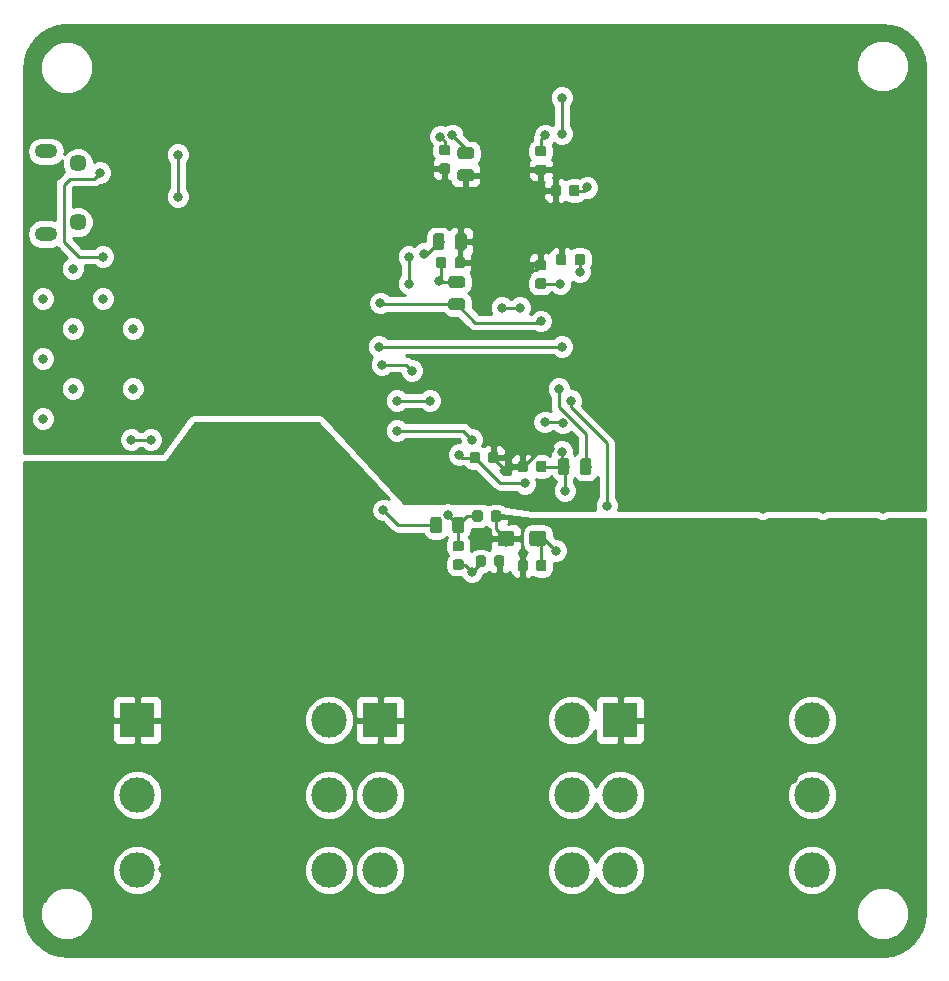
<source format=gbr>
G04 #@! TF.GenerationSoftware,KiCad,Pcbnew,(5.0.2)-1*
G04 #@! TF.CreationDate,2019-02-01T15:19:08+01:00*
G04 #@! TF.ProjectId,hac,6861632e-6b69-4636-9164-5f7063625858,rev?*
G04 #@! TF.SameCoordinates,Original*
G04 #@! TF.FileFunction,Copper,L2,Bot*
G04 #@! TF.FilePolarity,Positive*
%FSLAX46Y46*%
G04 Gerber Fmt 4.6, Leading zero omitted, Abs format (unit mm)*
G04 Created by KiCad (PCBNEW (5.0.2)-1) date 2/1/2019 3:19:08 PM*
%MOMM*%
%LPD*%
G01*
G04 APERTURE LIST*
G04 #@! TA.AperFunction,Conductor*
%ADD10C,0.100000*%
G04 #@! TD*
G04 #@! TA.AperFunction,SMDPad,CuDef*
%ADD11C,0.875000*%
G04 #@! TD*
G04 #@! TA.AperFunction,ComponentPad*
%ADD12R,3.000000X3.000000*%
G04 #@! TD*
G04 #@! TA.AperFunction,ComponentPad*
%ADD13C,3.000000*%
G04 #@! TD*
G04 #@! TA.AperFunction,SMDPad,CuDef*
%ADD14C,0.975000*%
G04 #@! TD*
G04 #@! TA.AperFunction,SMDPad,CuDef*
%ADD15C,1.350000*%
G04 #@! TD*
G04 #@! TA.AperFunction,ComponentPad*
%ADD16C,1.450000*%
G04 #@! TD*
G04 #@! TA.AperFunction,ComponentPad*
%ADD17O,1.900000X1.200000*%
G04 #@! TD*
G04 #@! TA.AperFunction,ViaPad*
%ADD18C,0.800000*%
G04 #@! TD*
G04 #@! TA.AperFunction,Conductor*
%ADD19C,0.250000*%
G04 #@! TD*
G04 #@! TA.AperFunction,Conductor*
%ADD20C,0.254000*%
G04 #@! TD*
G04 APERTURE END LIST*
D10*
G04 #@! TO.N,Net-(C30-Pad1)*
G04 #@! TO.C,C30*
G36*
X158964691Y-111921053D02*
X158985926Y-111924203D01*
X159006750Y-111929419D01*
X159026962Y-111936651D01*
X159046368Y-111945830D01*
X159064781Y-111956866D01*
X159082024Y-111969654D01*
X159097930Y-111984070D01*
X159112346Y-111999976D01*
X159125134Y-112017219D01*
X159136170Y-112035632D01*
X159145349Y-112055038D01*
X159152581Y-112075250D01*
X159157797Y-112096074D01*
X159160947Y-112117309D01*
X159162000Y-112138750D01*
X159162000Y-112651250D01*
X159160947Y-112672691D01*
X159157797Y-112693926D01*
X159152581Y-112714750D01*
X159145349Y-112734962D01*
X159136170Y-112754368D01*
X159125134Y-112772781D01*
X159112346Y-112790024D01*
X159097930Y-112805930D01*
X159082024Y-112820346D01*
X159064781Y-112833134D01*
X159046368Y-112844170D01*
X159026962Y-112853349D01*
X159006750Y-112860581D01*
X158985926Y-112865797D01*
X158964691Y-112868947D01*
X158943250Y-112870000D01*
X158505750Y-112870000D01*
X158484309Y-112868947D01*
X158463074Y-112865797D01*
X158442250Y-112860581D01*
X158422038Y-112853349D01*
X158402632Y-112844170D01*
X158384219Y-112833134D01*
X158366976Y-112820346D01*
X158351070Y-112805930D01*
X158336654Y-112790024D01*
X158323866Y-112772781D01*
X158312830Y-112754368D01*
X158303651Y-112734962D01*
X158296419Y-112714750D01*
X158291203Y-112693926D01*
X158288053Y-112672691D01*
X158287000Y-112651250D01*
X158287000Y-112138750D01*
X158288053Y-112117309D01*
X158291203Y-112096074D01*
X158296419Y-112075250D01*
X158303651Y-112055038D01*
X158312830Y-112035632D01*
X158323866Y-112017219D01*
X158336654Y-111999976D01*
X158351070Y-111984070D01*
X158366976Y-111969654D01*
X158384219Y-111956866D01*
X158402632Y-111945830D01*
X158422038Y-111936651D01*
X158442250Y-111929419D01*
X158463074Y-111924203D01*
X158484309Y-111921053D01*
X158505750Y-111920000D01*
X158943250Y-111920000D01*
X158964691Y-111921053D01*
X158964691Y-111921053D01*
G37*
D11*
G04 #@! TD*
G04 #@! TO.P,C30,1*
G04 #@! TO.N,Net-(C30-Pad1)*
X158724500Y-112395000D03*
D10*
G04 #@! TO.N,GNDA*
G04 #@! TO.C,C30*
G36*
X160539691Y-111921053D02*
X160560926Y-111924203D01*
X160581750Y-111929419D01*
X160601962Y-111936651D01*
X160621368Y-111945830D01*
X160639781Y-111956866D01*
X160657024Y-111969654D01*
X160672930Y-111984070D01*
X160687346Y-111999976D01*
X160700134Y-112017219D01*
X160711170Y-112035632D01*
X160720349Y-112055038D01*
X160727581Y-112075250D01*
X160732797Y-112096074D01*
X160735947Y-112117309D01*
X160737000Y-112138750D01*
X160737000Y-112651250D01*
X160735947Y-112672691D01*
X160732797Y-112693926D01*
X160727581Y-112714750D01*
X160720349Y-112734962D01*
X160711170Y-112754368D01*
X160700134Y-112772781D01*
X160687346Y-112790024D01*
X160672930Y-112805930D01*
X160657024Y-112820346D01*
X160639781Y-112833134D01*
X160621368Y-112844170D01*
X160601962Y-112853349D01*
X160581750Y-112860581D01*
X160560926Y-112865797D01*
X160539691Y-112868947D01*
X160518250Y-112870000D01*
X160080750Y-112870000D01*
X160059309Y-112868947D01*
X160038074Y-112865797D01*
X160017250Y-112860581D01*
X159997038Y-112853349D01*
X159977632Y-112844170D01*
X159959219Y-112833134D01*
X159941976Y-112820346D01*
X159926070Y-112805930D01*
X159911654Y-112790024D01*
X159898866Y-112772781D01*
X159887830Y-112754368D01*
X159878651Y-112734962D01*
X159871419Y-112714750D01*
X159866203Y-112693926D01*
X159863053Y-112672691D01*
X159862000Y-112651250D01*
X159862000Y-112138750D01*
X159863053Y-112117309D01*
X159866203Y-112096074D01*
X159871419Y-112075250D01*
X159878651Y-112055038D01*
X159887830Y-112035632D01*
X159898866Y-112017219D01*
X159911654Y-111999976D01*
X159926070Y-111984070D01*
X159941976Y-111969654D01*
X159959219Y-111956866D01*
X159977632Y-111945830D01*
X159997038Y-111936651D01*
X160017250Y-111929419D01*
X160038074Y-111924203D01*
X160059309Y-111921053D01*
X160080750Y-111920000D01*
X160518250Y-111920000D01*
X160539691Y-111921053D01*
X160539691Y-111921053D01*
G37*
D11*
G04 #@! TD*
G04 #@! TO.P,C30,2*
G04 #@! TO.N,GNDA*
X160299500Y-112395000D03*
D12*
G04 #@! TO.P,J1,S*
G04 #@! TO.N,GNDA*
X170815000Y-129667000D03*
D13*
G04 #@! TO.P,J1,T*
G04 #@! TO.N,Net-(J1-PadT)*
X170815000Y-142367000D03*
G04 #@! TO.P,J1,R*
G04 #@! TO.N,Net-(J1-PadR)*
X170815000Y-136017000D03*
G04 #@! TO.P,J1,SN*
G04 #@! TO.N,Net-(J1-PadSN)*
X187045000Y-129667000D03*
G04 #@! TO.P,J1,TN*
G04 #@! TO.N,Net-(J1-PadTN)*
X187045000Y-142367000D03*
G04 #@! TO.P,J1,RN*
G04 #@! TO.N,Net-(J1-PadRN)*
X187045000Y-136017000D03*
G04 #@! TD*
G04 #@! TO.P,J4,RN*
G04 #@! TO.N,Net-(J4-PadRN)*
X146151000Y-136017000D03*
G04 #@! TO.P,J4,TN*
G04 #@! TO.N,Net-(J4-PadTN)*
X146151000Y-142367000D03*
G04 #@! TO.P,J4,SN*
G04 #@! TO.N,Net-(J4-PadSN)*
X146151000Y-129667000D03*
G04 #@! TO.P,J4,R*
G04 #@! TO.N,Net-(C28-Pad2)*
X129921000Y-136017000D03*
G04 #@! TO.P,J4,T*
G04 #@! TO.N,Net-(C29-Pad2)*
X129921000Y-142367000D03*
D12*
G04 #@! TO.P,J4,S*
G04 #@! TO.N,GNDA*
X129921000Y-129667000D03*
G04 #@! TD*
D10*
G04 #@! TO.N,Net-(C22-Pad1)*
G04 #@! TO.C,R31*
G36*
X157376691Y-116073553D02*
X157397926Y-116076703D01*
X157418750Y-116081919D01*
X157438962Y-116089151D01*
X157458368Y-116098330D01*
X157476781Y-116109366D01*
X157494024Y-116122154D01*
X157509930Y-116136570D01*
X157524346Y-116152476D01*
X157537134Y-116169719D01*
X157548170Y-116188132D01*
X157557349Y-116207538D01*
X157564581Y-116227750D01*
X157569797Y-116248574D01*
X157572947Y-116269809D01*
X157574000Y-116291250D01*
X157574000Y-116728750D01*
X157572947Y-116750191D01*
X157569797Y-116771426D01*
X157564581Y-116792250D01*
X157557349Y-116812462D01*
X157548170Y-116831868D01*
X157537134Y-116850281D01*
X157524346Y-116867524D01*
X157509930Y-116883430D01*
X157494024Y-116897846D01*
X157476781Y-116910634D01*
X157458368Y-116921670D01*
X157438962Y-116930849D01*
X157418750Y-116938081D01*
X157397926Y-116943297D01*
X157376691Y-116946447D01*
X157355250Y-116947500D01*
X156842750Y-116947500D01*
X156821309Y-116946447D01*
X156800074Y-116943297D01*
X156779250Y-116938081D01*
X156759038Y-116930849D01*
X156739632Y-116921670D01*
X156721219Y-116910634D01*
X156703976Y-116897846D01*
X156688070Y-116883430D01*
X156673654Y-116867524D01*
X156660866Y-116850281D01*
X156649830Y-116831868D01*
X156640651Y-116812462D01*
X156633419Y-116792250D01*
X156628203Y-116771426D01*
X156625053Y-116750191D01*
X156624000Y-116728750D01*
X156624000Y-116291250D01*
X156625053Y-116269809D01*
X156628203Y-116248574D01*
X156633419Y-116227750D01*
X156640651Y-116207538D01*
X156649830Y-116188132D01*
X156660866Y-116169719D01*
X156673654Y-116152476D01*
X156688070Y-116136570D01*
X156703976Y-116122154D01*
X156721219Y-116109366D01*
X156739632Y-116098330D01*
X156759038Y-116089151D01*
X156779250Y-116081919D01*
X156800074Y-116076703D01*
X156821309Y-116073553D01*
X156842750Y-116072500D01*
X157355250Y-116072500D01*
X157376691Y-116073553D01*
X157376691Y-116073553D01*
G37*
D11*
G04 #@! TD*
G04 #@! TO.P,R31,1*
G04 #@! TO.N,Net-(C22-Pad1)*
X157099000Y-116510000D03*
D10*
G04 #@! TO.N,Net-(C30-Pad1)*
G04 #@! TO.C,R31*
G36*
X157376691Y-114498553D02*
X157397926Y-114501703D01*
X157418750Y-114506919D01*
X157438962Y-114514151D01*
X157458368Y-114523330D01*
X157476781Y-114534366D01*
X157494024Y-114547154D01*
X157509930Y-114561570D01*
X157524346Y-114577476D01*
X157537134Y-114594719D01*
X157548170Y-114613132D01*
X157557349Y-114632538D01*
X157564581Y-114652750D01*
X157569797Y-114673574D01*
X157572947Y-114694809D01*
X157574000Y-114716250D01*
X157574000Y-115153750D01*
X157572947Y-115175191D01*
X157569797Y-115196426D01*
X157564581Y-115217250D01*
X157557349Y-115237462D01*
X157548170Y-115256868D01*
X157537134Y-115275281D01*
X157524346Y-115292524D01*
X157509930Y-115308430D01*
X157494024Y-115322846D01*
X157476781Y-115335634D01*
X157458368Y-115346670D01*
X157438962Y-115355849D01*
X157418750Y-115363081D01*
X157397926Y-115368297D01*
X157376691Y-115371447D01*
X157355250Y-115372500D01*
X156842750Y-115372500D01*
X156821309Y-115371447D01*
X156800074Y-115368297D01*
X156779250Y-115363081D01*
X156759038Y-115355849D01*
X156739632Y-115346670D01*
X156721219Y-115335634D01*
X156703976Y-115322846D01*
X156688070Y-115308430D01*
X156673654Y-115292524D01*
X156660866Y-115275281D01*
X156649830Y-115256868D01*
X156640651Y-115237462D01*
X156633419Y-115217250D01*
X156628203Y-115196426D01*
X156625053Y-115175191D01*
X156624000Y-115153750D01*
X156624000Y-114716250D01*
X156625053Y-114694809D01*
X156628203Y-114673574D01*
X156633419Y-114652750D01*
X156640651Y-114632538D01*
X156649830Y-114613132D01*
X156660866Y-114594719D01*
X156673654Y-114577476D01*
X156688070Y-114561570D01*
X156703976Y-114547154D01*
X156721219Y-114534366D01*
X156739632Y-114523330D01*
X156759038Y-114514151D01*
X156779250Y-114506919D01*
X156800074Y-114501703D01*
X156821309Y-114498553D01*
X156842750Y-114497500D01*
X157355250Y-114497500D01*
X157376691Y-114498553D01*
X157376691Y-114498553D01*
G37*
D11*
G04 #@! TD*
G04 #@! TO.P,R31,2*
G04 #@! TO.N,Net-(C30-Pad1)*
X157099000Y-114935000D03*
D13*
G04 #@! TO.P,J2,RN*
G04 #@! TO.N,Net-(J2-PadRN)*
X166725000Y-136017000D03*
G04 #@! TO.P,J2,TN*
G04 #@! TO.N,Net-(J2-PadTN)*
X166725000Y-142367000D03*
G04 #@! TO.P,J2,SN*
G04 #@! TO.N,Net-(J2-PadSN)*
X166725000Y-129667000D03*
G04 #@! TO.P,J2,R*
G04 #@! TO.N,Net-(C10-Pad1)*
X150495000Y-136017000D03*
G04 #@! TO.P,J2,T*
G04 #@! TO.N,Net-(C11-Pad1)*
X150495000Y-142367000D03*
D12*
G04 #@! TO.P,J2,S*
G04 #@! TO.N,GNDA*
X150495000Y-129667000D03*
G04 #@! TD*
D10*
G04 #@! TO.N,GNDD*
G04 #@! TO.C,C13*
G36*
X164361691Y-82647053D02*
X164382926Y-82650203D01*
X164403750Y-82655419D01*
X164423962Y-82662651D01*
X164443368Y-82671830D01*
X164461781Y-82682866D01*
X164479024Y-82695654D01*
X164494930Y-82710070D01*
X164509346Y-82725976D01*
X164522134Y-82743219D01*
X164533170Y-82761632D01*
X164542349Y-82781038D01*
X164549581Y-82801250D01*
X164554797Y-82822074D01*
X164557947Y-82843309D01*
X164559000Y-82864750D01*
X164559000Y-83302250D01*
X164557947Y-83323691D01*
X164554797Y-83344926D01*
X164549581Y-83365750D01*
X164542349Y-83385962D01*
X164533170Y-83405368D01*
X164522134Y-83423781D01*
X164509346Y-83441024D01*
X164494930Y-83456930D01*
X164479024Y-83471346D01*
X164461781Y-83484134D01*
X164443368Y-83495170D01*
X164423962Y-83504349D01*
X164403750Y-83511581D01*
X164382926Y-83516797D01*
X164361691Y-83519947D01*
X164340250Y-83521000D01*
X163827750Y-83521000D01*
X163806309Y-83519947D01*
X163785074Y-83516797D01*
X163764250Y-83511581D01*
X163744038Y-83504349D01*
X163724632Y-83495170D01*
X163706219Y-83484134D01*
X163688976Y-83471346D01*
X163673070Y-83456930D01*
X163658654Y-83441024D01*
X163645866Y-83423781D01*
X163634830Y-83405368D01*
X163625651Y-83385962D01*
X163618419Y-83365750D01*
X163613203Y-83344926D01*
X163610053Y-83323691D01*
X163609000Y-83302250D01*
X163609000Y-82864750D01*
X163610053Y-82843309D01*
X163613203Y-82822074D01*
X163618419Y-82801250D01*
X163625651Y-82781038D01*
X163634830Y-82761632D01*
X163645866Y-82743219D01*
X163658654Y-82725976D01*
X163673070Y-82710070D01*
X163688976Y-82695654D01*
X163706219Y-82682866D01*
X163724632Y-82671830D01*
X163744038Y-82662651D01*
X163764250Y-82655419D01*
X163785074Y-82650203D01*
X163806309Y-82647053D01*
X163827750Y-82646000D01*
X164340250Y-82646000D01*
X164361691Y-82647053D01*
X164361691Y-82647053D01*
G37*
D11*
G04 #@! TD*
G04 #@! TO.P,C13,2*
G04 #@! TO.N,GNDD*
X164084000Y-83083500D03*
D10*
G04 #@! TO.N,/3V3_STM*
G04 #@! TO.C,C13*
G36*
X164361691Y-81072053D02*
X164382926Y-81075203D01*
X164403750Y-81080419D01*
X164423962Y-81087651D01*
X164443368Y-81096830D01*
X164461781Y-81107866D01*
X164479024Y-81120654D01*
X164494930Y-81135070D01*
X164509346Y-81150976D01*
X164522134Y-81168219D01*
X164533170Y-81186632D01*
X164542349Y-81206038D01*
X164549581Y-81226250D01*
X164554797Y-81247074D01*
X164557947Y-81268309D01*
X164559000Y-81289750D01*
X164559000Y-81727250D01*
X164557947Y-81748691D01*
X164554797Y-81769926D01*
X164549581Y-81790750D01*
X164542349Y-81810962D01*
X164533170Y-81830368D01*
X164522134Y-81848781D01*
X164509346Y-81866024D01*
X164494930Y-81881930D01*
X164479024Y-81896346D01*
X164461781Y-81909134D01*
X164443368Y-81920170D01*
X164423962Y-81929349D01*
X164403750Y-81936581D01*
X164382926Y-81941797D01*
X164361691Y-81944947D01*
X164340250Y-81946000D01*
X163827750Y-81946000D01*
X163806309Y-81944947D01*
X163785074Y-81941797D01*
X163764250Y-81936581D01*
X163744038Y-81929349D01*
X163724632Y-81920170D01*
X163706219Y-81909134D01*
X163688976Y-81896346D01*
X163673070Y-81881930D01*
X163658654Y-81866024D01*
X163645866Y-81848781D01*
X163634830Y-81830368D01*
X163625651Y-81810962D01*
X163618419Y-81790750D01*
X163613203Y-81769926D01*
X163610053Y-81748691D01*
X163609000Y-81727250D01*
X163609000Y-81289750D01*
X163610053Y-81268309D01*
X163613203Y-81247074D01*
X163618419Y-81226250D01*
X163625651Y-81206038D01*
X163634830Y-81186632D01*
X163645866Y-81168219D01*
X163658654Y-81150976D01*
X163673070Y-81135070D01*
X163688976Y-81120654D01*
X163706219Y-81107866D01*
X163724632Y-81096830D01*
X163744038Y-81087651D01*
X163764250Y-81080419D01*
X163785074Y-81075203D01*
X163806309Y-81072053D01*
X163827750Y-81071000D01*
X164340250Y-81071000D01*
X164361691Y-81072053D01*
X164361691Y-81072053D01*
G37*
D11*
G04 #@! TD*
G04 #@! TO.P,C13,1*
G04 #@! TO.N,/3V3_STM*
X164084000Y-81508500D03*
D10*
G04 #@! TO.N,GNDD*
G04 #@! TO.C,C12*
G36*
X164361691Y-90698553D02*
X164382926Y-90701703D01*
X164403750Y-90706919D01*
X164423962Y-90714151D01*
X164443368Y-90723330D01*
X164461781Y-90734366D01*
X164479024Y-90747154D01*
X164494930Y-90761570D01*
X164509346Y-90777476D01*
X164522134Y-90794719D01*
X164533170Y-90813132D01*
X164542349Y-90832538D01*
X164549581Y-90852750D01*
X164554797Y-90873574D01*
X164557947Y-90894809D01*
X164559000Y-90916250D01*
X164559000Y-91353750D01*
X164557947Y-91375191D01*
X164554797Y-91396426D01*
X164549581Y-91417250D01*
X164542349Y-91437462D01*
X164533170Y-91456868D01*
X164522134Y-91475281D01*
X164509346Y-91492524D01*
X164494930Y-91508430D01*
X164479024Y-91522846D01*
X164461781Y-91535634D01*
X164443368Y-91546670D01*
X164423962Y-91555849D01*
X164403750Y-91563081D01*
X164382926Y-91568297D01*
X164361691Y-91571447D01*
X164340250Y-91572500D01*
X163827750Y-91572500D01*
X163806309Y-91571447D01*
X163785074Y-91568297D01*
X163764250Y-91563081D01*
X163744038Y-91555849D01*
X163724632Y-91546670D01*
X163706219Y-91535634D01*
X163688976Y-91522846D01*
X163673070Y-91508430D01*
X163658654Y-91492524D01*
X163645866Y-91475281D01*
X163634830Y-91456868D01*
X163625651Y-91437462D01*
X163618419Y-91417250D01*
X163613203Y-91396426D01*
X163610053Y-91375191D01*
X163609000Y-91353750D01*
X163609000Y-90916250D01*
X163610053Y-90894809D01*
X163613203Y-90873574D01*
X163618419Y-90852750D01*
X163625651Y-90832538D01*
X163634830Y-90813132D01*
X163645866Y-90794719D01*
X163658654Y-90777476D01*
X163673070Y-90761570D01*
X163688976Y-90747154D01*
X163706219Y-90734366D01*
X163724632Y-90723330D01*
X163744038Y-90714151D01*
X163764250Y-90706919D01*
X163785074Y-90701703D01*
X163806309Y-90698553D01*
X163827750Y-90697500D01*
X164340250Y-90697500D01*
X164361691Y-90698553D01*
X164361691Y-90698553D01*
G37*
D11*
G04 #@! TD*
G04 #@! TO.P,C12,2*
G04 #@! TO.N,GNDD*
X164084000Y-91135000D03*
D10*
G04 #@! TO.N,/3V3_STM*
G04 #@! TO.C,C12*
G36*
X164361691Y-92273553D02*
X164382926Y-92276703D01*
X164403750Y-92281919D01*
X164423962Y-92289151D01*
X164443368Y-92298330D01*
X164461781Y-92309366D01*
X164479024Y-92322154D01*
X164494930Y-92336570D01*
X164509346Y-92352476D01*
X164522134Y-92369719D01*
X164533170Y-92388132D01*
X164542349Y-92407538D01*
X164549581Y-92427750D01*
X164554797Y-92448574D01*
X164557947Y-92469809D01*
X164559000Y-92491250D01*
X164559000Y-92928750D01*
X164557947Y-92950191D01*
X164554797Y-92971426D01*
X164549581Y-92992250D01*
X164542349Y-93012462D01*
X164533170Y-93031868D01*
X164522134Y-93050281D01*
X164509346Y-93067524D01*
X164494930Y-93083430D01*
X164479024Y-93097846D01*
X164461781Y-93110634D01*
X164443368Y-93121670D01*
X164423962Y-93130849D01*
X164403750Y-93138081D01*
X164382926Y-93143297D01*
X164361691Y-93146447D01*
X164340250Y-93147500D01*
X163827750Y-93147500D01*
X163806309Y-93146447D01*
X163785074Y-93143297D01*
X163764250Y-93138081D01*
X163744038Y-93130849D01*
X163724632Y-93121670D01*
X163706219Y-93110634D01*
X163688976Y-93097846D01*
X163673070Y-93083430D01*
X163658654Y-93067524D01*
X163645866Y-93050281D01*
X163634830Y-93031868D01*
X163625651Y-93012462D01*
X163618419Y-92992250D01*
X163613203Y-92971426D01*
X163610053Y-92950191D01*
X163609000Y-92928750D01*
X163609000Y-92491250D01*
X163610053Y-92469809D01*
X163613203Y-92448574D01*
X163618419Y-92427750D01*
X163625651Y-92407538D01*
X163634830Y-92388132D01*
X163645866Y-92369719D01*
X163658654Y-92352476D01*
X163673070Y-92336570D01*
X163688976Y-92322154D01*
X163706219Y-92309366D01*
X163724632Y-92298330D01*
X163744038Y-92289151D01*
X163764250Y-92281919D01*
X163785074Y-92276703D01*
X163806309Y-92273553D01*
X163827750Y-92272500D01*
X164340250Y-92272500D01*
X164361691Y-92273553D01*
X164361691Y-92273553D01*
G37*
D11*
G04 #@! TD*
G04 #@! TO.P,C12,1*
G04 #@! TO.N,/3V3_STM*
X164084000Y-92710000D03*
D10*
G04 #@! TO.N,/3V3_STM*
G04 #@! TO.C,C9*
G36*
X156233691Y-80970553D02*
X156254926Y-80973703D01*
X156275750Y-80978919D01*
X156295962Y-80986151D01*
X156315368Y-80995330D01*
X156333781Y-81006366D01*
X156351024Y-81019154D01*
X156366930Y-81033570D01*
X156381346Y-81049476D01*
X156394134Y-81066719D01*
X156405170Y-81085132D01*
X156414349Y-81104538D01*
X156421581Y-81124750D01*
X156426797Y-81145574D01*
X156429947Y-81166809D01*
X156431000Y-81188250D01*
X156431000Y-81625750D01*
X156429947Y-81647191D01*
X156426797Y-81668426D01*
X156421581Y-81689250D01*
X156414349Y-81709462D01*
X156405170Y-81728868D01*
X156394134Y-81747281D01*
X156381346Y-81764524D01*
X156366930Y-81780430D01*
X156351024Y-81794846D01*
X156333781Y-81807634D01*
X156315368Y-81818670D01*
X156295962Y-81827849D01*
X156275750Y-81835081D01*
X156254926Y-81840297D01*
X156233691Y-81843447D01*
X156212250Y-81844500D01*
X155699750Y-81844500D01*
X155678309Y-81843447D01*
X155657074Y-81840297D01*
X155636250Y-81835081D01*
X155616038Y-81827849D01*
X155596632Y-81818670D01*
X155578219Y-81807634D01*
X155560976Y-81794846D01*
X155545070Y-81780430D01*
X155530654Y-81764524D01*
X155517866Y-81747281D01*
X155506830Y-81728868D01*
X155497651Y-81709462D01*
X155490419Y-81689250D01*
X155485203Y-81668426D01*
X155482053Y-81647191D01*
X155481000Y-81625750D01*
X155481000Y-81188250D01*
X155482053Y-81166809D01*
X155485203Y-81145574D01*
X155490419Y-81124750D01*
X155497651Y-81104538D01*
X155506830Y-81085132D01*
X155517866Y-81066719D01*
X155530654Y-81049476D01*
X155545070Y-81033570D01*
X155560976Y-81019154D01*
X155578219Y-81006366D01*
X155596632Y-80995330D01*
X155616038Y-80986151D01*
X155636250Y-80978919D01*
X155657074Y-80973703D01*
X155678309Y-80970553D01*
X155699750Y-80969500D01*
X156212250Y-80969500D01*
X156233691Y-80970553D01*
X156233691Y-80970553D01*
G37*
D11*
G04 #@! TD*
G04 #@! TO.P,C9,1*
G04 #@! TO.N,/3V3_STM*
X155956000Y-81407000D03*
D10*
G04 #@! TO.N,GNDD*
G04 #@! TO.C,C9*
G36*
X156233691Y-82545553D02*
X156254926Y-82548703D01*
X156275750Y-82553919D01*
X156295962Y-82561151D01*
X156315368Y-82570330D01*
X156333781Y-82581366D01*
X156351024Y-82594154D01*
X156366930Y-82608570D01*
X156381346Y-82624476D01*
X156394134Y-82641719D01*
X156405170Y-82660132D01*
X156414349Y-82679538D01*
X156421581Y-82699750D01*
X156426797Y-82720574D01*
X156429947Y-82741809D01*
X156431000Y-82763250D01*
X156431000Y-83200750D01*
X156429947Y-83222191D01*
X156426797Y-83243426D01*
X156421581Y-83264250D01*
X156414349Y-83284462D01*
X156405170Y-83303868D01*
X156394134Y-83322281D01*
X156381346Y-83339524D01*
X156366930Y-83355430D01*
X156351024Y-83369846D01*
X156333781Y-83382634D01*
X156315368Y-83393670D01*
X156295962Y-83402849D01*
X156275750Y-83410081D01*
X156254926Y-83415297D01*
X156233691Y-83418447D01*
X156212250Y-83419500D01*
X155699750Y-83419500D01*
X155678309Y-83418447D01*
X155657074Y-83415297D01*
X155636250Y-83410081D01*
X155616038Y-83402849D01*
X155596632Y-83393670D01*
X155578219Y-83382634D01*
X155560976Y-83369846D01*
X155545070Y-83355430D01*
X155530654Y-83339524D01*
X155517866Y-83322281D01*
X155506830Y-83303868D01*
X155497651Y-83284462D01*
X155490419Y-83264250D01*
X155485203Y-83243426D01*
X155482053Y-83222191D01*
X155481000Y-83200750D01*
X155481000Y-82763250D01*
X155482053Y-82741809D01*
X155485203Y-82720574D01*
X155490419Y-82699750D01*
X155497651Y-82679538D01*
X155506830Y-82660132D01*
X155517866Y-82641719D01*
X155530654Y-82624476D01*
X155545070Y-82608570D01*
X155560976Y-82594154D01*
X155578219Y-82581366D01*
X155596632Y-82570330D01*
X155616038Y-82561151D01*
X155636250Y-82553919D01*
X155657074Y-82548703D01*
X155678309Y-82545553D01*
X155699750Y-82544500D01*
X156212250Y-82544500D01*
X156233691Y-82545553D01*
X156233691Y-82545553D01*
G37*
D11*
G04 #@! TD*
G04 #@! TO.P,C9,2*
G04 #@! TO.N,GNDD*
X155956000Y-82982000D03*
D10*
G04 #@! TO.N,/3V3_STM*
G04 #@! TO.C,C14*
G36*
X167169191Y-84362053D02*
X167190426Y-84365203D01*
X167211250Y-84370419D01*
X167231462Y-84377651D01*
X167250868Y-84386830D01*
X167269281Y-84397866D01*
X167286524Y-84410654D01*
X167302430Y-84425070D01*
X167316846Y-84440976D01*
X167329634Y-84458219D01*
X167340670Y-84476632D01*
X167349849Y-84496038D01*
X167357081Y-84516250D01*
X167362297Y-84537074D01*
X167365447Y-84558309D01*
X167366500Y-84579750D01*
X167366500Y-85092250D01*
X167365447Y-85113691D01*
X167362297Y-85134926D01*
X167357081Y-85155750D01*
X167349849Y-85175962D01*
X167340670Y-85195368D01*
X167329634Y-85213781D01*
X167316846Y-85231024D01*
X167302430Y-85246930D01*
X167286524Y-85261346D01*
X167269281Y-85274134D01*
X167250868Y-85285170D01*
X167231462Y-85294349D01*
X167211250Y-85301581D01*
X167190426Y-85306797D01*
X167169191Y-85309947D01*
X167147750Y-85311000D01*
X166710250Y-85311000D01*
X166688809Y-85309947D01*
X166667574Y-85306797D01*
X166646750Y-85301581D01*
X166626538Y-85294349D01*
X166607132Y-85285170D01*
X166588719Y-85274134D01*
X166571476Y-85261346D01*
X166555570Y-85246930D01*
X166541154Y-85231024D01*
X166528366Y-85213781D01*
X166517330Y-85195368D01*
X166508151Y-85175962D01*
X166500919Y-85155750D01*
X166495703Y-85134926D01*
X166492553Y-85113691D01*
X166491500Y-85092250D01*
X166491500Y-84579750D01*
X166492553Y-84558309D01*
X166495703Y-84537074D01*
X166500919Y-84516250D01*
X166508151Y-84496038D01*
X166517330Y-84476632D01*
X166528366Y-84458219D01*
X166541154Y-84440976D01*
X166555570Y-84425070D01*
X166571476Y-84410654D01*
X166588719Y-84397866D01*
X166607132Y-84386830D01*
X166626538Y-84377651D01*
X166646750Y-84370419D01*
X166667574Y-84365203D01*
X166688809Y-84362053D01*
X166710250Y-84361000D01*
X167147750Y-84361000D01*
X167169191Y-84362053D01*
X167169191Y-84362053D01*
G37*
D11*
G04 #@! TD*
G04 #@! TO.P,C14,1*
G04 #@! TO.N,/3V3_STM*
X166929000Y-84836000D03*
D10*
G04 #@! TO.N,GNDD*
G04 #@! TO.C,C14*
G36*
X165594191Y-84362053D02*
X165615426Y-84365203D01*
X165636250Y-84370419D01*
X165656462Y-84377651D01*
X165675868Y-84386830D01*
X165694281Y-84397866D01*
X165711524Y-84410654D01*
X165727430Y-84425070D01*
X165741846Y-84440976D01*
X165754634Y-84458219D01*
X165765670Y-84476632D01*
X165774849Y-84496038D01*
X165782081Y-84516250D01*
X165787297Y-84537074D01*
X165790447Y-84558309D01*
X165791500Y-84579750D01*
X165791500Y-85092250D01*
X165790447Y-85113691D01*
X165787297Y-85134926D01*
X165782081Y-85155750D01*
X165774849Y-85175962D01*
X165765670Y-85195368D01*
X165754634Y-85213781D01*
X165741846Y-85231024D01*
X165727430Y-85246930D01*
X165711524Y-85261346D01*
X165694281Y-85274134D01*
X165675868Y-85285170D01*
X165656462Y-85294349D01*
X165636250Y-85301581D01*
X165615426Y-85306797D01*
X165594191Y-85309947D01*
X165572750Y-85311000D01*
X165135250Y-85311000D01*
X165113809Y-85309947D01*
X165092574Y-85306797D01*
X165071750Y-85301581D01*
X165051538Y-85294349D01*
X165032132Y-85285170D01*
X165013719Y-85274134D01*
X164996476Y-85261346D01*
X164980570Y-85246930D01*
X164966154Y-85231024D01*
X164953366Y-85213781D01*
X164942330Y-85195368D01*
X164933151Y-85175962D01*
X164925919Y-85155750D01*
X164920703Y-85134926D01*
X164917553Y-85113691D01*
X164916500Y-85092250D01*
X164916500Y-84579750D01*
X164917553Y-84558309D01*
X164920703Y-84537074D01*
X164925919Y-84516250D01*
X164933151Y-84496038D01*
X164942330Y-84476632D01*
X164953366Y-84458219D01*
X164966154Y-84440976D01*
X164980570Y-84425070D01*
X164996476Y-84410654D01*
X165013719Y-84397866D01*
X165032132Y-84386830D01*
X165051538Y-84377651D01*
X165071750Y-84370419D01*
X165092574Y-84365203D01*
X165113809Y-84362053D01*
X165135250Y-84361000D01*
X165572750Y-84361000D01*
X165594191Y-84362053D01*
X165594191Y-84362053D01*
G37*
D11*
G04 #@! TD*
G04 #@! TO.P,C14,2*
G04 #@! TO.N,GNDD*
X165354000Y-84836000D03*
D10*
G04 #@! TO.N,GNDD*
G04 #@! TO.C,C15*
G36*
X166051191Y-90204053D02*
X166072426Y-90207203D01*
X166093250Y-90212419D01*
X166113462Y-90219651D01*
X166132868Y-90228830D01*
X166151281Y-90239866D01*
X166168524Y-90252654D01*
X166184430Y-90267070D01*
X166198846Y-90282976D01*
X166211634Y-90300219D01*
X166222670Y-90318632D01*
X166231849Y-90338038D01*
X166239081Y-90358250D01*
X166244297Y-90379074D01*
X166247447Y-90400309D01*
X166248500Y-90421750D01*
X166248500Y-90934250D01*
X166247447Y-90955691D01*
X166244297Y-90976926D01*
X166239081Y-90997750D01*
X166231849Y-91017962D01*
X166222670Y-91037368D01*
X166211634Y-91055781D01*
X166198846Y-91073024D01*
X166184430Y-91088930D01*
X166168524Y-91103346D01*
X166151281Y-91116134D01*
X166132868Y-91127170D01*
X166113462Y-91136349D01*
X166093250Y-91143581D01*
X166072426Y-91148797D01*
X166051191Y-91151947D01*
X166029750Y-91153000D01*
X165592250Y-91153000D01*
X165570809Y-91151947D01*
X165549574Y-91148797D01*
X165528750Y-91143581D01*
X165508538Y-91136349D01*
X165489132Y-91127170D01*
X165470719Y-91116134D01*
X165453476Y-91103346D01*
X165437570Y-91088930D01*
X165423154Y-91073024D01*
X165410366Y-91055781D01*
X165399330Y-91037368D01*
X165390151Y-91017962D01*
X165382919Y-90997750D01*
X165377703Y-90976926D01*
X165374553Y-90955691D01*
X165373500Y-90934250D01*
X165373500Y-90421750D01*
X165374553Y-90400309D01*
X165377703Y-90379074D01*
X165382919Y-90358250D01*
X165390151Y-90338038D01*
X165399330Y-90318632D01*
X165410366Y-90300219D01*
X165423154Y-90282976D01*
X165437570Y-90267070D01*
X165453476Y-90252654D01*
X165470719Y-90239866D01*
X165489132Y-90228830D01*
X165508538Y-90219651D01*
X165528750Y-90212419D01*
X165549574Y-90207203D01*
X165570809Y-90204053D01*
X165592250Y-90203000D01*
X166029750Y-90203000D01*
X166051191Y-90204053D01*
X166051191Y-90204053D01*
G37*
D11*
G04 #@! TD*
G04 #@! TO.P,C15,2*
G04 #@! TO.N,GNDD*
X165811000Y-90678000D03*
D10*
G04 #@! TO.N,/3V3_STM*
G04 #@! TO.C,C15*
G36*
X167626191Y-90204053D02*
X167647426Y-90207203D01*
X167668250Y-90212419D01*
X167688462Y-90219651D01*
X167707868Y-90228830D01*
X167726281Y-90239866D01*
X167743524Y-90252654D01*
X167759430Y-90267070D01*
X167773846Y-90282976D01*
X167786634Y-90300219D01*
X167797670Y-90318632D01*
X167806849Y-90338038D01*
X167814081Y-90358250D01*
X167819297Y-90379074D01*
X167822447Y-90400309D01*
X167823500Y-90421750D01*
X167823500Y-90934250D01*
X167822447Y-90955691D01*
X167819297Y-90976926D01*
X167814081Y-90997750D01*
X167806849Y-91017962D01*
X167797670Y-91037368D01*
X167786634Y-91055781D01*
X167773846Y-91073024D01*
X167759430Y-91088930D01*
X167743524Y-91103346D01*
X167726281Y-91116134D01*
X167707868Y-91127170D01*
X167688462Y-91136349D01*
X167668250Y-91143581D01*
X167647426Y-91148797D01*
X167626191Y-91151947D01*
X167604750Y-91153000D01*
X167167250Y-91153000D01*
X167145809Y-91151947D01*
X167124574Y-91148797D01*
X167103750Y-91143581D01*
X167083538Y-91136349D01*
X167064132Y-91127170D01*
X167045719Y-91116134D01*
X167028476Y-91103346D01*
X167012570Y-91088930D01*
X166998154Y-91073024D01*
X166985366Y-91055781D01*
X166974330Y-91037368D01*
X166965151Y-91017962D01*
X166957919Y-90997750D01*
X166952703Y-90976926D01*
X166949553Y-90955691D01*
X166948500Y-90934250D01*
X166948500Y-90421750D01*
X166949553Y-90400309D01*
X166952703Y-90379074D01*
X166957919Y-90358250D01*
X166965151Y-90338038D01*
X166974330Y-90318632D01*
X166985366Y-90300219D01*
X166998154Y-90282976D01*
X167012570Y-90267070D01*
X167028476Y-90252654D01*
X167045719Y-90239866D01*
X167064132Y-90228830D01*
X167083538Y-90219651D01*
X167103750Y-90212419D01*
X167124574Y-90207203D01*
X167145809Y-90204053D01*
X167167250Y-90203000D01*
X167604750Y-90203000D01*
X167626191Y-90204053D01*
X167626191Y-90204053D01*
G37*
D11*
G04 #@! TD*
G04 #@! TO.P,C15,1*
G04 #@! TO.N,/3V3_STM*
X167386000Y-90678000D03*
D10*
G04 #@! TO.N,Net-(C18-Pad1)*
G04 #@! TO.C,C18*
G36*
X158736191Y-106968053D02*
X158757426Y-106971203D01*
X158778250Y-106976419D01*
X158798462Y-106983651D01*
X158817868Y-106992830D01*
X158836281Y-107003866D01*
X158853524Y-107016654D01*
X158869430Y-107031070D01*
X158883846Y-107046976D01*
X158896634Y-107064219D01*
X158907670Y-107082632D01*
X158916849Y-107102038D01*
X158924081Y-107122250D01*
X158929297Y-107143074D01*
X158932447Y-107164309D01*
X158933500Y-107185750D01*
X158933500Y-107698250D01*
X158932447Y-107719691D01*
X158929297Y-107740926D01*
X158924081Y-107761750D01*
X158916849Y-107781962D01*
X158907670Y-107801368D01*
X158896634Y-107819781D01*
X158883846Y-107837024D01*
X158869430Y-107852930D01*
X158853524Y-107867346D01*
X158836281Y-107880134D01*
X158817868Y-107891170D01*
X158798462Y-107900349D01*
X158778250Y-107907581D01*
X158757426Y-107912797D01*
X158736191Y-107915947D01*
X158714750Y-107917000D01*
X158277250Y-107917000D01*
X158255809Y-107915947D01*
X158234574Y-107912797D01*
X158213750Y-107907581D01*
X158193538Y-107900349D01*
X158174132Y-107891170D01*
X158155719Y-107880134D01*
X158138476Y-107867346D01*
X158122570Y-107852930D01*
X158108154Y-107837024D01*
X158095366Y-107819781D01*
X158084330Y-107801368D01*
X158075151Y-107781962D01*
X158067919Y-107761750D01*
X158062703Y-107740926D01*
X158059553Y-107719691D01*
X158058500Y-107698250D01*
X158058500Y-107185750D01*
X158059553Y-107164309D01*
X158062703Y-107143074D01*
X158067919Y-107122250D01*
X158075151Y-107102038D01*
X158084330Y-107082632D01*
X158095366Y-107064219D01*
X158108154Y-107046976D01*
X158122570Y-107031070D01*
X158138476Y-107016654D01*
X158155719Y-107003866D01*
X158174132Y-106992830D01*
X158193538Y-106983651D01*
X158213750Y-106976419D01*
X158234574Y-106971203D01*
X158255809Y-106968053D01*
X158277250Y-106967000D01*
X158714750Y-106967000D01*
X158736191Y-106968053D01*
X158736191Y-106968053D01*
G37*
D11*
G04 #@! TD*
G04 #@! TO.P,C18,1*
G04 #@! TO.N,Net-(C18-Pad1)*
X158496000Y-107442000D03*
D10*
G04 #@! TO.N,GNDD*
G04 #@! TO.C,C18*
G36*
X160311191Y-106968053D02*
X160332426Y-106971203D01*
X160353250Y-106976419D01*
X160373462Y-106983651D01*
X160392868Y-106992830D01*
X160411281Y-107003866D01*
X160428524Y-107016654D01*
X160444430Y-107031070D01*
X160458846Y-107046976D01*
X160471634Y-107064219D01*
X160482670Y-107082632D01*
X160491849Y-107102038D01*
X160499081Y-107122250D01*
X160504297Y-107143074D01*
X160507447Y-107164309D01*
X160508500Y-107185750D01*
X160508500Y-107698250D01*
X160507447Y-107719691D01*
X160504297Y-107740926D01*
X160499081Y-107761750D01*
X160491849Y-107781962D01*
X160482670Y-107801368D01*
X160471634Y-107819781D01*
X160458846Y-107837024D01*
X160444430Y-107852930D01*
X160428524Y-107867346D01*
X160411281Y-107880134D01*
X160392868Y-107891170D01*
X160373462Y-107900349D01*
X160353250Y-107907581D01*
X160332426Y-107912797D01*
X160311191Y-107915947D01*
X160289750Y-107917000D01*
X159852250Y-107917000D01*
X159830809Y-107915947D01*
X159809574Y-107912797D01*
X159788750Y-107907581D01*
X159768538Y-107900349D01*
X159749132Y-107891170D01*
X159730719Y-107880134D01*
X159713476Y-107867346D01*
X159697570Y-107852930D01*
X159683154Y-107837024D01*
X159670366Y-107819781D01*
X159659330Y-107801368D01*
X159650151Y-107781962D01*
X159642919Y-107761750D01*
X159637703Y-107740926D01*
X159634553Y-107719691D01*
X159633500Y-107698250D01*
X159633500Y-107185750D01*
X159634553Y-107164309D01*
X159637703Y-107143074D01*
X159642919Y-107122250D01*
X159650151Y-107102038D01*
X159659330Y-107082632D01*
X159670366Y-107064219D01*
X159683154Y-107046976D01*
X159697570Y-107031070D01*
X159713476Y-107016654D01*
X159730719Y-107003866D01*
X159749132Y-106992830D01*
X159768538Y-106983651D01*
X159788750Y-106976419D01*
X159809574Y-106971203D01*
X159830809Y-106968053D01*
X159852250Y-106967000D01*
X160289750Y-106967000D01*
X160311191Y-106968053D01*
X160311191Y-106968053D01*
G37*
D11*
G04 #@! TD*
G04 #@! TO.P,C18,2*
G04 #@! TO.N,GNDD*
X160071000Y-107442000D03*
D10*
G04 #@! TO.N,GNDD*
G04 #@! TO.C,C19*
G36*
X162800191Y-107730053D02*
X162821426Y-107733203D01*
X162842250Y-107738419D01*
X162862462Y-107745651D01*
X162881868Y-107754830D01*
X162900281Y-107765866D01*
X162917524Y-107778654D01*
X162933430Y-107793070D01*
X162947846Y-107808976D01*
X162960634Y-107826219D01*
X162971670Y-107844632D01*
X162980849Y-107864038D01*
X162988081Y-107884250D01*
X162993297Y-107905074D01*
X162996447Y-107926309D01*
X162997500Y-107947750D01*
X162997500Y-108460250D01*
X162996447Y-108481691D01*
X162993297Y-108502926D01*
X162988081Y-108523750D01*
X162980849Y-108543962D01*
X162971670Y-108563368D01*
X162960634Y-108581781D01*
X162947846Y-108599024D01*
X162933430Y-108614930D01*
X162917524Y-108629346D01*
X162900281Y-108642134D01*
X162881868Y-108653170D01*
X162862462Y-108662349D01*
X162842250Y-108669581D01*
X162821426Y-108674797D01*
X162800191Y-108677947D01*
X162778750Y-108679000D01*
X162341250Y-108679000D01*
X162319809Y-108677947D01*
X162298574Y-108674797D01*
X162277750Y-108669581D01*
X162257538Y-108662349D01*
X162238132Y-108653170D01*
X162219719Y-108642134D01*
X162202476Y-108629346D01*
X162186570Y-108614930D01*
X162172154Y-108599024D01*
X162159366Y-108581781D01*
X162148330Y-108563368D01*
X162139151Y-108543962D01*
X162131919Y-108523750D01*
X162126703Y-108502926D01*
X162123553Y-108481691D01*
X162122500Y-108460250D01*
X162122500Y-107947750D01*
X162123553Y-107926309D01*
X162126703Y-107905074D01*
X162131919Y-107884250D01*
X162139151Y-107864038D01*
X162148330Y-107844632D01*
X162159366Y-107826219D01*
X162172154Y-107808976D01*
X162186570Y-107793070D01*
X162202476Y-107778654D01*
X162219719Y-107765866D01*
X162238132Y-107754830D01*
X162257538Y-107745651D01*
X162277750Y-107738419D01*
X162298574Y-107733203D01*
X162319809Y-107730053D01*
X162341250Y-107729000D01*
X162778750Y-107729000D01*
X162800191Y-107730053D01*
X162800191Y-107730053D01*
G37*
D11*
G04 #@! TD*
G04 #@! TO.P,C19,2*
G04 #@! TO.N,GNDD*
X162560000Y-108204000D03*
D10*
G04 #@! TO.N,Net-(C18-Pad1)*
G04 #@! TO.C,C19*
G36*
X164375191Y-107730053D02*
X164396426Y-107733203D01*
X164417250Y-107738419D01*
X164437462Y-107745651D01*
X164456868Y-107754830D01*
X164475281Y-107765866D01*
X164492524Y-107778654D01*
X164508430Y-107793070D01*
X164522846Y-107808976D01*
X164535634Y-107826219D01*
X164546670Y-107844632D01*
X164555849Y-107864038D01*
X164563081Y-107884250D01*
X164568297Y-107905074D01*
X164571447Y-107926309D01*
X164572500Y-107947750D01*
X164572500Y-108460250D01*
X164571447Y-108481691D01*
X164568297Y-108502926D01*
X164563081Y-108523750D01*
X164555849Y-108543962D01*
X164546670Y-108563368D01*
X164535634Y-108581781D01*
X164522846Y-108599024D01*
X164508430Y-108614930D01*
X164492524Y-108629346D01*
X164475281Y-108642134D01*
X164456868Y-108653170D01*
X164437462Y-108662349D01*
X164417250Y-108669581D01*
X164396426Y-108674797D01*
X164375191Y-108677947D01*
X164353750Y-108679000D01*
X163916250Y-108679000D01*
X163894809Y-108677947D01*
X163873574Y-108674797D01*
X163852750Y-108669581D01*
X163832538Y-108662349D01*
X163813132Y-108653170D01*
X163794719Y-108642134D01*
X163777476Y-108629346D01*
X163761570Y-108614930D01*
X163747154Y-108599024D01*
X163734366Y-108581781D01*
X163723330Y-108563368D01*
X163714151Y-108543962D01*
X163706919Y-108523750D01*
X163701703Y-108502926D01*
X163698553Y-108481691D01*
X163697500Y-108460250D01*
X163697500Y-107947750D01*
X163698553Y-107926309D01*
X163701703Y-107905074D01*
X163706919Y-107884250D01*
X163714151Y-107864038D01*
X163723330Y-107844632D01*
X163734366Y-107826219D01*
X163747154Y-107808976D01*
X163761570Y-107793070D01*
X163777476Y-107778654D01*
X163794719Y-107765866D01*
X163813132Y-107754830D01*
X163832538Y-107745651D01*
X163852750Y-107738419D01*
X163873574Y-107733203D01*
X163894809Y-107730053D01*
X163916250Y-107729000D01*
X164353750Y-107729000D01*
X164375191Y-107730053D01*
X164375191Y-107730053D01*
G37*
D11*
G04 #@! TD*
G04 #@! TO.P,C19,1*
G04 #@! TO.N,Net-(C18-Pad1)*
X164135000Y-108204000D03*
D10*
G04 #@! TO.N,Net-(C22-Pad1)*
G04 #@! TO.C,C22*
G36*
X159244191Y-115731053D02*
X159265426Y-115734203D01*
X159286250Y-115739419D01*
X159306462Y-115746651D01*
X159325868Y-115755830D01*
X159344281Y-115766866D01*
X159361524Y-115779654D01*
X159377430Y-115794070D01*
X159391846Y-115809976D01*
X159404634Y-115827219D01*
X159415670Y-115845632D01*
X159424849Y-115865038D01*
X159432081Y-115885250D01*
X159437297Y-115906074D01*
X159440447Y-115927309D01*
X159441500Y-115948750D01*
X159441500Y-116461250D01*
X159440447Y-116482691D01*
X159437297Y-116503926D01*
X159432081Y-116524750D01*
X159424849Y-116544962D01*
X159415670Y-116564368D01*
X159404634Y-116582781D01*
X159391846Y-116600024D01*
X159377430Y-116615930D01*
X159361524Y-116630346D01*
X159344281Y-116643134D01*
X159325868Y-116654170D01*
X159306462Y-116663349D01*
X159286250Y-116670581D01*
X159265426Y-116675797D01*
X159244191Y-116678947D01*
X159222750Y-116680000D01*
X158785250Y-116680000D01*
X158763809Y-116678947D01*
X158742574Y-116675797D01*
X158721750Y-116670581D01*
X158701538Y-116663349D01*
X158682132Y-116654170D01*
X158663719Y-116643134D01*
X158646476Y-116630346D01*
X158630570Y-116615930D01*
X158616154Y-116600024D01*
X158603366Y-116582781D01*
X158592330Y-116564368D01*
X158583151Y-116544962D01*
X158575919Y-116524750D01*
X158570703Y-116503926D01*
X158567553Y-116482691D01*
X158566500Y-116461250D01*
X158566500Y-115948750D01*
X158567553Y-115927309D01*
X158570703Y-115906074D01*
X158575919Y-115885250D01*
X158583151Y-115865038D01*
X158592330Y-115845632D01*
X158603366Y-115827219D01*
X158616154Y-115809976D01*
X158630570Y-115794070D01*
X158646476Y-115779654D01*
X158663719Y-115766866D01*
X158682132Y-115755830D01*
X158701538Y-115746651D01*
X158721750Y-115739419D01*
X158742574Y-115734203D01*
X158763809Y-115731053D01*
X158785250Y-115730000D01*
X159222750Y-115730000D01*
X159244191Y-115731053D01*
X159244191Y-115731053D01*
G37*
D11*
G04 #@! TD*
G04 #@! TO.P,C22,1*
G04 #@! TO.N,Net-(C22-Pad1)*
X159004000Y-116205000D03*
D10*
G04 #@! TO.N,GNDA*
G04 #@! TO.C,C22*
G36*
X160819191Y-115731053D02*
X160840426Y-115734203D01*
X160861250Y-115739419D01*
X160881462Y-115746651D01*
X160900868Y-115755830D01*
X160919281Y-115766866D01*
X160936524Y-115779654D01*
X160952430Y-115794070D01*
X160966846Y-115809976D01*
X160979634Y-115827219D01*
X160990670Y-115845632D01*
X160999849Y-115865038D01*
X161007081Y-115885250D01*
X161012297Y-115906074D01*
X161015447Y-115927309D01*
X161016500Y-115948750D01*
X161016500Y-116461250D01*
X161015447Y-116482691D01*
X161012297Y-116503926D01*
X161007081Y-116524750D01*
X160999849Y-116544962D01*
X160990670Y-116564368D01*
X160979634Y-116582781D01*
X160966846Y-116600024D01*
X160952430Y-116615930D01*
X160936524Y-116630346D01*
X160919281Y-116643134D01*
X160900868Y-116654170D01*
X160881462Y-116663349D01*
X160861250Y-116670581D01*
X160840426Y-116675797D01*
X160819191Y-116678947D01*
X160797750Y-116680000D01*
X160360250Y-116680000D01*
X160338809Y-116678947D01*
X160317574Y-116675797D01*
X160296750Y-116670581D01*
X160276538Y-116663349D01*
X160257132Y-116654170D01*
X160238719Y-116643134D01*
X160221476Y-116630346D01*
X160205570Y-116615930D01*
X160191154Y-116600024D01*
X160178366Y-116582781D01*
X160167330Y-116564368D01*
X160158151Y-116544962D01*
X160150919Y-116524750D01*
X160145703Y-116503926D01*
X160142553Y-116482691D01*
X160141500Y-116461250D01*
X160141500Y-115948750D01*
X160142553Y-115927309D01*
X160145703Y-115906074D01*
X160150919Y-115885250D01*
X160158151Y-115865038D01*
X160167330Y-115845632D01*
X160178366Y-115827219D01*
X160191154Y-115809976D01*
X160205570Y-115794070D01*
X160221476Y-115779654D01*
X160238719Y-115766866D01*
X160257132Y-115755830D01*
X160276538Y-115746651D01*
X160296750Y-115739419D01*
X160317574Y-115734203D01*
X160338809Y-115731053D01*
X160360250Y-115730000D01*
X160797750Y-115730000D01*
X160819191Y-115731053D01*
X160819191Y-115731053D01*
G37*
D11*
G04 #@! TD*
G04 #@! TO.P,C22,2*
G04 #@! TO.N,GNDA*
X160579000Y-116205000D03*
D10*
G04 #@! TO.N,GNDA*
G04 #@! TO.C,C23*
G36*
X162800191Y-116112053D02*
X162821426Y-116115203D01*
X162842250Y-116120419D01*
X162862462Y-116127651D01*
X162881868Y-116136830D01*
X162900281Y-116147866D01*
X162917524Y-116160654D01*
X162933430Y-116175070D01*
X162947846Y-116190976D01*
X162960634Y-116208219D01*
X162971670Y-116226632D01*
X162980849Y-116246038D01*
X162988081Y-116266250D01*
X162993297Y-116287074D01*
X162996447Y-116308309D01*
X162997500Y-116329750D01*
X162997500Y-116842250D01*
X162996447Y-116863691D01*
X162993297Y-116884926D01*
X162988081Y-116905750D01*
X162980849Y-116925962D01*
X162971670Y-116945368D01*
X162960634Y-116963781D01*
X162947846Y-116981024D01*
X162933430Y-116996930D01*
X162917524Y-117011346D01*
X162900281Y-117024134D01*
X162881868Y-117035170D01*
X162862462Y-117044349D01*
X162842250Y-117051581D01*
X162821426Y-117056797D01*
X162800191Y-117059947D01*
X162778750Y-117061000D01*
X162341250Y-117061000D01*
X162319809Y-117059947D01*
X162298574Y-117056797D01*
X162277750Y-117051581D01*
X162257538Y-117044349D01*
X162238132Y-117035170D01*
X162219719Y-117024134D01*
X162202476Y-117011346D01*
X162186570Y-116996930D01*
X162172154Y-116981024D01*
X162159366Y-116963781D01*
X162148330Y-116945368D01*
X162139151Y-116925962D01*
X162131919Y-116905750D01*
X162126703Y-116884926D01*
X162123553Y-116863691D01*
X162122500Y-116842250D01*
X162122500Y-116329750D01*
X162123553Y-116308309D01*
X162126703Y-116287074D01*
X162131919Y-116266250D01*
X162139151Y-116246038D01*
X162148330Y-116226632D01*
X162159366Y-116208219D01*
X162172154Y-116190976D01*
X162186570Y-116175070D01*
X162202476Y-116160654D01*
X162219719Y-116147866D01*
X162238132Y-116136830D01*
X162257538Y-116127651D01*
X162277750Y-116120419D01*
X162298574Y-116115203D01*
X162319809Y-116112053D01*
X162341250Y-116111000D01*
X162778750Y-116111000D01*
X162800191Y-116112053D01*
X162800191Y-116112053D01*
G37*
D11*
G04 #@! TD*
G04 #@! TO.P,C23,2*
G04 #@! TO.N,GNDA*
X162560000Y-116586000D03*
D10*
G04 #@! TO.N,Net-(C23-Pad1)*
G04 #@! TO.C,C23*
G36*
X164375191Y-116112053D02*
X164396426Y-116115203D01*
X164417250Y-116120419D01*
X164437462Y-116127651D01*
X164456868Y-116136830D01*
X164475281Y-116147866D01*
X164492524Y-116160654D01*
X164508430Y-116175070D01*
X164522846Y-116190976D01*
X164535634Y-116208219D01*
X164546670Y-116226632D01*
X164555849Y-116246038D01*
X164563081Y-116266250D01*
X164568297Y-116287074D01*
X164571447Y-116308309D01*
X164572500Y-116329750D01*
X164572500Y-116842250D01*
X164571447Y-116863691D01*
X164568297Y-116884926D01*
X164563081Y-116905750D01*
X164555849Y-116925962D01*
X164546670Y-116945368D01*
X164535634Y-116963781D01*
X164522846Y-116981024D01*
X164508430Y-116996930D01*
X164492524Y-117011346D01*
X164475281Y-117024134D01*
X164456868Y-117035170D01*
X164437462Y-117044349D01*
X164417250Y-117051581D01*
X164396426Y-117056797D01*
X164375191Y-117059947D01*
X164353750Y-117061000D01*
X163916250Y-117061000D01*
X163894809Y-117059947D01*
X163873574Y-117056797D01*
X163852750Y-117051581D01*
X163832538Y-117044349D01*
X163813132Y-117035170D01*
X163794719Y-117024134D01*
X163777476Y-117011346D01*
X163761570Y-116996930D01*
X163747154Y-116981024D01*
X163734366Y-116963781D01*
X163723330Y-116945368D01*
X163714151Y-116925962D01*
X163706919Y-116905750D01*
X163701703Y-116884926D01*
X163698553Y-116863691D01*
X163697500Y-116842250D01*
X163697500Y-116329750D01*
X163698553Y-116308309D01*
X163701703Y-116287074D01*
X163706919Y-116266250D01*
X163714151Y-116246038D01*
X163723330Y-116226632D01*
X163734366Y-116208219D01*
X163747154Y-116190976D01*
X163761570Y-116175070D01*
X163777476Y-116160654D01*
X163794719Y-116147866D01*
X163813132Y-116136830D01*
X163832538Y-116127651D01*
X163852750Y-116120419D01*
X163873574Y-116115203D01*
X163894809Y-116112053D01*
X163916250Y-116111000D01*
X164353750Y-116111000D01*
X164375191Y-116112053D01*
X164375191Y-116112053D01*
G37*
D11*
G04 #@! TD*
G04 #@! TO.P,C23,1*
G04 #@! TO.N,Net-(C23-Pad1)*
X164135000Y-116586000D03*
D10*
G04 #@! TO.N,/3V3_STM*
G04 #@! TO.C,C27*
G36*
X155891191Y-90458053D02*
X155912426Y-90461203D01*
X155933250Y-90466419D01*
X155953462Y-90473651D01*
X155972868Y-90482830D01*
X155991281Y-90493866D01*
X156008524Y-90506654D01*
X156024430Y-90521070D01*
X156038846Y-90536976D01*
X156051634Y-90554219D01*
X156062670Y-90572632D01*
X156071849Y-90592038D01*
X156079081Y-90612250D01*
X156084297Y-90633074D01*
X156087447Y-90654309D01*
X156088500Y-90675750D01*
X156088500Y-91188250D01*
X156087447Y-91209691D01*
X156084297Y-91230926D01*
X156079081Y-91251750D01*
X156071849Y-91271962D01*
X156062670Y-91291368D01*
X156051634Y-91309781D01*
X156038846Y-91327024D01*
X156024430Y-91342930D01*
X156008524Y-91357346D01*
X155991281Y-91370134D01*
X155972868Y-91381170D01*
X155953462Y-91390349D01*
X155933250Y-91397581D01*
X155912426Y-91402797D01*
X155891191Y-91405947D01*
X155869750Y-91407000D01*
X155432250Y-91407000D01*
X155410809Y-91405947D01*
X155389574Y-91402797D01*
X155368750Y-91397581D01*
X155348538Y-91390349D01*
X155329132Y-91381170D01*
X155310719Y-91370134D01*
X155293476Y-91357346D01*
X155277570Y-91342930D01*
X155263154Y-91327024D01*
X155250366Y-91309781D01*
X155239330Y-91291368D01*
X155230151Y-91271962D01*
X155222919Y-91251750D01*
X155217703Y-91230926D01*
X155214553Y-91209691D01*
X155213500Y-91188250D01*
X155213500Y-90675750D01*
X155214553Y-90654309D01*
X155217703Y-90633074D01*
X155222919Y-90612250D01*
X155230151Y-90592038D01*
X155239330Y-90572632D01*
X155250366Y-90554219D01*
X155263154Y-90536976D01*
X155277570Y-90521070D01*
X155293476Y-90506654D01*
X155310719Y-90493866D01*
X155329132Y-90482830D01*
X155348538Y-90473651D01*
X155368750Y-90466419D01*
X155389574Y-90461203D01*
X155410809Y-90458053D01*
X155432250Y-90457000D01*
X155869750Y-90457000D01*
X155891191Y-90458053D01*
X155891191Y-90458053D01*
G37*
D11*
G04 #@! TD*
G04 #@! TO.P,C27,1*
G04 #@! TO.N,/3V3_STM*
X155651000Y-90932000D03*
D10*
G04 #@! TO.N,GNDD*
G04 #@! TO.C,C27*
G36*
X157466191Y-90458053D02*
X157487426Y-90461203D01*
X157508250Y-90466419D01*
X157528462Y-90473651D01*
X157547868Y-90482830D01*
X157566281Y-90493866D01*
X157583524Y-90506654D01*
X157599430Y-90521070D01*
X157613846Y-90536976D01*
X157626634Y-90554219D01*
X157637670Y-90572632D01*
X157646849Y-90592038D01*
X157654081Y-90612250D01*
X157659297Y-90633074D01*
X157662447Y-90654309D01*
X157663500Y-90675750D01*
X157663500Y-91188250D01*
X157662447Y-91209691D01*
X157659297Y-91230926D01*
X157654081Y-91251750D01*
X157646849Y-91271962D01*
X157637670Y-91291368D01*
X157626634Y-91309781D01*
X157613846Y-91327024D01*
X157599430Y-91342930D01*
X157583524Y-91357346D01*
X157566281Y-91370134D01*
X157547868Y-91381170D01*
X157528462Y-91390349D01*
X157508250Y-91397581D01*
X157487426Y-91402797D01*
X157466191Y-91405947D01*
X157444750Y-91407000D01*
X157007250Y-91407000D01*
X156985809Y-91405947D01*
X156964574Y-91402797D01*
X156943750Y-91397581D01*
X156923538Y-91390349D01*
X156904132Y-91381170D01*
X156885719Y-91370134D01*
X156868476Y-91357346D01*
X156852570Y-91342930D01*
X156838154Y-91327024D01*
X156825366Y-91309781D01*
X156814330Y-91291368D01*
X156805151Y-91271962D01*
X156797919Y-91251750D01*
X156792703Y-91230926D01*
X156789553Y-91209691D01*
X156788500Y-91188250D01*
X156788500Y-90675750D01*
X156789553Y-90654309D01*
X156792703Y-90633074D01*
X156797919Y-90612250D01*
X156805151Y-90592038D01*
X156814330Y-90572632D01*
X156825366Y-90554219D01*
X156838154Y-90536976D01*
X156852570Y-90521070D01*
X156868476Y-90506654D01*
X156885719Y-90493866D01*
X156904132Y-90482830D01*
X156923538Y-90473651D01*
X156943750Y-90466419D01*
X156964574Y-90461203D01*
X156985809Y-90458053D01*
X157007250Y-90457000D01*
X157444750Y-90457000D01*
X157466191Y-90458053D01*
X157466191Y-90458053D01*
G37*
D11*
G04 #@! TD*
G04 #@! TO.P,C27,2*
G04 #@! TO.N,GNDD*
X157226000Y-90932000D03*
D10*
G04 #@! TO.N,Net-(C8-Pad1)*
G04 #@! TO.C,C8*
G36*
X155715642Y-88455174D02*
X155739303Y-88458684D01*
X155762507Y-88464496D01*
X155785029Y-88472554D01*
X155806653Y-88482782D01*
X155827170Y-88495079D01*
X155846383Y-88509329D01*
X155864107Y-88525393D01*
X155880171Y-88543117D01*
X155894421Y-88562330D01*
X155906718Y-88582847D01*
X155916946Y-88604471D01*
X155925004Y-88626993D01*
X155930816Y-88650197D01*
X155934326Y-88673858D01*
X155935500Y-88697750D01*
X155935500Y-89610250D01*
X155934326Y-89634142D01*
X155930816Y-89657803D01*
X155925004Y-89681007D01*
X155916946Y-89703529D01*
X155906718Y-89725153D01*
X155894421Y-89745670D01*
X155880171Y-89764883D01*
X155864107Y-89782607D01*
X155846383Y-89798671D01*
X155827170Y-89812921D01*
X155806653Y-89825218D01*
X155785029Y-89835446D01*
X155762507Y-89843504D01*
X155739303Y-89849316D01*
X155715642Y-89852826D01*
X155691750Y-89854000D01*
X155204250Y-89854000D01*
X155180358Y-89852826D01*
X155156697Y-89849316D01*
X155133493Y-89843504D01*
X155110971Y-89835446D01*
X155089347Y-89825218D01*
X155068830Y-89812921D01*
X155049617Y-89798671D01*
X155031893Y-89782607D01*
X155015829Y-89764883D01*
X155001579Y-89745670D01*
X154989282Y-89725153D01*
X154979054Y-89703529D01*
X154970996Y-89681007D01*
X154965184Y-89657803D01*
X154961674Y-89634142D01*
X154960500Y-89610250D01*
X154960500Y-88697750D01*
X154961674Y-88673858D01*
X154965184Y-88650197D01*
X154970996Y-88626993D01*
X154979054Y-88604471D01*
X154989282Y-88582847D01*
X155001579Y-88562330D01*
X155015829Y-88543117D01*
X155031893Y-88525393D01*
X155049617Y-88509329D01*
X155068830Y-88495079D01*
X155089347Y-88482782D01*
X155110971Y-88472554D01*
X155133493Y-88464496D01*
X155156697Y-88458684D01*
X155180358Y-88455174D01*
X155204250Y-88454000D01*
X155691750Y-88454000D01*
X155715642Y-88455174D01*
X155715642Y-88455174D01*
G37*
D14*
G04 #@! TD*
G04 #@! TO.P,C8,1*
G04 #@! TO.N,Net-(C8-Pad1)*
X155448000Y-89154000D03*
D10*
G04 #@! TO.N,GNDD*
G04 #@! TO.C,C8*
G36*
X157590642Y-88455174D02*
X157614303Y-88458684D01*
X157637507Y-88464496D01*
X157660029Y-88472554D01*
X157681653Y-88482782D01*
X157702170Y-88495079D01*
X157721383Y-88509329D01*
X157739107Y-88525393D01*
X157755171Y-88543117D01*
X157769421Y-88562330D01*
X157781718Y-88582847D01*
X157791946Y-88604471D01*
X157800004Y-88626993D01*
X157805816Y-88650197D01*
X157809326Y-88673858D01*
X157810500Y-88697750D01*
X157810500Y-89610250D01*
X157809326Y-89634142D01*
X157805816Y-89657803D01*
X157800004Y-89681007D01*
X157791946Y-89703529D01*
X157781718Y-89725153D01*
X157769421Y-89745670D01*
X157755171Y-89764883D01*
X157739107Y-89782607D01*
X157721383Y-89798671D01*
X157702170Y-89812921D01*
X157681653Y-89825218D01*
X157660029Y-89835446D01*
X157637507Y-89843504D01*
X157614303Y-89849316D01*
X157590642Y-89852826D01*
X157566750Y-89854000D01*
X157079250Y-89854000D01*
X157055358Y-89852826D01*
X157031697Y-89849316D01*
X157008493Y-89843504D01*
X156985971Y-89835446D01*
X156964347Y-89825218D01*
X156943830Y-89812921D01*
X156924617Y-89798671D01*
X156906893Y-89782607D01*
X156890829Y-89764883D01*
X156876579Y-89745670D01*
X156864282Y-89725153D01*
X156854054Y-89703529D01*
X156845996Y-89681007D01*
X156840184Y-89657803D01*
X156836674Y-89634142D01*
X156835500Y-89610250D01*
X156835500Y-88697750D01*
X156836674Y-88673858D01*
X156840184Y-88650197D01*
X156845996Y-88626993D01*
X156854054Y-88604471D01*
X156864282Y-88582847D01*
X156876579Y-88562330D01*
X156890829Y-88543117D01*
X156906893Y-88525393D01*
X156924617Y-88509329D01*
X156943830Y-88495079D01*
X156964347Y-88482782D01*
X156985971Y-88472554D01*
X157008493Y-88464496D01*
X157031697Y-88458684D01*
X157055358Y-88455174D01*
X157079250Y-88454000D01*
X157566750Y-88454000D01*
X157590642Y-88455174D01*
X157590642Y-88455174D01*
G37*
D14*
G04 #@! TD*
G04 #@! TO.P,C8,2*
G04 #@! TO.N,GNDD*
X157323000Y-89154000D03*
D10*
G04 #@! TO.N,Net-(C7-Pad1)*
G04 #@! TO.C,C7*
G36*
X158214142Y-81174674D02*
X158237803Y-81178184D01*
X158261007Y-81183996D01*
X158283529Y-81192054D01*
X158305153Y-81202282D01*
X158325670Y-81214579D01*
X158344883Y-81228829D01*
X158362607Y-81244893D01*
X158378671Y-81262617D01*
X158392921Y-81281830D01*
X158405218Y-81302347D01*
X158415446Y-81323971D01*
X158423504Y-81346493D01*
X158429316Y-81369697D01*
X158432826Y-81393358D01*
X158434000Y-81417250D01*
X158434000Y-81904750D01*
X158432826Y-81928642D01*
X158429316Y-81952303D01*
X158423504Y-81975507D01*
X158415446Y-81998029D01*
X158405218Y-82019653D01*
X158392921Y-82040170D01*
X158378671Y-82059383D01*
X158362607Y-82077107D01*
X158344883Y-82093171D01*
X158325670Y-82107421D01*
X158305153Y-82119718D01*
X158283529Y-82129946D01*
X158261007Y-82138004D01*
X158237803Y-82143816D01*
X158214142Y-82147326D01*
X158190250Y-82148500D01*
X157277750Y-82148500D01*
X157253858Y-82147326D01*
X157230197Y-82143816D01*
X157206993Y-82138004D01*
X157184471Y-82129946D01*
X157162847Y-82119718D01*
X157142330Y-82107421D01*
X157123117Y-82093171D01*
X157105393Y-82077107D01*
X157089329Y-82059383D01*
X157075079Y-82040170D01*
X157062782Y-82019653D01*
X157052554Y-81998029D01*
X157044496Y-81975507D01*
X157038684Y-81952303D01*
X157035174Y-81928642D01*
X157034000Y-81904750D01*
X157034000Y-81417250D01*
X157035174Y-81393358D01*
X157038684Y-81369697D01*
X157044496Y-81346493D01*
X157052554Y-81323971D01*
X157062782Y-81302347D01*
X157075079Y-81281830D01*
X157089329Y-81262617D01*
X157105393Y-81244893D01*
X157123117Y-81228829D01*
X157142330Y-81214579D01*
X157162847Y-81202282D01*
X157184471Y-81192054D01*
X157206993Y-81183996D01*
X157230197Y-81178184D01*
X157253858Y-81174674D01*
X157277750Y-81173500D01*
X158190250Y-81173500D01*
X158214142Y-81174674D01*
X158214142Y-81174674D01*
G37*
D14*
G04 #@! TD*
G04 #@! TO.P,C7,1*
G04 #@! TO.N,Net-(C7-Pad1)*
X157734000Y-81661000D03*
D10*
G04 #@! TO.N,GNDD*
G04 #@! TO.C,C7*
G36*
X158214142Y-83049674D02*
X158237803Y-83053184D01*
X158261007Y-83058996D01*
X158283529Y-83067054D01*
X158305153Y-83077282D01*
X158325670Y-83089579D01*
X158344883Y-83103829D01*
X158362607Y-83119893D01*
X158378671Y-83137617D01*
X158392921Y-83156830D01*
X158405218Y-83177347D01*
X158415446Y-83198971D01*
X158423504Y-83221493D01*
X158429316Y-83244697D01*
X158432826Y-83268358D01*
X158434000Y-83292250D01*
X158434000Y-83779750D01*
X158432826Y-83803642D01*
X158429316Y-83827303D01*
X158423504Y-83850507D01*
X158415446Y-83873029D01*
X158405218Y-83894653D01*
X158392921Y-83915170D01*
X158378671Y-83934383D01*
X158362607Y-83952107D01*
X158344883Y-83968171D01*
X158325670Y-83982421D01*
X158305153Y-83994718D01*
X158283529Y-84004946D01*
X158261007Y-84013004D01*
X158237803Y-84018816D01*
X158214142Y-84022326D01*
X158190250Y-84023500D01*
X157277750Y-84023500D01*
X157253858Y-84022326D01*
X157230197Y-84018816D01*
X157206993Y-84013004D01*
X157184471Y-84004946D01*
X157162847Y-83994718D01*
X157142330Y-83982421D01*
X157123117Y-83968171D01*
X157105393Y-83952107D01*
X157089329Y-83934383D01*
X157075079Y-83915170D01*
X157062782Y-83894653D01*
X157052554Y-83873029D01*
X157044496Y-83850507D01*
X157038684Y-83827303D01*
X157035174Y-83803642D01*
X157034000Y-83779750D01*
X157034000Y-83292250D01*
X157035174Y-83268358D01*
X157038684Y-83244697D01*
X157044496Y-83221493D01*
X157052554Y-83198971D01*
X157062782Y-83177347D01*
X157075079Y-83156830D01*
X157089329Y-83137617D01*
X157105393Y-83119893D01*
X157123117Y-83103829D01*
X157142330Y-83089579D01*
X157162847Y-83077282D01*
X157184471Y-83067054D01*
X157206993Y-83058996D01*
X157230197Y-83053184D01*
X157253858Y-83049674D01*
X157277750Y-83048500D01*
X158190250Y-83048500D01*
X158214142Y-83049674D01*
X158214142Y-83049674D01*
G37*
D14*
G04 #@! TD*
G04 #@! TO.P,C7,2*
G04 #@! TO.N,GNDD*
X157734000Y-83536000D03*
D10*
G04 #@! TO.N,Net-(C23-Pad1)*
G04 #@! TO.C,C26*
G36*
X164304505Y-113626204D02*
X164328773Y-113629804D01*
X164352572Y-113635765D01*
X164375671Y-113644030D01*
X164397850Y-113654520D01*
X164418893Y-113667132D01*
X164438599Y-113681747D01*
X164456777Y-113698223D01*
X164473253Y-113716401D01*
X164487868Y-113736107D01*
X164500480Y-113757150D01*
X164510970Y-113779329D01*
X164519235Y-113802428D01*
X164525196Y-113826227D01*
X164528796Y-113850495D01*
X164530000Y-113874999D01*
X164530000Y-114725001D01*
X164528796Y-114749505D01*
X164525196Y-114773773D01*
X164519235Y-114797572D01*
X164510970Y-114820671D01*
X164500480Y-114842850D01*
X164487868Y-114863893D01*
X164473253Y-114883599D01*
X164456777Y-114901777D01*
X164438599Y-114918253D01*
X164418893Y-114932868D01*
X164397850Y-114945480D01*
X164375671Y-114955970D01*
X164352572Y-114964235D01*
X164328773Y-114970196D01*
X164304505Y-114973796D01*
X164280001Y-114975000D01*
X163379999Y-114975000D01*
X163355495Y-114973796D01*
X163331227Y-114970196D01*
X163307428Y-114964235D01*
X163284329Y-114955970D01*
X163262150Y-114945480D01*
X163241107Y-114932868D01*
X163221401Y-114918253D01*
X163203223Y-114901777D01*
X163186747Y-114883599D01*
X163172132Y-114863893D01*
X163159520Y-114842850D01*
X163149030Y-114820671D01*
X163140765Y-114797572D01*
X163134804Y-114773773D01*
X163131204Y-114749505D01*
X163130000Y-114725001D01*
X163130000Y-113874999D01*
X163131204Y-113850495D01*
X163134804Y-113826227D01*
X163140765Y-113802428D01*
X163149030Y-113779329D01*
X163159520Y-113757150D01*
X163172132Y-113736107D01*
X163186747Y-113716401D01*
X163203223Y-113698223D01*
X163221401Y-113681747D01*
X163241107Y-113667132D01*
X163262150Y-113654520D01*
X163284329Y-113644030D01*
X163307428Y-113635765D01*
X163331227Y-113629804D01*
X163355495Y-113626204D01*
X163379999Y-113625000D01*
X164280001Y-113625000D01*
X164304505Y-113626204D01*
X164304505Y-113626204D01*
G37*
D15*
G04 #@! TD*
G04 #@! TO.P,C26,1*
G04 #@! TO.N,Net-(C23-Pad1)*
X163830000Y-114300000D03*
D10*
G04 #@! TO.N,GNDA*
G04 #@! TO.C,C26*
G36*
X161604505Y-113626204D02*
X161628773Y-113629804D01*
X161652572Y-113635765D01*
X161675671Y-113644030D01*
X161697850Y-113654520D01*
X161718893Y-113667132D01*
X161738599Y-113681747D01*
X161756777Y-113698223D01*
X161773253Y-113716401D01*
X161787868Y-113736107D01*
X161800480Y-113757150D01*
X161810970Y-113779329D01*
X161819235Y-113802428D01*
X161825196Y-113826227D01*
X161828796Y-113850495D01*
X161830000Y-113874999D01*
X161830000Y-114725001D01*
X161828796Y-114749505D01*
X161825196Y-114773773D01*
X161819235Y-114797572D01*
X161810970Y-114820671D01*
X161800480Y-114842850D01*
X161787868Y-114863893D01*
X161773253Y-114883599D01*
X161756777Y-114901777D01*
X161738599Y-114918253D01*
X161718893Y-114932868D01*
X161697850Y-114945480D01*
X161675671Y-114955970D01*
X161652572Y-114964235D01*
X161628773Y-114970196D01*
X161604505Y-114973796D01*
X161580001Y-114975000D01*
X160679999Y-114975000D01*
X160655495Y-114973796D01*
X160631227Y-114970196D01*
X160607428Y-114964235D01*
X160584329Y-114955970D01*
X160562150Y-114945480D01*
X160541107Y-114932868D01*
X160521401Y-114918253D01*
X160503223Y-114901777D01*
X160486747Y-114883599D01*
X160472132Y-114863893D01*
X160459520Y-114842850D01*
X160449030Y-114820671D01*
X160440765Y-114797572D01*
X160434804Y-114773773D01*
X160431204Y-114749505D01*
X160430000Y-114725001D01*
X160430000Y-113874999D01*
X160431204Y-113850495D01*
X160434804Y-113826227D01*
X160440765Y-113802428D01*
X160449030Y-113779329D01*
X160459520Y-113757150D01*
X160472132Y-113736107D01*
X160486747Y-113716401D01*
X160503223Y-113698223D01*
X160521401Y-113681747D01*
X160541107Y-113667132D01*
X160562150Y-113654520D01*
X160584329Y-113644030D01*
X160607428Y-113635765D01*
X160631227Y-113629804D01*
X160655495Y-113626204D01*
X160679999Y-113625000D01*
X161580001Y-113625000D01*
X161604505Y-113626204D01*
X161604505Y-113626204D01*
G37*
D15*
G04 #@! TD*
G04 #@! TO.P,C26,2*
G04 #@! TO.N,GNDA*
X161130000Y-114300000D03*
D16*
G04 #@! TO.P,J3,6*
G04 #@! TO.N,GND*
X124886084Y-82520446D03*
X124886084Y-87520446D03*
D17*
X122186084Y-81520446D03*
X122186084Y-88520446D03*
G04 #@! TD*
D10*
G04 #@! TO.N,+3.3VA*
G04 #@! TO.C,L5*
G36*
X155491642Y-112458174D02*
X155515303Y-112461684D01*
X155538507Y-112467496D01*
X155561029Y-112475554D01*
X155582653Y-112485782D01*
X155603170Y-112498079D01*
X155622383Y-112512329D01*
X155640107Y-112528393D01*
X155656171Y-112546117D01*
X155670421Y-112565330D01*
X155682718Y-112585847D01*
X155692946Y-112607471D01*
X155701004Y-112629993D01*
X155706816Y-112653197D01*
X155710326Y-112676858D01*
X155711500Y-112700750D01*
X155711500Y-113613250D01*
X155710326Y-113637142D01*
X155706816Y-113660803D01*
X155701004Y-113684007D01*
X155692946Y-113706529D01*
X155682718Y-113728153D01*
X155670421Y-113748670D01*
X155656171Y-113767883D01*
X155640107Y-113785607D01*
X155622383Y-113801671D01*
X155603170Y-113815921D01*
X155582653Y-113828218D01*
X155561029Y-113838446D01*
X155538507Y-113846504D01*
X155515303Y-113852316D01*
X155491642Y-113855826D01*
X155467750Y-113857000D01*
X154980250Y-113857000D01*
X154956358Y-113855826D01*
X154932697Y-113852316D01*
X154909493Y-113846504D01*
X154886971Y-113838446D01*
X154865347Y-113828218D01*
X154844830Y-113815921D01*
X154825617Y-113801671D01*
X154807893Y-113785607D01*
X154791829Y-113767883D01*
X154777579Y-113748670D01*
X154765282Y-113728153D01*
X154755054Y-113706529D01*
X154746996Y-113684007D01*
X154741184Y-113660803D01*
X154737674Y-113637142D01*
X154736500Y-113613250D01*
X154736500Y-112700750D01*
X154737674Y-112676858D01*
X154741184Y-112653197D01*
X154746996Y-112629993D01*
X154755054Y-112607471D01*
X154765282Y-112585847D01*
X154777579Y-112565330D01*
X154791829Y-112546117D01*
X154807893Y-112528393D01*
X154825617Y-112512329D01*
X154844830Y-112498079D01*
X154865347Y-112485782D01*
X154886971Y-112475554D01*
X154909493Y-112467496D01*
X154932697Y-112461684D01*
X154956358Y-112458174D01*
X154980250Y-112457000D01*
X155467750Y-112457000D01*
X155491642Y-112458174D01*
X155491642Y-112458174D01*
G37*
D14*
G04 #@! TD*
G04 #@! TO.P,L5,1*
G04 #@! TO.N,+3.3VA*
X155224000Y-113157000D03*
D10*
G04 #@! TO.N,Net-(C30-Pad1)*
G04 #@! TO.C,L5*
G36*
X157366642Y-112458174D02*
X157390303Y-112461684D01*
X157413507Y-112467496D01*
X157436029Y-112475554D01*
X157457653Y-112485782D01*
X157478170Y-112498079D01*
X157497383Y-112512329D01*
X157515107Y-112528393D01*
X157531171Y-112546117D01*
X157545421Y-112565330D01*
X157557718Y-112585847D01*
X157567946Y-112607471D01*
X157576004Y-112629993D01*
X157581816Y-112653197D01*
X157585326Y-112676858D01*
X157586500Y-112700750D01*
X157586500Y-113613250D01*
X157585326Y-113637142D01*
X157581816Y-113660803D01*
X157576004Y-113684007D01*
X157567946Y-113706529D01*
X157557718Y-113728153D01*
X157545421Y-113748670D01*
X157531171Y-113767883D01*
X157515107Y-113785607D01*
X157497383Y-113801671D01*
X157478170Y-113815921D01*
X157457653Y-113828218D01*
X157436029Y-113838446D01*
X157413507Y-113846504D01*
X157390303Y-113852316D01*
X157366642Y-113855826D01*
X157342750Y-113857000D01*
X156855250Y-113857000D01*
X156831358Y-113855826D01*
X156807697Y-113852316D01*
X156784493Y-113846504D01*
X156761971Y-113838446D01*
X156740347Y-113828218D01*
X156719830Y-113815921D01*
X156700617Y-113801671D01*
X156682893Y-113785607D01*
X156666829Y-113767883D01*
X156652579Y-113748670D01*
X156640282Y-113728153D01*
X156630054Y-113706529D01*
X156621996Y-113684007D01*
X156616184Y-113660803D01*
X156612674Y-113637142D01*
X156611500Y-113613250D01*
X156611500Y-112700750D01*
X156612674Y-112676858D01*
X156616184Y-112653197D01*
X156621996Y-112629993D01*
X156630054Y-112607471D01*
X156640282Y-112585847D01*
X156652579Y-112565330D01*
X156666829Y-112546117D01*
X156682893Y-112528393D01*
X156700617Y-112512329D01*
X156719830Y-112498079D01*
X156740347Y-112485782D01*
X156761971Y-112475554D01*
X156784493Y-112467496D01*
X156807697Y-112461684D01*
X156831358Y-112458174D01*
X156855250Y-112457000D01*
X157342750Y-112457000D01*
X157366642Y-112458174D01*
X157366642Y-112458174D01*
G37*
D14*
G04 #@! TD*
G04 #@! TO.P,L5,2*
G04 #@! TO.N,Net-(C30-Pad1)*
X157099000Y-113157000D03*
D10*
G04 #@! TO.N,/3V3_STM*
G04 #@! TO.C,L1*
G36*
X157452142Y-92096674D02*
X157475803Y-92100184D01*
X157499007Y-92105996D01*
X157521529Y-92114054D01*
X157543153Y-92124282D01*
X157563670Y-92136579D01*
X157582883Y-92150829D01*
X157600607Y-92166893D01*
X157616671Y-92184617D01*
X157630921Y-92203830D01*
X157643218Y-92224347D01*
X157653446Y-92245971D01*
X157661504Y-92268493D01*
X157667316Y-92291697D01*
X157670826Y-92315358D01*
X157672000Y-92339250D01*
X157672000Y-92826750D01*
X157670826Y-92850642D01*
X157667316Y-92874303D01*
X157661504Y-92897507D01*
X157653446Y-92920029D01*
X157643218Y-92941653D01*
X157630921Y-92962170D01*
X157616671Y-92981383D01*
X157600607Y-92999107D01*
X157582883Y-93015171D01*
X157563670Y-93029421D01*
X157543153Y-93041718D01*
X157521529Y-93051946D01*
X157499007Y-93060004D01*
X157475803Y-93065816D01*
X157452142Y-93069326D01*
X157428250Y-93070500D01*
X156515750Y-93070500D01*
X156491858Y-93069326D01*
X156468197Y-93065816D01*
X156444993Y-93060004D01*
X156422471Y-93051946D01*
X156400847Y-93041718D01*
X156380330Y-93029421D01*
X156361117Y-93015171D01*
X156343393Y-92999107D01*
X156327329Y-92981383D01*
X156313079Y-92962170D01*
X156300782Y-92941653D01*
X156290554Y-92920029D01*
X156282496Y-92897507D01*
X156276684Y-92874303D01*
X156273174Y-92850642D01*
X156272000Y-92826750D01*
X156272000Y-92339250D01*
X156273174Y-92315358D01*
X156276684Y-92291697D01*
X156282496Y-92268493D01*
X156290554Y-92245971D01*
X156300782Y-92224347D01*
X156313079Y-92203830D01*
X156327329Y-92184617D01*
X156343393Y-92166893D01*
X156361117Y-92150829D01*
X156380330Y-92136579D01*
X156400847Y-92124282D01*
X156422471Y-92114054D01*
X156444993Y-92105996D01*
X156468197Y-92100184D01*
X156491858Y-92096674D01*
X156515750Y-92095500D01*
X157428250Y-92095500D01*
X157452142Y-92096674D01*
X157452142Y-92096674D01*
G37*
D14*
G04 #@! TD*
G04 #@! TO.P,L1,2*
G04 #@! TO.N,/3V3_STM*
X156972000Y-92583000D03*
D10*
G04 #@! TO.N,+3V3*
G04 #@! TO.C,L1*
G36*
X157452142Y-93971674D02*
X157475803Y-93975184D01*
X157499007Y-93980996D01*
X157521529Y-93989054D01*
X157543153Y-93999282D01*
X157563670Y-94011579D01*
X157582883Y-94025829D01*
X157600607Y-94041893D01*
X157616671Y-94059617D01*
X157630921Y-94078830D01*
X157643218Y-94099347D01*
X157653446Y-94120971D01*
X157661504Y-94143493D01*
X157667316Y-94166697D01*
X157670826Y-94190358D01*
X157672000Y-94214250D01*
X157672000Y-94701750D01*
X157670826Y-94725642D01*
X157667316Y-94749303D01*
X157661504Y-94772507D01*
X157653446Y-94795029D01*
X157643218Y-94816653D01*
X157630921Y-94837170D01*
X157616671Y-94856383D01*
X157600607Y-94874107D01*
X157582883Y-94890171D01*
X157563670Y-94904421D01*
X157543153Y-94916718D01*
X157521529Y-94926946D01*
X157499007Y-94935004D01*
X157475803Y-94940816D01*
X157452142Y-94944326D01*
X157428250Y-94945500D01*
X156515750Y-94945500D01*
X156491858Y-94944326D01*
X156468197Y-94940816D01*
X156444993Y-94935004D01*
X156422471Y-94926946D01*
X156400847Y-94916718D01*
X156380330Y-94904421D01*
X156361117Y-94890171D01*
X156343393Y-94874107D01*
X156327329Y-94856383D01*
X156313079Y-94837170D01*
X156300782Y-94816653D01*
X156290554Y-94795029D01*
X156282496Y-94772507D01*
X156276684Y-94749303D01*
X156273174Y-94725642D01*
X156272000Y-94701750D01*
X156272000Y-94214250D01*
X156273174Y-94190358D01*
X156276684Y-94166697D01*
X156282496Y-94143493D01*
X156290554Y-94120971D01*
X156300782Y-94099347D01*
X156313079Y-94078830D01*
X156327329Y-94059617D01*
X156343393Y-94041893D01*
X156361117Y-94025829D01*
X156380330Y-94011579D01*
X156400847Y-93999282D01*
X156422471Y-93989054D01*
X156444993Y-93980996D01*
X156468197Y-93975184D01*
X156491858Y-93971674D01*
X156515750Y-93970500D01*
X157428250Y-93970500D01*
X157452142Y-93971674D01*
X157452142Y-93971674D01*
G37*
D14*
G04 #@! TD*
G04 #@! TO.P,L1,1*
G04 #@! TO.N,+3V3*
X156972000Y-94458000D03*
D10*
G04 #@! TO.N,+3V3*
G04 #@! TO.C,L2*
G36*
X168161642Y-107505174D02*
X168185303Y-107508684D01*
X168208507Y-107514496D01*
X168231029Y-107522554D01*
X168252653Y-107532782D01*
X168273170Y-107545079D01*
X168292383Y-107559329D01*
X168310107Y-107575393D01*
X168326171Y-107593117D01*
X168340421Y-107612330D01*
X168352718Y-107632847D01*
X168362946Y-107654471D01*
X168371004Y-107676993D01*
X168376816Y-107700197D01*
X168380326Y-107723858D01*
X168381500Y-107747750D01*
X168381500Y-108660250D01*
X168380326Y-108684142D01*
X168376816Y-108707803D01*
X168371004Y-108731007D01*
X168362946Y-108753529D01*
X168352718Y-108775153D01*
X168340421Y-108795670D01*
X168326171Y-108814883D01*
X168310107Y-108832607D01*
X168292383Y-108848671D01*
X168273170Y-108862921D01*
X168252653Y-108875218D01*
X168231029Y-108885446D01*
X168208507Y-108893504D01*
X168185303Y-108899316D01*
X168161642Y-108902826D01*
X168137750Y-108904000D01*
X167650250Y-108904000D01*
X167626358Y-108902826D01*
X167602697Y-108899316D01*
X167579493Y-108893504D01*
X167556971Y-108885446D01*
X167535347Y-108875218D01*
X167514830Y-108862921D01*
X167495617Y-108848671D01*
X167477893Y-108832607D01*
X167461829Y-108814883D01*
X167447579Y-108795670D01*
X167435282Y-108775153D01*
X167425054Y-108753529D01*
X167416996Y-108731007D01*
X167411184Y-108707803D01*
X167407674Y-108684142D01*
X167406500Y-108660250D01*
X167406500Y-107747750D01*
X167407674Y-107723858D01*
X167411184Y-107700197D01*
X167416996Y-107676993D01*
X167425054Y-107654471D01*
X167435282Y-107632847D01*
X167447579Y-107612330D01*
X167461829Y-107593117D01*
X167477893Y-107575393D01*
X167495617Y-107559329D01*
X167514830Y-107545079D01*
X167535347Y-107532782D01*
X167556971Y-107522554D01*
X167579493Y-107514496D01*
X167602697Y-107508684D01*
X167626358Y-107505174D01*
X167650250Y-107504000D01*
X168137750Y-107504000D01*
X168161642Y-107505174D01*
X168161642Y-107505174D01*
G37*
D14*
G04 #@! TD*
G04 #@! TO.P,L2,1*
G04 #@! TO.N,+3V3*
X167894000Y-108204000D03*
D10*
G04 #@! TO.N,Net-(C18-Pad1)*
G04 #@! TO.C,L2*
G36*
X166286642Y-107505174D02*
X166310303Y-107508684D01*
X166333507Y-107514496D01*
X166356029Y-107522554D01*
X166377653Y-107532782D01*
X166398170Y-107545079D01*
X166417383Y-107559329D01*
X166435107Y-107575393D01*
X166451171Y-107593117D01*
X166465421Y-107612330D01*
X166477718Y-107632847D01*
X166487946Y-107654471D01*
X166496004Y-107676993D01*
X166501816Y-107700197D01*
X166505326Y-107723858D01*
X166506500Y-107747750D01*
X166506500Y-108660250D01*
X166505326Y-108684142D01*
X166501816Y-108707803D01*
X166496004Y-108731007D01*
X166487946Y-108753529D01*
X166477718Y-108775153D01*
X166465421Y-108795670D01*
X166451171Y-108814883D01*
X166435107Y-108832607D01*
X166417383Y-108848671D01*
X166398170Y-108862921D01*
X166377653Y-108875218D01*
X166356029Y-108885446D01*
X166333507Y-108893504D01*
X166310303Y-108899316D01*
X166286642Y-108902826D01*
X166262750Y-108904000D01*
X165775250Y-108904000D01*
X165751358Y-108902826D01*
X165727697Y-108899316D01*
X165704493Y-108893504D01*
X165681971Y-108885446D01*
X165660347Y-108875218D01*
X165639830Y-108862921D01*
X165620617Y-108848671D01*
X165602893Y-108832607D01*
X165586829Y-108814883D01*
X165572579Y-108795670D01*
X165560282Y-108775153D01*
X165550054Y-108753529D01*
X165541996Y-108731007D01*
X165536184Y-108707803D01*
X165532674Y-108684142D01*
X165531500Y-108660250D01*
X165531500Y-107747750D01*
X165532674Y-107723858D01*
X165536184Y-107700197D01*
X165541996Y-107676993D01*
X165550054Y-107654471D01*
X165560282Y-107632847D01*
X165572579Y-107612330D01*
X165586829Y-107593117D01*
X165602893Y-107575393D01*
X165620617Y-107559329D01*
X165639830Y-107545079D01*
X165660347Y-107532782D01*
X165681971Y-107522554D01*
X165704493Y-107514496D01*
X165727697Y-107508684D01*
X165751358Y-107505174D01*
X165775250Y-107504000D01*
X166262750Y-107504000D01*
X166286642Y-107505174D01*
X166286642Y-107505174D01*
G37*
D14*
G04 #@! TD*
G04 #@! TO.P,L2,2*
G04 #@! TO.N,Net-(C18-Pad1)*
X166019000Y-108204000D03*
D18*
G04 #@! TO.N,/I2S3_CK*
X160782000Y-94742000D03*
X162306000Y-94742000D03*
G04 #@! TO.N,Net-(J3-Pad1)*
X126746000Y-83312000D03*
X127000000Y-90424000D03*
G04 #@! TO.N,+3V3*
X150494998Y-94360998D03*
X164084000Y-95885000D03*
X165608000Y-101600000D03*
G04 #@! TO.N,+3.3VA*
X150749000Y-111887000D03*
G04 #@! TO.N,GND*
X121920000Y-104140000D03*
X124460000Y-101600000D03*
X121920000Y-99060000D03*
X124460000Y-96520000D03*
X121920000Y-93980000D03*
X127000000Y-93980000D03*
X124460000Y-91440000D03*
X129540000Y-96520000D03*
X129540000Y-101600000D03*
G04 #@! TO.N,SPI_MOSI*
X164418795Y-104430990D03*
X165948825Y-104516023D03*
G04 #@! TO.N,I2S_MCK*
X151892000Y-105156000D03*
X169672000Y-111506000D03*
X158242000Y-105918000D03*
X166624000Y-102616000D03*
X152908000Y-92710000D03*
X152908000Y-90424004D03*
G04 #@! TO.N,/I2S2ext_SD*
X154692045Y-102616008D03*
X151892000Y-102616000D03*
G04 #@! TO.N,I2S_CK*
X165862000Y-98044000D03*
X150368000Y-98044000D03*
G04 #@! TO.N,I2S_WSI*
X153162000Y-100076000D03*
X150622000Y-99568000D03*
G04 #@! TO.N,Net-(C20-Pad1)*
X131064000Y-105918000D03*
X129413000Y-105918000D03*
G04 #@! TO.N,Net-(C18-Pad1)*
X166116000Y-110236000D03*
X165862000Y-106934000D03*
X157174567Y-107202946D03*
X162740007Y-109623876D03*
G04 #@! TO.N,Net-(C22-Pad1)*
X158242000Y-117094000D03*
G04 #@! TO.N,Net-(C23-Pad1)*
X165354000Y-115316000D03*
G04 #@! TO.N,Net-(C7-Pad1)*
X156591000Y-80137000D03*
G04 #@! TO.N,Net-(C8-Pad1)*
X154178000Y-90170000D03*
G04 #@! TO.N,GNDA*
X177038000Y-119634000D03*
X184404000Y-119634000D03*
X146304000Y-121158000D03*
X154178000Y-121158000D03*
X143002000Y-120904000D03*
X133350000Y-120904000D03*
X162560000Y-115570000D03*
X159766000Y-114300000D03*
X129794000Y-114681000D03*
X147320000Y-109220000D03*
X144780000Y-106680000D03*
X142240000Y-109220000D03*
X137160000Y-109220000D03*
X132080000Y-109220000D03*
X185420000Y-114300000D03*
X190500000Y-114300000D03*
X195580000Y-114300000D03*
X193040000Y-116840000D03*
X187960000Y-116840000D03*
X182880000Y-116840000D03*
X180340000Y-114300000D03*
X177800000Y-116840000D03*
X190500000Y-119380000D03*
X195580000Y-119380000D03*
X193040000Y-121920000D03*
X195580000Y-124460000D03*
X190500000Y-124460000D03*
X187960000Y-121920000D03*
X187960000Y-127000000D03*
X193040000Y-127000000D03*
X190500000Y-129540000D03*
X195580000Y-129540000D03*
X193040000Y-132080000D03*
X187960000Y-132080000D03*
X190500000Y-134620000D03*
X195580000Y-134620000D03*
X193040000Y-137160000D03*
X190500000Y-139700000D03*
X195580000Y-139700000D03*
X193040000Y-142240000D03*
X185420000Y-139700000D03*
X180340000Y-139700000D03*
X175260000Y-139700000D03*
X177800000Y-137160000D03*
X177800000Y-142240000D03*
X182880000Y-142240000D03*
X182880000Y-137160000D03*
X180340000Y-134620000D03*
X185420000Y-134620000D03*
X182880000Y-132080000D03*
X180340000Y-144780000D03*
X182880000Y-147320000D03*
X177800000Y-147320000D03*
X185420000Y-144780000D03*
X187960000Y-147320000D03*
X175260000Y-144780000D03*
X172720000Y-147320000D03*
X167640000Y-147320000D03*
X170180000Y-144780000D03*
X165100000Y-144780000D03*
X162560000Y-147320000D03*
X160020000Y-144780000D03*
X157480000Y-147320000D03*
X154940000Y-144780000D03*
X152400000Y-147320000D03*
X149860000Y-144780000D03*
X157480000Y-142240000D03*
X162560000Y-142240000D03*
X160020000Y-139700000D03*
X154940000Y-139700000D03*
X157480000Y-137160000D03*
X162560000Y-137160000D03*
X160020000Y-134620000D03*
X162560000Y-132080000D03*
X157480000Y-132080000D03*
X160020000Y-129540000D03*
X162560000Y-127000000D03*
X157480000Y-127000000D03*
X160020000Y-124460000D03*
X165100000Y-124460000D03*
X167640000Y-127000000D03*
X170180000Y-124460000D03*
X172720000Y-127000000D03*
X175260000Y-124460000D03*
X177800000Y-127000000D03*
X180340000Y-124460000D03*
X182880000Y-127000000D03*
X180340000Y-129540000D03*
X177800000Y-132080000D03*
X175260000Y-134620000D03*
X167640000Y-132080000D03*
X172720000Y-132080000D03*
X175260000Y-129540000D03*
X170180000Y-139700000D03*
X165100000Y-139700000D03*
X147320000Y-147320000D03*
X144780000Y-144780000D03*
X142240000Y-147320000D03*
X139700000Y-144780000D03*
X137160000Y-147320000D03*
X134620000Y-144780000D03*
X132080000Y-147320000D03*
X129540000Y-144780000D03*
X137160000Y-142240000D03*
X142240000Y-142240000D03*
X139700000Y-139700000D03*
X134620000Y-139700000D03*
X137160000Y-137160000D03*
X142240000Y-137160000D03*
X144780000Y-139700000D03*
X139700000Y-134620000D03*
X142240000Y-132080000D03*
X137160000Y-129540000D03*
X134620000Y-132080000D03*
X132080000Y-134620000D03*
X129540000Y-139700000D03*
X132080000Y-137160000D03*
X132080000Y-142240000D03*
X142240000Y-127000000D03*
X144780000Y-124460000D03*
X147320000Y-127000000D03*
X137160000Y-124460000D03*
X132080000Y-124460000D03*
X134620000Y-127000000D03*
X129540000Y-127000000D03*
X127000000Y-124460000D03*
X124460000Y-127000000D03*
X121920000Y-124460000D03*
X124460000Y-121920000D03*
X129540000Y-121920000D03*
X127000000Y-119380000D03*
X132080000Y-119380000D03*
X121920000Y-119380000D03*
X124460000Y-116840000D03*
X129540000Y-116840000D03*
X134620000Y-116840000D03*
X121920000Y-114300000D03*
X121920000Y-109220000D03*
X121920000Y-129540000D03*
X127000000Y-129540000D03*
X124460000Y-132080000D03*
X121920000Y-134620000D03*
X124460000Y-137160000D03*
X121920000Y-139700000D03*
X124460000Y-142240000D03*
X121920000Y-144780000D03*
X127000000Y-147320000D03*
X162560000Y-121920000D03*
X157480000Y-121920000D03*
X160020000Y-119380000D03*
X165100000Y-119380000D03*
X154940000Y-119380000D03*
X154940000Y-129540000D03*
X152400000Y-124460000D03*
X152400000Y-134620000D03*
G04 #@! TO.N,GNDD*
X163195000Y-91567000D03*
X165354000Y-83185000D03*
X165354000Y-86106000D03*
X172212000Y-93218000D03*
X173228000Y-87503000D03*
X178054000Y-108966000D03*
X164846000Y-106680000D03*
X163322000Y-71882000D03*
X134366000Y-97028000D03*
X142367000Y-100838000D03*
X135382000Y-102489000D03*
X146177000Y-71882000D03*
X129540000Y-71120000D03*
X132080000Y-73660000D03*
X134620000Y-71120000D03*
X137160000Y-73660000D03*
X139700000Y-71120000D03*
X142240000Y-73660000D03*
X144780000Y-71120000D03*
X144780000Y-76200000D03*
X139700000Y-76200000D03*
X134620000Y-76200000D03*
X129540000Y-76200000D03*
X127000000Y-73660000D03*
X127000000Y-78740000D03*
X132080000Y-78740000D03*
X137160000Y-78740000D03*
X142240000Y-78740000D03*
X147320000Y-78740000D03*
X137160000Y-83820000D03*
X142240000Y-83820000D03*
X147320000Y-83820000D03*
X144780000Y-86360000D03*
X149860000Y-86360000D03*
X139700000Y-86360000D03*
X134620000Y-86360000D03*
X137160000Y-88900000D03*
X142240000Y-88900000D03*
X147320000Y-88900000D03*
X144780000Y-91440000D03*
X139700000Y-91440000D03*
X134620000Y-91440000D03*
X137160000Y-93980000D03*
X142240000Y-93980000D03*
X147320000Y-93980000D03*
X149860000Y-91440000D03*
X147320000Y-99060000D03*
X144780000Y-101600000D03*
X147320000Y-104140000D03*
X149860000Y-101600000D03*
X149860000Y-106680000D03*
X152400000Y-109220000D03*
X167640000Y-71120000D03*
X170180000Y-73660000D03*
X172720000Y-71120000D03*
X175260000Y-73660000D03*
X177800000Y-71120000D03*
X180340000Y-73660000D03*
X182880000Y-71120000D03*
X185420000Y-73660000D03*
X187960000Y-71120000D03*
X190500000Y-73660000D03*
X187960000Y-76200000D03*
X182880000Y-76200000D03*
X177800000Y-76200000D03*
X172720000Y-76200000D03*
X167640000Y-76200000D03*
X165100000Y-73660000D03*
X180340000Y-78740000D03*
X185420000Y-78740000D03*
X190500000Y-78740000D03*
X182880000Y-81280000D03*
X187960000Y-81280000D03*
X193040000Y-81280000D03*
X195580000Y-78740000D03*
X185420000Y-83820000D03*
X190500000Y-83820000D03*
X195580000Y-83820000D03*
X193040000Y-86360000D03*
X187960000Y-86360000D03*
X182880000Y-86360000D03*
X185420000Y-88900000D03*
X190500000Y-88900000D03*
X195580000Y-88900000D03*
X182880000Y-91440000D03*
X187960000Y-91440000D03*
X193040000Y-91440000D03*
X190500000Y-93980000D03*
X185420000Y-93980000D03*
X195580000Y-93980000D03*
X193040000Y-96520000D03*
X182880000Y-96520000D03*
X195580000Y-99060000D03*
X190500000Y-99060000D03*
X185420000Y-99060000D03*
X187960000Y-96520000D03*
X185420000Y-104140000D03*
X195580000Y-104140000D03*
X187960000Y-101600000D03*
X193040000Y-101600000D03*
X190500000Y-104140000D03*
X182880000Y-101600000D03*
X182880000Y-106680000D03*
X190500000Y-109220000D03*
X195580000Y-109220000D03*
X193040000Y-106680000D03*
X187960000Y-106680000D03*
X185420000Y-109220000D03*
X180340000Y-104140000D03*
X182880000Y-111760000D03*
X187960000Y-111760000D03*
X193040000Y-111760000D03*
G04 #@! TO.N,/3V3_STM*
X167386000Y-91694000D03*
X165735000Y-92710000D03*
X155448000Y-92456000D03*
X155575000Y-80264000D03*
X164465000Y-80136996D03*
X168012855Y-84579416D03*
G04 #@! TO.N,Net-(C30-Pad1)*
X156210000Y-112268000D03*
G04 #@! TO.N,LED7*
X165862000Y-80010000D03*
X165862000Y-76962000D03*
G04 #@! TO.N,USB_D+*
X133350000Y-81788000D03*
X133350000Y-85344000D03*
G04 #@! TD*
D19*
G04 #@! TO.N,/I2S3_CK*
X160782000Y-94742000D02*
X162306000Y-94742000D01*
G04 #@! TO.N,Net-(J3-Pad1)*
X126746000Y-83312000D02*
X126238000Y-83820000D01*
X126238000Y-83820000D02*
X124206000Y-83820000D01*
X124206000Y-83820000D02*
X123698000Y-84328000D01*
X123698000Y-84328000D02*
X123698000Y-89154000D01*
X123698000Y-89154000D02*
X124968000Y-90424000D01*
X124968000Y-90424000D02*
X127000000Y-90424000D01*
G04 #@! TO.N,+3V3*
X156972000Y-94458000D02*
X150592000Y-94458000D01*
X150592000Y-94458000D02*
X150494998Y-94360998D01*
X167894000Y-108204000D02*
X167894000Y-105410000D01*
X167894000Y-105410000D02*
X165608000Y-103124000D01*
X158526000Y-96012000D02*
X156972000Y-94458000D01*
X158526000Y-96012000D02*
X163957000Y-96012000D01*
X163957000Y-96012000D02*
X164084000Y-95885000D01*
X165608000Y-101600000D02*
X165608000Y-103124000D01*
G04 #@! TO.N,+3.3VA*
X155224000Y-113157000D02*
X152019000Y-113157000D01*
X152019000Y-113157000D02*
X150749000Y-111887000D01*
G04 #@! TO.N,SPI_MOSI*
X164418795Y-104430990D02*
X165863792Y-104430990D01*
X165863792Y-104430990D02*
X165948825Y-104516023D01*
G04 #@! TO.N,I2S_MCK*
X169672000Y-106229685D02*
X169672000Y-111506000D01*
X151892000Y-105156000D02*
X157480000Y-105156000D01*
X157480000Y-105156000D02*
X158242000Y-105918000D01*
X166624000Y-103181685D02*
X169672000Y-106229685D01*
X166624000Y-102616000D02*
X166624000Y-103181685D01*
X152908000Y-92710000D02*
X152908000Y-90424004D01*
G04 #@! TO.N,/I2S2ext_SD*
X151892000Y-102616000D02*
X154692037Y-102616000D01*
X154692037Y-102616000D02*
X154692045Y-102616008D01*
G04 #@! TO.N,I2S_CK*
X165862000Y-98044000D02*
X150368000Y-98044000D01*
G04 #@! TO.N,I2S_WSI*
X153162000Y-100076000D02*
X152654000Y-99568000D01*
X152654000Y-99568000D02*
X150622000Y-99568000D01*
G04 #@! TO.N,Net-(C20-Pad1)*
X131064000Y-105918000D02*
X129413000Y-105918000D01*
G04 #@! TO.N,Net-(C18-Pad1)*
X166116000Y-108301000D02*
X166019000Y-108204000D01*
X166116000Y-110236000D02*
X166116000Y-108301000D01*
X166019000Y-108204000D02*
X164135000Y-108204000D01*
X165862000Y-108047000D02*
X166019000Y-108204000D01*
X165862000Y-106934000D02*
X165862000Y-108047000D01*
X157413621Y-107442000D02*
X157174567Y-107202946D01*
X158496000Y-107442000D02*
X157413621Y-107442000D01*
X160655000Y-109601000D02*
X158496000Y-107442000D01*
X162740007Y-109623876D02*
X162717131Y-109601000D01*
X162717131Y-109601000D02*
X160655000Y-109601000D01*
G04 #@! TO.N,Net-(C22-Pad1)*
X157658000Y-116510000D02*
X158242000Y-117094000D01*
X157099000Y-116510000D02*
X157658000Y-116510000D01*
X159004000Y-116332000D02*
X158242000Y-117094000D01*
X159004000Y-116205000D02*
X159004000Y-116332000D01*
G04 #@! TO.N,Net-(C23-Pad1)*
X163830000Y-114300000D02*
X164338000Y-114300000D01*
X164338000Y-114300000D02*
X165354000Y-115316000D01*
X164135000Y-114605000D02*
X163830000Y-114300000D01*
X164135000Y-116586000D02*
X164135000Y-114605000D01*
G04 #@! TO.N,Net-(C7-Pad1)*
X157734000Y-81661000D02*
X157734000Y-81280000D01*
X157734000Y-81280000D02*
X156591000Y-80137000D01*
G04 #@! TO.N,Net-(C8-Pad1)*
X154432000Y-90170000D02*
X155448000Y-89154000D01*
X154178000Y-90170000D02*
X154432000Y-90170000D01*
G04 #@! TO.N,GNDA*
X162560000Y-115570000D02*
X162560000Y-116586000D01*
X159766000Y-114300000D02*
X161130000Y-114300000D01*
X160299500Y-113469500D02*
X161130000Y-114300000D01*
X160299500Y-112395000D02*
X160299500Y-113469500D01*
G04 #@! TO.N,GNDD*
X163652000Y-91567000D02*
X164084000Y-91135000D01*
X163195000Y-91567000D02*
X163652000Y-91567000D01*
X164084000Y-106680000D02*
X162560000Y-108204000D01*
X164846000Y-106680000D02*
X164084000Y-106680000D01*
X160833000Y-108204000D02*
X162560000Y-108204000D01*
X160071000Y-107442000D02*
X160833000Y-108204000D01*
G04 #@! TO.N,/3V3_STM*
X167386000Y-91694000D02*
X167386000Y-90678000D01*
X164084000Y-92710000D02*
X165735000Y-92710000D01*
X155651000Y-90932000D02*
X155651000Y-92253000D01*
X155651000Y-92253000D02*
X155448000Y-92456000D01*
X155575000Y-92583000D02*
X155448000Y-92456000D01*
X156972000Y-92583000D02*
X155575000Y-92583000D01*
X155956000Y-80645000D02*
X155956000Y-81407000D01*
X155575000Y-80264000D02*
X155956000Y-80645000D01*
X164084000Y-80517996D02*
X164465000Y-80136996D01*
X164084000Y-81508500D02*
X164084000Y-80517996D01*
X166929000Y-84836000D02*
X167756271Y-84836000D01*
X167756271Y-84836000D02*
X168012855Y-84579416D01*
G04 #@! TO.N,Net-(C30-Pad1)*
X157099000Y-114935000D02*
X157099000Y-113157000D01*
X156210000Y-112268000D02*
X157099000Y-113157000D01*
X157861000Y-112395000D02*
X157099000Y-113157000D01*
X158724500Y-112395000D02*
X157861000Y-112395000D01*
G04 #@! TO.N,LED7*
X165862000Y-80010000D02*
X165862000Y-76962000D01*
G04 #@! TO.N,USB_D+*
X133350000Y-81788000D02*
X133350000Y-85344000D01*
G04 #@! TD*
D20*
G04 #@! TO.N,GNDD*
G36*
X193721642Y-70882258D02*
X194378701Y-71075018D01*
X194987445Y-71388541D01*
X195525923Y-71811522D01*
X195974703Y-72328695D01*
X196317592Y-72921400D01*
X196542217Y-73568253D01*
X196644095Y-74270890D01*
X196648001Y-74430713D01*
X196648000Y-111887000D01*
X170634461Y-111887000D01*
X170707000Y-111711874D01*
X170707000Y-111300126D01*
X170549431Y-110919720D01*
X170432000Y-110802289D01*
X170432000Y-106304532D01*
X170446888Y-106229685D01*
X170432000Y-106154838D01*
X170432000Y-106154833D01*
X170387904Y-105933148D01*
X170219929Y-105681756D01*
X170156473Y-105639356D01*
X167565271Y-103048155D01*
X167659000Y-102821874D01*
X167659000Y-102410126D01*
X167501431Y-102029720D01*
X167210280Y-101738569D01*
X166829874Y-101581000D01*
X166643000Y-101581000D01*
X166643000Y-101394126D01*
X166485431Y-101013720D01*
X166194280Y-100722569D01*
X165813874Y-100565000D01*
X165402126Y-100565000D01*
X165021720Y-100722569D01*
X164730569Y-101013720D01*
X164573000Y-101394126D01*
X164573000Y-101805874D01*
X164730569Y-102186280D01*
X164848000Y-102303711D01*
X164848001Y-103049149D01*
X164833112Y-103124000D01*
X164892097Y-103420537D01*
X164971758Y-103539759D01*
X164624669Y-103395990D01*
X164212921Y-103395990D01*
X163832515Y-103553559D01*
X163541364Y-103844710D01*
X163383795Y-104225116D01*
X163383795Y-104636864D01*
X163541364Y-105017270D01*
X163832515Y-105308421D01*
X164212921Y-105465990D01*
X164624669Y-105465990D01*
X165005075Y-105308421D01*
X165122506Y-105190990D01*
X165160081Y-105190990D01*
X165362545Y-105393454D01*
X165742951Y-105551023D01*
X166154699Y-105551023D01*
X166535105Y-105393454D01*
X166668879Y-105259680D01*
X167134001Y-105724803D01*
X167134000Y-107041467D01*
X167020084Y-107117584D01*
X166956500Y-107212744D01*
X166897000Y-107123696D01*
X166897000Y-106728126D01*
X166739431Y-106347720D01*
X166448280Y-106056569D01*
X166067874Y-105899000D01*
X165656126Y-105899000D01*
X165275720Y-106056569D01*
X164984569Y-106347720D01*
X164827000Y-106728126D01*
X164827000Y-107139874D01*
X164885619Y-107281392D01*
X164685227Y-107147495D01*
X164353750Y-107081560D01*
X163916250Y-107081560D01*
X163584773Y-107147495D01*
X163422469Y-107255943D01*
X163357198Y-107190673D01*
X163123809Y-107094000D01*
X162845750Y-107094000D01*
X162687000Y-107252750D01*
X162687000Y-108077000D01*
X162707000Y-108077000D01*
X162707000Y-108331000D01*
X162687000Y-108331000D01*
X162687000Y-108351000D01*
X162433000Y-108351000D01*
X162433000Y-108331000D01*
X161646250Y-108331000D01*
X161487500Y-108489750D01*
X161487500Y-108805310D01*
X161502283Y-108841000D01*
X160969802Y-108841000D01*
X160667331Y-108538529D01*
X160868198Y-108455327D01*
X161046827Y-108276699D01*
X161143500Y-108043310D01*
X161143500Y-107727750D01*
X161018440Y-107602690D01*
X161487500Y-107602690D01*
X161487500Y-107918250D01*
X161646250Y-108077000D01*
X162433000Y-108077000D01*
X162433000Y-107252750D01*
X162274250Y-107094000D01*
X161996191Y-107094000D01*
X161762802Y-107190673D01*
X161584173Y-107369301D01*
X161487500Y-107602690D01*
X161018440Y-107602690D01*
X160984750Y-107569000D01*
X160198000Y-107569000D01*
X160198000Y-107589000D01*
X159944000Y-107589000D01*
X159944000Y-107569000D01*
X159924000Y-107569000D01*
X159924000Y-107315000D01*
X159944000Y-107315000D01*
X159944000Y-106490750D01*
X160198000Y-106490750D01*
X160198000Y-107315000D01*
X160984750Y-107315000D01*
X161143500Y-107156250D01*
X161143500Y-106840690D01*
X161046827Y-106607301D01*
X160868198Y-106428673D01*
X160634809Y-106332000D01*
X160356750Y-106332000D01*
X160198000Y-106490750D01*
X159944000Y-106490750D01*
X159785250Y-106332000D01*
X159507191Y-106332000D01*
X159273802Y-106428673D01*
X159208531Y-106493943D01*
X159142099Y-106449555D01*
X159277000Y-106123874D01*
X159277000Y-105712126D01*
X159119431Y-105331720D01*
X158828280Y-105040569D01*
X158447874Y-104883000D01*
X158281801Y-104883000D01*
X158070331Y-104671530D01*
X158027929Y-104608071D01*
X157776537Y-104440096D01*
X157554852Y-104396000D01*
X157554847Y-104396000D01*
X157480000Y-104381112D01*
X157405153Y-104396000D01*
X152595711Y-104396000D01*
X152478280Y-104278569D01*
X152097874Y-104121000D01*
X151686126Y-104121000D01*
X151305720Y-104278569D01*
X151014569Y-104569720D01*
X150857000Y-104950126D01*
X150857000Y-105361874D01*
X151014569Y-105742280D01*
X151305720Y-106033431D01*
X151686126Y-106191000D01*
X152097874Y-106191000D01*
X152478280Y-106033431D01*
X152595711Y-105916000D01*
X157165199Y-105916000D01*
X157207000Y-105957801D01*
X157207000Y-106123874D01*
X157225255Y-106167946D01*
X156968693Y-106167946D01*
X156588287Y-106325515D01*
X156297136Y-106616666D01*
X156139567Y-106997072D01*
X156139567Y-107408820D01*
X156297136Y-107789226D01*
X156588287Y-108080377D01*
X156968693Y-108237946D01*
X157380441Y-108237946D01*
X157447595Y-108210130D01*
X157488467Y-108202000D01*
X157592104Y-108202000D01*
X157664761Y-108310739D01*
X157945773Y-108498505D01*
X158277250Y-108564440D01*
X158543639Y-108564440D01*
X160064670Y-110085472D01*
X160107071Y-110148929D01*
X160358463Y-110316904D01*
X160580148Y-110361000D01*
X160580152Y-110361000D01*
X160654999Y-110375888D01*
X160729846Y-110361000D01*
X162013420Y-110361000D01*
X162153727Y-110501307D01*
X162534133Y-110658876D01*
X162945881Y-110658876D01*
X163326287Y-110501307D01*
X163617438Y-110210156D01*
X163775007Y-109829750D01*
X163775007Y-109418002D01*
X163720993Y-109287601D01*
X163916250Y-109326440D01*
X164353750Y-109326440D01*
X164685227Y-109260505D01*
X164966239Y-109072739D01*
X164982938Y-109047748D01*
X165145084Y-109290416D01*
X165356000Y-109431346D01*
X165356000Y-109532289D01*
X165238569Y-109649720D01*
X165081000Y-110030126D01*
X165081000Y-110441874D01*
X165238569Y-110822280D01*
X165529720Y-111113431D01*
X165910126Y-111271000D01*
X166321874Y-111271000D01*
X166702280Y-111113431D01*
X166993431Y-110822280D01*
X167151000Y-110441874D01*
X167151000Y-110030126D01*
X166993431Y-109649720D01*
X166876000Y-109532289D01*
X166876000Y-109301719D01*
X166892916Y-109290416D01*
X166956500Y-109195256D01*
X167020084Y-109290416D01*
X167309206Y-109483602D01*
X167650250Y-109551440D01*
X168137750Y-109551440D01*
X168478794Y-109483602D01*
X168767916Y-109290416D01*
X168912001Y-109074779D01*
X168912001Y-110802288D01*
X168794569Y-110919720D01*
X168637000Y-111300126D01*
X168637000Y-111711874D01*
X168709539Y-111887000D01*
X163368441Y-111887000D01*
X161154203Y-111561377D01*
X161130739Y-111526261D01*
X160849727Y-111338495D01*
X160518250Y-111272560D01*
X160080750Y-111272560D01*
X159749273Y-111338495D01*
X159729310Y-111351834D01*
X159096389Y-111258757D01*
X159004000Y-111252000D01*
X156461744Y-111252000D01*
X156415874Y-111233000D01*
X156004126Y-111233000D01*
X155958256Y-111252000D01*
X152549169Y-111252000D01*
X145752482Y-103961008D01*
X145531004Y-103807336D01*
X145288000Y-103759000D01*
X134747000Y-103759000D01*
X134416709Y-103851660D01*
X134234307Y-104019339D01*
X132011555Y-107061000D01*
X120344000Y-107061000D01*
X120344000Y-105712126D01*
X128378000Y-105712126D01*
X128378000Y-106123874D01*
X128535569Y-106504280D01*
X128826720Y-106795431D01*
X129207126Y-106953000D01*
X129618874Y-106953000D01*
X129999280Y-106795431D01*
X130116711Y-106678000D01*
X130360289Y-106678000D01*
X130477720Y-106795431D01*
X130858126Y-106953000D01*
X131269874Y-106953000D01*
X131650280Y-106795431D01*
X131941431Y-106504280D01*
X132099000Y-106123874D01*
X132099000Y-105712126D01*
X131941431Y-105331720D01*
X131650280Y-105040569D01*
X131269874Y-104883000D01*
X130858126Y-104883000D01*
X130477720Y-105040569D01*
X130360289Y-105158000D01*
X130116711Y-105158000D01*
X129999280Y-105040569D01*
X129618874Y-104883000D01*
X129207126Y-104883000D01*
X128826720Y-105040569D01*
X128535569Y-105331720D01*
X128378000Y-105712126D01*
X120344000Y-105712126D01*
X120344000Y-103934126D01*
X120885000Y-103934126D01*
X120885000Y-104345874D01*
X121042569Y-104726280D01*
X121333720Y-105017431D01*
X121714126Y-105175000D01*
X122125874Y-105175000D01*
X122506280Y-105017431D01*
X122797431Y-104726280D01*
X122955000Y-104345874D01*
X122955000Y-103934126D01*
X122797431Y-103553720D01*
X122506280Y-103262569D01*
X122125874Y-103105000D01*
X121714126Y-103105000D01*
X121333720Y-103262569D01*
X121042569Y-103553720D01*
X120885000Y-103934126D01*
X120344000Y-103934126D01*
X120344000Y-101394126D01*
X123425000Y-101394126D01*
X123425000Y-101805874D01*
X123582569Y-102186280D01*
X123873720Y-102477431D01*
X124254126Y-102635000D01*
X124665874Y-102635000D01*
X125046280Y-102477431D01*
X125337431Y-102186280D01*
X125495000Y-101805874D01*
X125495000Y-101394126D01*
X128505000Y-101394126D01*
X128505000Y-101805874D01*
X128662569Y-102186280D01*
X128953720Y-102477431D01*
X129334126Y-102635000D01*
X129745874Y-102635000D01*
X130126280Y-102477431D01*
X130193585Y-102410126D01*
X150857000Y-102410126D01*
X150857000Y-102821874D01*
X151014569Y-103202280D01*
X151305720Y-103493431D01*
X151686126Y-103651000D01*
X152097874Y-103651000D01*
X152478280Y-103493431D01*
X152595711Y-103376000D01*
X153988326Y-103376000D01*
X154105765Y-103493439D01*
X154486171Y-103651008D01*
X154897919Y-103651008D01*
X155278325Y-103493439D01*
X155569476Y-103202288D01*
X155727045Y-102821882D01*
X155727045Y-102410134D01*
X155569476Y-102029728D01*
X155278325Y-101738577D01*
X154897919Y-101581008D01*
X154486171Y-101581008D01*
X154105765Y-101738577D01*
X153988342Y-101856000D01*
X152595711Y-101856000D01*
X152478280Y-101738569D01*
X152097874Y-101581000D01*
X151686126Y-101581000D01*
X151305720Y-101738569D01*
X151014569Y-102029720D01*
X150857000Y-102410126D01*
X130193585Y-102410126D01*
X130417431Y-102186280D01*
X130575000Y-101805874D01*
X130575000Y-101394126D01*
X130417431Y-101013720D01*
X130126280Y-100722569D01*
X129745874Y-100565000D01*
X129334126Y-100565000D01*
X128953720Y-100722569D01*
X128662569Y-101013720D01*
X128505000Y-101394126D01*
X125495000Y-101394126D01*
X125337431Y-101013720D01*
X125046280Y-100722569D01*
X124665874Y-100565000D01*
X124254126Y-100565000D01*
X123873720Y-100722569D01*
X123582569Y-101013720D01*
X123425000Y-101394126D01*
X120344000Y-101394126D01*
X120344000Y-98854126D01*
X120885000Y-98854126D01*
X120885000Y-99265874D01*
X121042569Y-99646280D01*
X121333720Y-99937431D01*
X121714126Y-100095000D01*
X122125874Y-100095000D01*
X122506280Y-99937431D01*
X122797431Y-99646280D01*
X122955000Y-99265874D01*
X122955000Y-98854126D01*
X122797431Y-98473720D01*
X122506280Y-98182569D01*
X122125874Y-98025000D01*
X121714126Y-98025000D01*
X121333720Y-98182569D01*
X121042569Y-98473720D01*
X120885000Y-98854126D01*
X120344000Y-98854126D01*
X120344000Y-97838126D01*
X149333000Y-97838126D01*
X149333000Y-98249874D01*
X149490569Y-98630280D01*
X149781720Y-98921431D01*
X149798081Y-98928208D01*
X149744569Y-98981720D01*
X149587000Y-99362126D01*
X149587000Y-99773874D01*
X149744569Y-100154280D01*
X150035720Y-100445431D01*
X150416126Y-100603000D01*
X150827874Y-100603000D01*
X151208280Y-100445431D01*
X151325711Y-100328000D01*
X152146106Y-100328000D01*
X152284569Y-100662280D01*
X152575720Y-100953431D01*
X152956126Y-101111000D01*
X153367874Y-101111000D01*
X153748280Y-100953431D01*
X154039431Y-100662280D01*
X154197000Y-100281874D01*
X154197000Y-99870126D01*
X154039431Y-99489720D01*
X153748280Y-99198569D01*
X153367874Y-99041000D01*
X153215913Y-99041000D01*
X153201929Y-99020071D01*
X152950537Y-98852096D01*
X152728852Y-98808000D01*
X152728847Y-98808000D01*
X152708738Y-98804000D01*
X165158289Y-98804000D01*
X165275720Y-98921431D01*
X165656126Y-99079000D01*
X166067874Y-99079000D01*
X166448280Y-98921431D01*
X166739431Y-98630280D01*
X166897000Y-98249874D01*
X166897000Y-97838126D01*
X166739431Y-97457720D01*
X166448280Y-97166569D01*
X166067874Y-97009000D01*
X165656126Y-97009000D01*
X165275720Y-97166569D01*
X165158289Y-97284000D01*
X151071711Y-97284000D01*
X150954280Y-97166569D01*
X150573874Y-97009000D01*
X150162126Y-97009000D01*
X149781720Y-97166569D01*
X149490569Y-97457720D01*
X149333000Y-97838126D01*
X120344000Y-97838126D01*
X120344000Y-96314126D01*
X123425000Y-96314126D01*
X123425000Y-96725874D01*
X123582569Y-97106280D01*
X123873720Y-97397431D01*
X124254126Y-97555000D01*
X124665874Y-97555000D01*
X125046280Y-97397431D01*
X125337431Y-97106280D01*
X125495000Y-96725874D01*
X125495000Y-96314126D01*
X128505000Y-96314126D01*
X128505000Y-96725874D01*
X128662569Y-97106280D01*
X128953720Y-97397431D01*
X129334126Y-97555000D01*
X129745874Y-97555000D01*
X130126280Y-97397431D01*
X130417431Y-97106280D01*
X130575000Y-96725874D01*
X130575000Y-96314126D01*
X130417431Y-95933720D01*
X130126280Y-95642569D01*
X129745874Y-95485000D01*
X129334126Y-95485000D01*
X128953720Y-95642569D01*
X128662569Y-95933720D01*
X128505000Y-96314126D01*
X125495000Y-96314126D01*
X125337431Y-95933720D01*
X125046280Y-95642569D01*
X124665874Y-95485000D01*
X124254126Y-95485000D01*
X123873720Y-95642569D01*
X123582569Y-95933720D01*
X123425000Y-96314126D01*
X120344000Y-96314126D01*
X120344000Y-93774126D01*
X120885000Y-93774126D01*
X120885000Y-94185874D01*
X121042569Y-94566280D01*
X121333720Y-94857431D01*
X121714126Y-95015000D01*
X122125874Y-95015000D01*
X122506280Y-94857431D01*
X122797431Y-94566280D01*
X122955000Y-94185874D01*
X122955000Y-93774126D01*
X125965000Y-93774126D01*
X125965000Y-94185874D01*
X126122569Y-94566280D01*
X126413720Y-94857431D01*
X126794126Y-95015000D01*
X127205874Y-95015000D01*
X127586280Y-94857431D01*
X127877431Y-94566280D01*
X128035000Y-94185874D01*
X128035000Y-94155124D01*
X149459998Y-94155124D01*
X149459998Y-94566872D01*
X149617567Y-94947278D01*
X149908718Y-95238429D01*
X150289124Y-95395998D01*
X150700872Y-95395998D01*
X151081278Y-95238429D01*
X151101707Y-95218000D01*
X155809467Y-95218000D01*
X155885584Y-95331916D01*
X156174706Y-95525102D01*
X156515750Y-95592940D01*
X157032139Y-95592940D01*
X157935671Y-96496473D01*
X157978071Y-96559929D01*
X158229463Y-96727904D01*
X158451148Y-96772000D01*
X158451153Y-96772000D01*
X158526000Y-96786888D01*
X158600847Y-96772000D01*
X163520822Y-96772000D01*
X163878126Y-96920000D01*
X164289874Y-96920000D01*
X164670280Y-96762431D01*
X164961431Y-96471280D01*
X165119000Y-96090874D01*
X165119000Y-95679126D01*
X164961431Y-95298720D01*
X164670280Y-95007569D01*
X164289874Y-94850000D01*
X163878126Y-94850000D01*
X163497720Y-95007569D01*
X163253289Y-95252000D01*
X163215027Y-95252000D01*
X163341000Y-94947874D01*
X163341000Y-94536126D01*
X163183431Y-94155720D01*
X162892280Y-93864569D01*
X162511874Y-93707000D01*
X162100126Y-93707000D01*
X161719720Y-93864569D01*
X161602289Y-93982000D01*
X161485711Y-93982000D01*
X161368280Y-93864569D01*
X160987874Y-93707000D01*
X160576126Y-93707000D01*
X160195720Y-93864569D01*
X159904569Y-94155720D01*
X159747000Y-94536126D01*
X159747000Y-94947874D01*
X159872973Y-95252000D01*
X158840802Y-95252000D01*
X158314647Y-94725846D01*
X158319440Y-94701750D01*
X158319440Y-94214250D01*
X158251602Y-93873206D01*
X158058416Y-93584084D01*
X157963256Y-93520500D01*
X158058416Y-93456916D01*
X158251602Y-93167794D01*
X158319440Y-92826750D01*
X158319440Y-92491250D01*
X162961560Y-92491250D01*
X162961560Y-92928750D01*
X163027495Y-93260227D01*
X163215261Y-93541239D01*
X163496273Y-93729005D01*
X163827750Y-93794940D01*
X164340250Y-93794940D01*
X164671727Y-93729005D01*
X164952739Y-93541239D01*
X165000339Y-93470000D01*
X165031289Y-93470000D01*
X165148720Y-93587431D01*
X165529126Y-93745000D01*
X165940874Y-93745000D01*
X166321280Y-93587431D01*
X166612431Y-93296280D01*
X166770000Y-92915874D01*
X166770000Y-92541711D01*
X166799720Y-92571431D01*
X167180126Y-92729000D01*
X167591874Y-92729000D01*
X167972280Y-92571431D01*
X168263431Y-92280280D01*
X168421000Y-91899874D01*
X168421000Y-91488126D01*
X168358011Y-91336058D01*
X168405005Y-91265727D01*
X168470940Y-90934250D01*
X168470940Y-90421750D01*
X168405005Y-90090273D01*
X168217239Y-89809261D01*
X167936227Y-89621495D01*
X167604750Y-89555560D01*
X167167250Y-89555560D01*
X166835773Y-89621495D01*
X166673469Y-89729943D01*
X166608198Y-89664673D01*
X166374809Y-89568000D01*
X166096750Y-89568000D01*
X165938000Y-89726750D01*
X165938000Y-90551000D01*
X165958000Y-90551000D01*
X165958000Y-90805000D01*
X165938000Y-90805000D01*
X165938000Y-90825000D01*
X165684000Y-90825000D01*
X165684000Y-90805000D01*
X165664000Y-90805000D01*
X165664000Y-90551000D01*
X165684000Y-90551000D01*
X165684000Y-89726750D01*
X165525250Y-89568000D01*
X165247191Y-89568000D01*
X165013802Y-89664673D01*
X164835173Y-89843301D01*
X164738500Y-90076690D01*
X164738500Y-90084532D01*
X164685310Y-90062500D01*
X164369750Y-90062500D01*
X164211000Y-90221250D01*
X164211000Y-91008000D01*
X164231000Y-91008000D01*
X164231000Y-91262000D01*
X164211000Y-91262000D01*
X164211000Y-91282000D01*
X163957000Y-91282000D01*
X163957000Y-91262000D01*
X163132750Y-91262000D01*
X162974000Y-91420750D01*
X162974000Y-91698809D01*
X163070673Y-91932198D01*
X163135943Y-91997469D01*
X163027495Y-92159773D01*
X162961560Y-92491250D01*
X158319440Y-92491250D01*
X158319440Y-92339250D01*
X158251602Y-91998206D01*
X158138936Y-91829590D01*
X158201827Y-91766699D01*
X158298500Y-91533310D01*
X158298500Y-91217750D01*
X158139750Y-91059000D01*
X157353000Y-91059000D01*
X157353000Y-91079000D01*
X157099000Y-91079000D01*
X157099000Y-91059000D01*
X157079000Y-91059000D01*
X157079000Y-90805000D01*
X157099000Y-90805000D01*
X157099000Y-90427250D01*
X157196000Y-90330250D01*
X157196000Y-89980750D01*
X157353000Y-89980750D01*
X157353000Y-90805000D01*
X158139750Y-90805000D01*
X158298500Y-90646250D01*
X158298500Y-90571191D01*
X162974000Y-90571191D01*
X162974000Y-90849250D01*
X163132750Y-91008000D01*
X163957000Y-91008000D01*
X163957000Y-90221250D01*
X163798250Y-90062500D01*
X163482690Y-90062500D01*
X163249301Y-90159173D01*
X163070673Y-90337802D01*
X162974000Y-90571191D01*
X158298500Y-90571191D01*
X158298500Y-90330690D01*
X158278974Y-90283551D01*
X158348827Y-90213699D01*
X158445500Y-89980310D01*
X158445500Y-89439750D01*
X158286750Y-89281000D01*
X157450000Y-89281000D01*
X157450000Y-89883750D01*
X157353000Y-89980750D01*
X157196000Y-89980750D01*
X157196000Y-89281000D01*
X157176000Y-89281000D01*
X157176000Y-89027000D01*
X157196000Y-89027000D01*
X157196000Y-87977750D01*
X157450000Y-87977750D01*
X157450000Y-89027000D01*
X158286750Y-89027000D01*
X158445500Y-88868250D01*
X158445500Y-88327690D01*
X158348827Y-88094301D01*
X158170198Y-87915673D01*
X157936809Y-87819000D01*
X157608750Y-87819000D01*
X157450000Y-87977750D01*
X157196000Y-87977750D01*
X157037250Y-87819000D01*
X156709191Y-87819000D01*
X156475802Y-87915673D01*
X156322707Y-88068767D01*
X156321916Y-88067584D01*
X156032794Y-87874398D01*
X155691750Y-87806560D01*
X155204250Y-87806560D01*
X154863206Y-87874398D01*
X154574084Y-88067584D01*
X154380898Y-88356706D01*
X154313060Y-88697750D01*
X154313060Y-89135000D01*
X153972126Y-89135000D01*
X153591720Y-89292569D01*
X153383572Y-89500717D01*
X153113874Y-89389004D01*
X152702126Y-89389004D01*
X152321720Y-89546573D01*
X152030569Y-89837724D01*
X151873000Y-90218130D01*
X151873000Y-90629878D01*
X152030569Y-91010284D01*
X152148001Y-91127716D01*
X152148000Y-92006289D01*
X152030569Y-92123720D01*
X151873000Y-92504126D01*
X151873000Y-92915874D01*
X152030569Y-93296280D01*
X152321720Y-93587431D01*
X152588658Y-93698000D01*
X151295711Y-93698000D01*
X151081278Y-93483567D01*
X150700872Y-93325998D01*
X150289124Y-93325998D01*
X149908718Y-93483567D01*
X149617567Y-93774718D01*
X149459998Y-94155124D01*
X128035000Y-94155124D01*
X128035000Y-93774126D01*
X127877431Y-93393720D01*
X127586280Y-93102569D01*
X127205874Y-92945000D01*
X126794126Y-92945000D01*
X126413720Y-93102569D01*
X126122569Y-93393720D01*
X125965000Y-93774126D01*
X122955000Y-93774126D01*
X122797431Y-93393720D01*
X122506280Y-93102569D01*
X122125874Y-92945000D01*
X121714126Y-92945000D01*
X121333720Y-93102569D01*
X121042569Y-93393720D01*
X120885000Y-93774126D01*
X120344000Y-93774126D01*
X120344000Y-81520446D01*
X120576889Y-81520446D01*
X120672740Y-82002319D01*
X120945699Y-82410831D01*
X121354211Y-82683790D01*
X121714448Y-82755446D01*
X122657720Y-82755446D01*
X123017957Y-82683790D01*
X123426469Y-82410831D01*
X123526084Y-82261747D01*
X123526084Y-82790967D01*
X123710777Y-83236854D01*
X123658071Y-83272071D01*
X123615672Y-83335525D01*
X123213529Y-83737670D01*
X123150071Y-83780071D01*
X122982096Y-84031464D01*
X122938000Y-84253149D01*
X122938000Y-84253153D01*
X122923112Y-84328000D01*
X122938000Y-84402847D01*
X122938001Y-87341198D01*
X122657720Y-87285446D01*
X121714448Y-87285446D01*
X121354211Y-87357102D01*
X120945699Y-87630061D01*
X120672740Y-88038573D01*
X120576889Y-88520446D01*
X120672740Y-89002319D01*
X120945699Y-89410831D01*
X121354211Y-89683790D01*
X121714448Y-89755446D01*
X122657720Y-89755446D01*
X123017957Y-89683790D01*
X123100914Y-89628360D01*
X123150072Y-89701929D01*
X123213528Y-89744329D01*
X123985476Y-90516278D01*
X123873720Y-90562569D01*
X123582569Y-90853720D01*
X123425000Y-91234126D01*
X123425000Y-91645874D01*
X123582569Y-92026280D01*
X123873720Y-92317431D01*
X124254126Y-92475000D01*
X124665874Y-92475000D01*
X125046280Y-92317431D01*
X125337431Y-92026280D01*
X125495000Y-91645874D01*
X125495000Y-91234126D01*
X125474237Y-91184000D01*
X126296289Y-91184000D01*
X126413720Y-91301431D01*
X126794126Y-91459000D01*
X127205874Y-91459000D01*
X127586280Y-91301431D01*
X127877431Y-91010280D01*
X128035000Y-90629874D01*
X128035000Y-90218126D01*
X127877431Y-89837720D01*
X127586280Y-89546569D01*
X127205874Y-89389000D01*
X126794126Y-89389000D01*
X126413720Y-89546569D01*
X126296289Y-89664000D01*
X125282802Y-89664000D01*
X124458000Y-88839199D01*
X124458000Y-88815181D01*
X124615563Y-88880446D01*
X125156605Y-88880446D01*
X125656462Y-88673398D01*
X126039036Y-88290824D01*
X126246084Y-87790967D01*
X126246084Y-87249925D01*
X126039036Y-86750068D01*
X125656462Y-86367494D01*
X125156605Y-86160446D01*
X124615563Y-86160446D01*
X124458000Y-86225711D01*
X124458000Y-84642802D01*
X124520802Y-84580000D01*
X126163153Y-84580000D01*
X126238000Y-84594888D01*
X126312847Y-84580000D01*
X126312852Y-84580000D01*
X126534537Y-84535904D01*
X126785929Y-84367929D01*
X126799913Y-84347000D01*
X126951874Y-84347000D01*
X127332280Y-84189431D01*
X127623431Y-83898280D01*
X127781000Y-83517874D01*
X127781000Y-83106126D01*
X127623431Y-82725720D01*
X127332280Y-82434569D01*
X126951874Y-82277000D01*
X126540126Y-82277000D01*
X126246084Y-82398796D01*
X126246084Y-82249925D01*
X126039036Y-81750068D01*
X125871094Y-81582126D01*
X132315000Y-81582126D01*
X132315000Y-81993874D01*
X132472569Y-82374280D01*
X132590000Y-82491711D01*
X132590001Y-84640288D01*
X132472569Y-84757720D01*
X132315000Y-85138126D01*
X132315000Y-85549874D01*
X132472569Y-85930280D01*
X132763720Y-86221431D01*
X133144126Y-86379000D01*
X133555874Y-86379000D01*
X133936280Y-86221431D01*
X134227431Y-85930280D01*
X134385000Y-85549874D01*
X134385000Y-85138126D01*
X134378217Y-85121750D01*
X164281500Y-85121750D01*
X164281500Y-85437310D01*
X164378173Y-85670699D01*
X164556802Y-85849327D01*
X164790191Y-85946000D01*
X165068250Y-85946000D01*
X165227000Y-85787250D01*
X165227000Y-84963000D01*
X164440250Y-84963000D01*
X164281500Y-85121750D01*
X134378217Y-85121750D01*
X134227431Y-84757720D01*
X134110000Y-84640289D01*
X134110000Y-83267750D01*
X154846000Y-83267750D01*
X154846000Y-83545809D01*
X154942673Y-83779198D01*
X155121301Y-83957827D01*
X155354690Y-84054500D01*
X155670250Y-84054500D01*
X155829000Y-83895750D01*
X155829000Y-83109000D01*
X155004750Y-83109000D01*
X154846000Y-83267750D01*
X134110000Y-83267750D01*
X134110000Y-82491711D01*
X134227431Y-82374280D01*
X134385000Y-81993874D01*
X134385000Y-81582126D01*
X134227431Y-81201720D01*
X133936280Y-80910569D01*
X133555874Y-80753000D01*
X133144126Y-80753000D01*
X132763720Y-80910569D01*
X132472569Y-81201720D01*
X132315000Y-81582126D01*
X125871094Y-81582126D01*
X125656462Y-81367494D01*
X125156605Y-81160446D01*
X124615563Y-81160446D01*
X124115706Y-81367494D01*
X123753694Y-81729506D01*
X123795279Y-81520446D01*
X123699428Y-81038573D01*
X123426469Y-80630061D01*
X123017957Y-80357102D01*
X122657720Y-80285446D01*
X121714448Y-80285446D01*
X121354211Y-80357102D01*
X120945699Y-80630061D01*
X120672740Y-81038573D01*
X120576889Y-81520446D01*
X120344000Y-81520446D01*
X120344000Y-80058126D01*
X154540000Y-80058126D01*
X154540000Y-80469874D01*
X154697569Y-80850280D01*
X154867071Y-81019782D01*
X154833560Y-81188250D01*
X154833560Y-81625750D01*
X154899495Y-81957227D01*
X155007943Y-82119531D01*
X154942673Y-82184802D01*
X154846000Y-82418191D01*
X154846000Y-82696250D01*
X155004750Y-82855000D01*
X155829000Y-82855000D01*
X155829000Y-82835000D01*
X156083000Y-82835000D01*
X156083000Y-82855000D01*
X156103000Y-82855000D01*
X156103000Y-83109000D01*
X156083000Y-83109000D01*
X156083000Y-83895750D01*
X156241750Y-84054500D01*
X156399000Y-84054500D01*
X156399000Y-84149809D01*
X156495673Y-84383198D01*
X156674301Y-84561827D01*
X156907690Y-84658500D01*
X157448250Y-84658500D01*
X157607000Y-84499750D01*
X157607000Y-83663000D01*
X157861000Y-83663000D01*
X157861000Y-84499750D01*
X158019750Y-84658500D01*
X158560310Y-84658500D01*
X158793699Y-84561827D01*
X158972327Y-84383198D01*
X159069000Y-84149809D01*
X159069000Y-83821750D01*
X158910250Y-83663000D01*
X157861000Y-83663000D01*
X157607000Y-83663000D01*
X157587000Y-83663000D01*
X157587000Y-83409000D01*
X157607000Y-83409000D01*
X157607000Y-83389000D01*
X157861000Y-83389000D01*
X157861000Y-83409000D01*
X158910250Y-83409000D01*
X158950000Y-83369250D01*
X162974000Y-83369250D01*
X162974000Y-83647309D01*
X163070673Y-83880698D01*
X163249301Y-84059327D01*
X163482690Y-84156000D01*
X163798250Y-84156000D01*
X163957000Y-83997250D01*
X163957000Y-83210500D01*
X164211000Y-83210500D01*
X164211000Y-83997250D01*
X164330396Y-84116646D01*
X164281500Y-84234690D01*
X164281500Y-84550250D01*
X164440250Y-84709000D01*
X165227000Y-84709000D01*
X165227000Y-83884750D01*
X165481000Y-83884750D01*
X165481000Y-84709000D01*
X165501000Y-84709000D01*
X165501000Y-84963000D01*
X165481000Y-84963000D01*
X165481000Y-85787250D01*
X165639750Y-85946000D01*
X165917809Y-85946000D01*
X166151198Y-85849327D01*
X166216469Y-85784057D01*
X166378773Y-85892505D01*
X166710250Y-85958440D01*
X167147750Y-85958440D01*
X167479227Y-85892505D01*
X167760239Y-85704739D01*
X167820591Y-85614416D01*
X168218729Y-85614416D01*
X168599135Y-85456847D01*
X168890286Y-85165696D01*
X169047855Y-84785290D01*
X169047855Y-84373542D01*
X168890286Y-83993136D01*
X168599135Y-83701985D01*
X168218729Y-83544416D01*
X167806981Y-83544416D01*
X167426575Y-83701985D01*
X167370660Y-83757900D01*
X167147750Y-83713560D01*
X166710250Y-83713560D01*
X166378773Y-83779495D01*
X166216469Y-83887943D01*
X166151198Y-83822673D01*
X165917809Y-83726000D01*
X165639750Y-83726000D01*
X165481000Y-83884750D01*
X165227000Y-83884750D01*
X165134121Y-83791871D01*
X165194000Y-83647309D01*
X165194000Y-83369250D01*
X165035250Y-83210500D01*
X164211000Y-83210500D01*
X163957000Y-83210500D01*
X163132750Y-83210500D01*
X162974000Y-83369250D01*
X158950000Y-83369250D01*
X159069000Y-83250250D01*
X159069000Y-82922191D01*
X158972327Y-82688802D01*
X158819233Y-82535707D01*
X158820416Y-82534916D01*
X159013602Y-82245794D01*
X159081440Y-81904750D01*
X159081440Y-81417250D01*
X159056079Y-81289750D01*
X162961560Y-81289750D01*
X162961560Y-81727250D01*
X163027495Y-82058727D01*
X163135943Y-82221031D01*
X163070673Y-82286302D01*
X162974000Y-82519691D01*
X162974000Y-82797750D01*
X163132750Y-82956500D01*
X163957000Y-82956500D01*
X163957000Y-82936500D01*
X164211000Y-82936500D01*
X164211000Y-82956500D01*
X165035250Y-82956500D01*
X165194000Y-82797750D01*
X165194000Y-82519691D01*
X165097327Y-82286302D01*
X165032057Y-82221031D01*
X165140505Y-82058727D01*
X165206440Y-81727250D01*
X165206440Y-81289750D01*
X165140505Y-80958273D01*
X165127259Y-80938448D01*
X165226998Y-80838709D01*
X165275720Y-80887431D01*
X165656126Y-81045000D01*
X166067874Y-81045000D01*
X166448280Y-80887431D01*
X166739431Y-80596280D01*
X166897000Y-80215874D01*
X166897000Y-79804126D01*
X166739431Y-79423720D01*
X166622000Y-79306289D01*
X166622000Y-77665711D01*
X166739431Y-77548280D01*
X166897000Y-77167874D01*
X166897000Y-76756126D01*
X166739431Y-76375720D01*
X166448280Y-76084569D01*
X166067874Y-75927000D01*
X165656126Y-75927000D01*
X165275720Y-76084569D01*
X164984569Y-76375720D01*
X164827000Y-76756126D01*
X164827000Y-77167874D01*
X164984569Y-77548280D01*
X165102001Y-77665712D01*
X165102000Y-79306289D01*
X165100002Y-79308287D01*
X165051280Y-79259565D01*
X164670874Y-79101996D01*
X164259126Y-79101996D01*
X163878720Y-79259565D01*
X163587569Y-79550716D01*
X163430000Y-79931122D01*
X163430000Y-80128815D01*
X163368097Y-80221459D01*
X163309112Y-80517996D01*
X163324001Y-80592847D01*
X163324001Y-80604603D01*
X163215261Y-80677261D01*
X163027495Y-80958273D01*
X162961560Y-81289750D01*
X159056079Y-81289750D01*
X159013602Y-81076206D01*
X158820416Y-80787084D01*
X158531294Y-80593898D01*
X158190250Y-80526060D01*
X158054862Y-80526060D01*
X157626000Y-80097199D01*
X157626000Y-79931126D01*
X157468431Y-79550720D01*
X157177280Y-79259569D01*
X156796874Y-79102000D01*
X156385126Y-79102000D01*
X156004720Y-79259569D01*
X155960773Y-79303516D01*
X155780874Y-79229000D01*
X155369126Y-79229000D01*
X154988720Y-79386569D01*
X154697569Y-79677720D01*
X154540000Y-80058126D01*
X120344000Y-80058126D01*
X120344000Y-74601270D01*
X120355373Y-74562874D01*
X120365677Y-74491808D01*
X120414752Y-73977431D01*
X121717000Y-73977431D01*
X121717000Y-74866569D01*
X122057259Y-75688026D01*
X122685974Y-76316741D01*
X123507431Y-76657000D01*
X124396569Y-76657000D01*
X125218026Y-76316741D01*
X125846741Y-75688026D01*
X126187000Y-74866569D01*
X126187000Y-73977431D01*
X126134395Y-73850431D01*
X190805000Y-73850431D01*
X190805000Y-74739569D01*
X191145259Y-75561026D01*
X191773974Y-76189741D01*
X192595431Y-76530000D01*
X193484569Y-76530000D01*
X194306026Y-76189741D01*
X194934741Y-75561026D01*
X195275000Y-74739569D01*
X195275000Y-73850431D01*
X194934741Y-73028974D01*
X194306026Y-72400259D01*
X193484569Y-72060000D01*
X192595431Y-72060000D01*
X191773974Y-72400259D01*
X191145259Y-73028974D01*
X190805000Y-73850431D01*
X126134395Y-73850431D01*
X125846741Y-73155974D01*
X125218026Y-72527259D01*
X124396569Y-72187000D01*
X123507431Y-72187000D01*
X122685974Y-72527259D01*
X122057259Y-73155974D01*
X121717000Y-73977431D01*
X120414752Y-73977431D01*
X120436918Y-73745107D01*
X120628335Y-73092627D01*
X120939676Y-72488120D01*
X121359709Y-71953395D01*
X121873279Y-71507742D01*
X122461857Y-71167240D01*
X123104199Y-70944183D01*
X123802999Y-70842861D01*
X123969957Y-70838781D01*
X124108577Y-70822129D01*
X124133972Y-70814000D01*
X193006212Y-70814000D01*
X193721642Y-70882258D01*
X193721642Y-70882258D01*
G37*
X193721642Y-70882258D02*
X194378701Y-71075018D01*
X194987445Y-71388541D01*
X195525923Y-71811522D01*
X195974703Y-72328695D01*
X196317592Y-72921400D01*
X196542217Y-73568253D01*
X196644095Y-74270890D01*
X196648001Y-74430713D01*
X196648000Y-111887000D01*
X170634461Y-111887000D01*
X170707000Y-111711874D01*
X170707000Y-111300126D01*
X170549431Y-110919720D01*
X170432000Y-110802289D01*
X170432000Y-106304532D01*
X170446888Y-106229685D01*
X170432000Y-106154838D01*
X170432000Y-106154833D01*
X170387904Y-105933148D01*
X170219929Y-105681756D01*
X170156473Y-105639356D01*
X167565271Y-103048155D01*
X167659000Y-102821874D01*
X167659000Y-102410126D01*
X167501431Y-102029720D01*
X167210280Y-101738569D01*
X166829874Y-101581000D01*
X166643000Y-101581000D01*
X166643000Y-101394126D01*
X166485431Y-101013720D01*
X166194280Y-100722569D01*
X165813874Y-100565000D01*
X165402126Y-100565000D01*
X165021720Y-100722569D01*
X164730569Y-101013720D01*
X164573000Y-101394126D01*
X164573000Y-101805874D01*
X164730569Y-102186280D01*
X164848000Y-102303711D01*
X164848001Y-103049149D01*
X164833112Y-103124000D01*
X164892097Y-103420537D01*
X164971758Y-103539759D01*
X164624669Y-103395990D01*
X164212921Y-103395990D01*
X163832515Y-103553559D01*
X163541364Y-103844710D01*
X163383795Y-104225116D01*
X163383795Y-104636864D01*
X163541364Y-105017270D01*
X163832515Y-105308421D01*
X164212921Y-105465990D01*
X164624669Y-105465990D01*
X165005075Y-105308421D01*
X165122506Y-105190990D01*
X165160081Y-105190990D01*
X165362545Y-105393454D01*
X165742951Y-105551023D01*
X166154699Y-105551023D01*
X166535105Y-105393454D01*
X166668879Y-105259680D01*
X167134001Y-105724803D01*
X167134000Y-107041467D01*
X167020084Y-107117584D01*
X166956500Y-107212744D01*
X166897000Y-107123696D01*
X166897000Y-106728126D01*
X166739431Y-106347720D01*
X166448280Y-106056569D01*
X166067874Y-105899000D01*
X165656126Y-105899000D01*
X165275720Y-106056569D01*
X164984569Y-106347720D01*
X164827000Y-106728126D01*
X164827000Y-107139874D01*
X164885619Y-107281392D01*
X164685227Y-107147495D01*
X164353750Y-107081560D01*
X163916250Y-107081560D01*
X163584773Y-107147495D01*
X163422469Y-107255943D01*
X163357198Y-107190673D01*
X163123809Y-107094000D01*
X162845750Y-107094000D01*
X162687000Y-107252750D01*
X162687000Y-108077000D01*
X162707000Y-108077000D01*
X162707000Y-108331000D01*
X162687000Y-108331000D01*
X162687000Y-108351000D01*
X162433000Y-108351000D01*
X162433000Y-108331000D01*
X161646250Y-108331000D01*
X161487500Y-108489750D01*
X161487500Y-108805310D01*
X161502283Y-108841000D01*
X160969802Y-108841000D01*
X160667331Y-108538529D01*
X160868198Y-108455327D01*
X161046827Y-108276699D01*
X161143500Y-108043310D01*
X161143500Y-107727750D01*
X161018440Y-107602690D01*
X161487500Y-107602690D01*
X161487500Y-107918250D01*
X161646250Y-108077000D01*
X162433000Y-108077000D01*
X162433000Y-107252750D01*
X162274250Y-107094000D01*
X161996191Y-107094000D01*
X161762802Y-107190673D01*
X161584173Y-107369301D01*
X161487500Y-107602690D01*
X161018440Y-107602690D01*
X160984750Y-107569000D01*
X160198000Y-107569000D01*
X160198000Y-107589000D01*
X159944000Y-107589000D01*
X159944000Y-107569000D01*
X159924000Y-107569000D01*
X159924000Y-107315000D01*
X159944000Y-107315000D01*
X159944000Y-106490750D01*
X160198000Y-106490750D01*
X160198000Y-107315000D01*
X160984750Y-107315000D01*
X161143500Y-107156250D01*
X161143500Y-106840690D01*
X161046827Y-106607301D01*
X160868198Y-106428673D01*
X160634809Y-106332000D01*
X160356750Y-106332000D01*
X160198000Y-106490750D01*
X159944000Y-106490750D01*
X159785250Y-106332000D01*
X159507191Y-106332000D01*
X159273802Y-106428673D01*
X159208531Y-106493943D01*
X159142099Y-106449555D01*
X159277000Y-106123874D01*
X159277000Y-105712126D01*
X159119431Y-105331720D01*
X158828280Y-105040569D01*
X158447874Y-104883000D01*
X158281801Y-104883000D01*
X158070331Y-104671530D01*
X158027929Y-104608071D01*
X157776537Y-104440096D01*
X157554852Y-104396000D01*
X157554847Y-104396000D01*
X157480000Y-104381112D01*
X157405153Y-104396000D01*
X152595711Y-104396000D01*
X152478280Y-104278569D01*
X152097874Y-104121000D01*
X151686126Y-104121000D01*
X151305720Y-104278569D01*
X151014569Y-104569720D01*
X150857000Y-104950126D01*
X150857000Y-105361874D01*
X151014569Y-105742280D01*
X151305720Y-106033431D01*
X151686126Y-106191000D01*
X152097874Y-106191000D01*
X152478280Y-106033431D01*
X152595711Y-105916000D01*
X157165199Y-105916000D01*
X157207000Y-105957801D01*
X157207000Y-106123874D01*
X157225255Y-106167946D01*
X156968693Y-106167946D01*
X156588287Y-106325515D01*
X156297136Y-106616666D01*
X156139567Y-106997072D01*
X156139567Y-107408820D01*
X156297136Y-107789226D01*
X156588287Y-108080377D01*
X156968693Y-108237946D01*
X157380441Y-108237946D01*
X157447595Y-108210130D01*
X157488467Y-108202000D01*
X157592104Y-108202000D01*
X157664761Y-108310739D01*
X157945773Y-108498505D01*
X158277250Y-108564440D01*
X158543639Y-108564440D01*
X160064670Y-110085472D01*
X160107071Y-110148929D01*
X160358463Y-110316904D01*
X160580148Y-110361000D01*
X160580152Y-110361000D01*
X160654999Y-110375888D01*
X160729846Y-110361000D01*
X162013420Y-110361000D01*
X162153727Y-110501307D01*
X162534133Y-110658876D01*
X162945881Y-110658876D01*
X163326287Y-110501307D01*
X163617438Y-110210156D01*
X163775007Y-109829750D01*
X163775007Y-109418002D01*
X163720993Y-109287601D01*
X163916250Y-109326440D01*
X164353750Y-109326440D01*
X164685227Y-109260505D01*
X164966239Y-109072739D01*
X164982938Y-109047748D01*
X165145084Y-109290416D01*
X165356000Y-109431346D01*
X165356000Y-109532289D01*
X165238569Y-109649720D01*
X165081000Y-110030126D01*
X165081000Y-110441874D01*
X165238569Y-110822280D01*
X165529720Y-111113431D01*
X165910126Y-111271000D01*
X166321874Y-111271000D01*
X166702280Y-111113431D01*
X166993431Y-110822280D01*
X167151000Y-110441874D01*
X167151000Y-110030126D01*
X166993431Y-109649720D01*
X166876000Y-109532289D01*
X166876000Y-109301719D01*
X166892916Y-109290416D01*
X166956500Y-109195256D01*
X167020084Y-109290416D01*
X167309206Y-109483602D01*
X167650250Y-109551440D01*
X168137750Y-109551440D01*
X168478794Y-109483602D01*
X168767916Y-109290416D01*
X168912001Y-109074779D01*
X168912001Y-110802288D01*
X168794569Y-110919720D01*
X168637000Y-111300126D01*
X168637000Y-111711874D01*
X168709539Y-111887000D01*
X163368441Y-111887000D01*
X161154203Y-111561377D01*
X161130739Y-111526261D01*
X160849727Y-111338495D01*
X160518250Y-111272560D01*
X160080750Y-111272560D01*
X159749273Y-111338495D01*
X159729310Y-111351834D01*
X159096389Y-111258757D01*
X159004000Y-111252000D01*
X156461744Y-111252000D01*
X156415874Y-111233000D01*
X156004126Y-111233000D01*
X155958256Y-111252000D01*
X152549169Y-111252000D01*
X145752482Y-103961008D01*
X145531004Y-103807336D01*
X145288000Y-103759000D01*
X134747000Y-103759000D01*
X134416709Y-103851660D01*
X134234307Y-104019339D01*
X132011555Y-107061000D01*
X120344000Y-107061000D01*
X120344000Y-105712126D01*
X128378000Y-105712126D01*
X128378000Y-106123874D01*
X128535569Y-106504280D01*
X128826720Y-106795431D01*
X129207126Y-106953000D01*
X129618874Y-106953000D01*
X129999280Y-106795431D01*
X130116711Y-106678000D01*
X130360289Y-106678000D01*
X130477720Y-106795431D01*
X130858126Y-106953000D01*
X131269874Y-106953000D01*
X131650280Y-106795431D01*
X131941431Y-106504280D01*
X132099000Y-106123874D01*
X132099000Y-105712126D01*
X131941431Y-105331720D01*
X131650280Y-105040569D01*
X131269874Y-104883000D01*
X130858126Y-104883000D01*
X130477720Y-105040569D01*
X130360289Y-105158000D01*
X130116711Y-105158000D01*
X129999280Y-105040569D01*
X129618874Y-104883000D01*
X129207126Y-104883000D01*
X128826720Y-105040569D01*
X128535569Y-105331720D01*
X128378000Y-105712126D01*
X120344000Y-105712126D01*
X120344000Y-103934126D01*
X120885000Y-103934126D01*
X120885000Y-104345874D01*
X121042569Y-104726280D01*
X121333720Y-105017431D01*
X121714126Y-105175000D01*
X122125874Y-105175000D01*
X122506280Y-105017431D01*
X122797431Y-104726280D01*
X122955000Y-104345874D01*
X122955000Y-103934126D01*
X122797431Y-103553720D01*
X122506280Y-103262569D01*
X122125874Y-103105000D01*
X121714126Y-103105000D01*
X121333720Y-103262569D01*
X121042569Y-103553720D01*
X120885000Y-103934126D01*
X120344000Y-103934126D01*
X120344000Y-101394126D01*
X123425000Y-101394126D01*
X123425000Y-101805874D01*
X123582569Y-102186280D01*
X123873720Y-102477431D01*
X124254126Y-102635000D01*
X124665874Y-102635000D01*
X125046280Y-102477431D01*
X125337431Y-102186280D01*
X125495000Y-101805874D01*
X125495000Y-101394126D01*
X128505000Y-101394126D01*
X128505000Y-101805874D01*
X128662569Y-102186280D01*
X128953720Y-102477431D01*
X129334126Y-102635000D01*
X129745874Y-102635000D01*
X130126280Y-102477431D01*
X130193585Y-102410126D01*
X150857000Y-102410126D01*
X150857000Y-102821874D01*
X151014569Y-103202280D01*
X151305720Y-103493431D01*
X151686126Y-103651000D01*
X152097874Y-103651000D01*
X152478280Y-103493431D01*
X152595711Y-103376000D01*
X153988326Y-103376000D01*
X154105765Y-103493439D01*
X154486171Y-103651008D01*
X154897919Y-103651008D01*
X155278325Y-103493439D01*
X155569476Y-103202288D01*
X155727045Y-102821882D01*
X155727045Y-102410134D01*
X155569476Y-102029728D01*
X155278325Y-101738577D01*
X154897919Y-101581008D01*
X154486171Y-101581008D01*
X154105765Y-101738577D01*
X153988342Y-101856000D01*
X152595711Y-101856000D01*
X152478280Y-101738569D01*
X152097874Y-101581000D01*
X151686126Y-101581000D01*
X151305720Y-101738569D01*
X151014569Y-102029720D01*
X150857000Y-102410126D01*
X130193585Y-102410126D01*
X130417431Y-102186280D01*
X130575000Y-101805874D01*
X130575000Y-101394126D01*
X130417431Y-101013720D01*
X130126280Y-100722569D01*
X129745874Y-100565000D01*
X129334126Y-100565000D01*
X128953720Y-100722569D01*
X128662569Y-101013720D01*
X128505000Y-101394126D01*
X125495000Y-101394126D01*
X125337431Y-101013720D01*
X125046280Y-100722569D01*
X124665874Y-100565000D01*
X124254126Y-100565000D01*
X123873720Y-100722569D01*
X123582569Y-101013720D01*
X123425000Y-101394126D01*
X120344000Y-101394126D01*
X120344000Y-98854126D01*
X120885000Y-98854126D01*
X120885000Y-99265874D01*
X121042569Y-99646280D01*
X121333720Y-99937431D01*
X121714126Y-100095000D01*
X122125874Y-100095000D01*
X122506280Y-99937431D01*
X122797431Y-99646280D01*
X122955000Y-99265874D01*
X122955000Y-98854126D01*
X122797431Y-98473720D01*
X122506280Y-98182569D01*
X122125874Y-98025000D01*
X121714126Y-98025000D01*
X121333720Y-98182569D01*
X121042569Y-98473720D01*
X120885000Y-98854126D01*
X120344000Y-98854126D01*
X120344000Y-97838126D01*
X149333000Y-97838126D01*
X149333000Y-98249874D01*
X149490569Y-98630280D01*
X149781720Y-98921431D01*
X149798081Y-98928208D01*
X149744569Y-98981720D01*
X149587000Y-99362126D01*
X149587000Y-99773874D01*
X149744569Y-100154280D01*
X150035720Y-100445431D01*
X150416126Y-100603000D01*
X150827874Y-100603000D01*
X151208280Y-100445431D01*
X151325711Y-100328000D01*
X152146106Y-100328000D01*
X152284569Y-100662280D01*
X152575720Y-100953431D01*
X152956126Y-101111000D01*
X153367874Y-101111000D01*
X153748280Y-100953431D01*
X154039431Y-100662280D01*
X154197000Y-100281874D01*
X154197000Y-99870126D01*
X154039431Y-99489720D01*
X153748280Y-99198569D01*
X153367874Y-99041000D01*
X153215913Y-99041000D01*
X153201929Y-99020071D01*
X152950537Y-98852096D01*
X152728852Y-98808000D01*
X152728847Y-98808000D01*
X152708738Y-98804000D01*
X165158289Y-98804000D01*
X165275720Y-98921431D01*
X165656126Y-99079000D01*
X166067874Y-99079000D01*
X166448280Y-98921431D01*
X166739431Y-98630280D01*
X166897000Y-98249874D01*
X166897000Y-97838126D01*
X166739431Y-97457720D01*
X166448280Y-97166569D01*
X166067874Y-97009000D01*
X165656126Y-97009000D01*
X165275720Y-97166569D01*
X165158289Y-97284000D01*
X151071711Y-97284000D01*
X150954280Y-97166569D01*
X150573874Y-97009000D01*
X150162126Y-97009000D01*
X149781720Y-97166569D01*
X149490569Y-97457720D01*
X149333000Y-97838126D01*
X120344000Y-97838126D01*
X120344000Y-96314126D01*
X123425000Y-96314126D01*
X123425000Y-96725874D01*
X123582569Y-97106280D01*
X123873720Y-97397431D01*
X124254126Y-97555000D01*
X124665874Y-97555000D01*
X125046280Y-97397431D01*
X125337431Y-97106280D01*
X125495000Y-96725874D01*
X125495000Y-96314126D01*
X128505000Y-96314126D01*
X128505000Y-96725874D01*
X128662569Y-97106280D01*
X128953720Y-97397431D01*
X129334126Y-97555000D01*
X129745874Y-97555000D01*
X130126280Y-97397431D01*
X130417431Y-97106280D01*
X130575000Y-96725874D01*
X130575000Y-96314126D01*
X130417431Y-95933720D01*
X130126280Y-95642569D01*
X129745874Y-95485000D01*
X129334126Y-95485000D01*
X128953720Y-95642569D01*
X128662569Y-95933720D01*
X128505000Y-96314126D01*
X125495000Y-96314126D01*
X125337431Y-95933720D01*
X125046280Y-95642569D01*
X124665874Y-95485000D01*
X124254126Y-95485000D01*
X123873720Y-95642569D01*
X123582569Y-95933720D01*
X123425000Y-96314126D01*
X120344000Y-96314126D01*
X120344000Y-93774126D01*
X120885000Y-93774126D01*
X120885000Y-94185874D01*
X121042569Y-94566280D01*
X121333720Y-94857431D01*
X121714126Y-95015000D01*
X122125874Y-95015000D01*
X122506280Y-94857431D01*
X122797431Y-94566280D01*
X122955000Y-94185874D01*
X122955000Y-93774126D01*
X125965000Y-93774126D01*
X125965000Y-94185874D01*
X126122569Y-94566280D01*
X126413720Y-94857431D01*
X126794126Y-95015000D01*
X127205874Y-95015000D01*
X127586280Y-94857431D01*
X127877431Y-94566280D01*
X128035000Y-94185874D01*
X128035000Y-94155124D01*
X149459998Y-94155124D01*
X149459998Y-94566872D01*
X149617567Y-94947278D01*
X149908718Y-95238429D01*
X150289124Y-95395998D01*
X150700872Y-95395998D01*
X151081278Y-95238429D01*
X151101707Y-95218000D01*
X155809467Y-95218000D01*
X155885584Y-95331916D01*
X156174706Y-95525102D01*
X156515750Y-95592940D01*
X157032139Y-95592940D01*
X157935671Y-96496473D01*
X157978071Y-96559929D01*
X158229463Y-96727904D01*
X158451148Y-96772000D01*
X158451153Y-96772000D01*
X158526000Y-96786888D01*
X158600847Y-96772000D01*
X163520822Y-96772000D01*
X163878126Y-96920000D01*
X164289874Y-96920000D01*
X164670280Y-96762431D01*
X164961431Y-96471280D01*
X165119000Y-96090874D01*
X165119000Y-95679126D01*
X164961431Y-95298720D01*
X164670280Y-95007569D01*
X164289874Y-94850000D01*
X163878126Y-94850000D01*
X163497720Y-95007569D01*
X163253289Y-95252000D01*
X163215027Y-95252000D01*
X163341000Y-94947874D01*
X163341000Y-94536126D01*
X163183431Y-94155720D01*
X162892280Y-93864569D01*
X162511874Y-93707000D01*
X162100126Y-93707000D01*
X161719720Y-93864569D01*
X161602289Y-93982000D01*
X161485711Y-93982000D01*
X161368280Y-93864569D01*
X160987874Y-93707000D01*
X160576126Y-93707000D01*
X160195720Y-93864569D01*
X159904569Y-94155720D01*
X159747000Y-94536126D01*
X159747000Y-94947874D01*
X159872973Y-95252000D01*
X158840802Y-95252000D01*
X158314647Y-94725846D01*
X158319440Y-94701750D01*
X158319440Y-94214250D01*
X158251602Y-93873206D01*
X158058416Y-93584084D01*
X157963256Y-93520500D01*
X158058416Y-93456916D01*
X158251602Y-93167794D01*
X158319440Y-92826750D01*
X158319440Y-92491250D01*
X162961560Y-92491250D01*
X162961560Y-92928750D01*
X163027495Y-93260227D01*
X163215261Y-93541239D01*
X163496273Y-93729005D01*
X163827750Y-93794940D01*
X164340250Y-93794940D01*
X164671727Y-93729005D01*
X164952739Y-93541239D01*
X165000339Y-93470000D01*
X165031289Y-93470000D01*
X165148720Y-93587431D01*
X165529126Y-93745000D01*
X165940874Y-93745000D01*
X166321280Y-93587431D01*
X166612431Y-93296280D01*
X166770000Y-92915874D01*
X166770000Y-92541711D01*
X166799720Y-92571431D01*
X167180126Y-92729000D01*
X167591874Y-92729000D01*
X167972280Y-92571431D01*
X168263431Y-92280280D01*
X168421000Y-91899874D01*
X168421000Y-91488126D01*
X168358011Y-91336058D01*
X168405005Y-91265727D01*
X168470940Y-90934250D01*
X168470940Y-90421750D01*
X168405005Y-90090273D01*
X168217239Y-89809261D01*
X167936227Y-89621495D01*
X167604750Y-89555560D01*
X167167250Y-89555560D01*
X166835773Y-89621495D01*
X166673469Y-89729943D01*
X166608198Y-89664673D01*
X166374809Y-89568000D01*
X166096750Y-89568000D01*
X165938000Y-89726750D01*
X165938000Y-90551000D01*
X165958000Y-90551000D01*
X165958000Y-90805000D01*
X165938000Y-90805000D01*
X165938000Y-90825000D01*
X165684000Y-90825000D01*
X165684000Y-90805000D01*
X165664000Y-90805000D01*
X165664000Y-90551000D01*
X165684000Y-90551000D01*
X165684000Y-89726750D01*
X165525250Y-89568000D01*
X165247191Y-89568000D01*
X165013802Y-89664673D01*
X164835173Y-89843301D01*
X164738500Y-90076690D01*
X164738500Y-90084532D01*
X164685310Y-90062500D01*
X164369750Y-90062500D01*
X164211000Y-90221250D01*
X164211000Y-91008000D01*
X164231000Y-91008000D01*
X164231000Y-91262000D01*
X164211000Y-91262000D01*
X164211000Y-91282000D01*
X163957000Y-91282000D01*
X163957000Y-91262000D01*
X163132750Y-91262000D01*
X162974000Y-91420750D01*
X162974000Y-91698809D01*
X163070673Y-91932198D01*
X163135943Y-91997469D01*
X163027495Y-92159773D01*
X162961560Y-92491250D01*
X158319440Y-92491250D01*
X158319440Y-92339250D01*
X158251602Y-91998206D01*
X158138936Y-91829590D01*
X158201827Y-91766699D01*
X158298500Y-91533310D01*
X158298500Y-91217750D01*
X158139750Y-91059000D01*
X157353000Y-91059000D01*
X157353000Y-91079000D01*
X157099000Y-91079000D01*
X157099000Y-91059000D01*
X157079000Y-91059000D01*
X157079000Y-90805000D01*
X157099000Y-90805000D01*
X157099000Y-90427250D01*
X157196000Y-90330250D01*
X157196000Y-89980750D01*
X157353000Y-89980750D01*
X157353000Y-90805000D01*
X158139750Y-90805000D01*
X158298500Y-90646250D01*
X158298500Y-90571191D01*
X162974000Y-90571191D01*
X162974000Y-90849250D01*
X163132750Y-91008000D01*
X163957000Y-91008000D01*
X163957000Y-90221250D01*
X163798250Y-90062500D01*
X163482690Y-90062500D01*
X163249301Y-90159173D01*
X163070673Y-90337802D01*
X162974000Y-90571191D01*
X158298500Y-90571191D01*
X158298500Y-90330690D01*
X158278974Y-90283551D01*
X158348827Y-90213699D01*
X158445500Y-89980310D01*
X158445500Y-89439750D01*
X158286750Y-89281000D01*
X157450000Y-89281000D01*
X157450000Y-89883750D01*
X157353000Y-89980750D01*
X157196000Y-89980750D01*
X157196000Y-89281000D01*
X157176000Y-89281000D01*
X157176000Y-89027000D01*
X157196000Y-89027000D01*
X157196000Y-87977750D01*
X157450000Y-87977750D01*
X157450000Y-89027000D01*
X158286750Y-89027000D01*
X158445500Y-88868250D01*
X158445500Y-88327690D01*
X158348827Y-88094301D01*
X158170198Y-87915673D01*
X157936809Y-87819000D01*
X157608750Y-87819000D01*
X157450000Y-87977750D01*
X157196000Y-87977750D01*
X157037250Y-87819000D01*
X156709191Y-87819000D01*
X156475802Y-87915673D01*
X156322707Y-88068767D01*
X156321916Y-88067584D01*
X156032794Y-87874398D01*
X155691750Y-87806560D01*
X155204250Y-87806560D01*
X154863206Y-87874398D01*
X154574084Y-88067584D01*
X154380898Y-88356706D01*
X154313060Y-88697750D01*
X154313060Y-89135000D01*
X153972126Y-89135000D01*
X153591720Y-89292569D01*
X153383572Y-89500717D01*
X153113874Y-89389004D01*
X152702126Y-89389004D01*
X152321720Y-89546573D01*
X152030569Y-89837724D01*
X151873000Y-90218130D01*
X151873000Y-90629878D01*
X152030569Y-91010284D01*
X152148001Y-91127716D01*
X152148000Y-92006289D01*
X152030569Y-92123720D01*
X151873000Y-92504126D01*
X151873000Y-92915874D01*
X152030569Y-93296280D01*
X152321720Y-93587431D01*
X152588658Y-93698000D01*
X151295711Y-93698000D01*
X151081278Y-93483567D01*
X150700872Y-93325998D01*
X150289124Y-93325998D01*
X149908718Y-93483567D01*
X149617567Y-93774718D01*
X149459998Y-94155124D01*
X128035000Y-94155124D01*
X128035000Y-93774126D01*
X127877431Y-93393720D01*
X127586280Y-93102569D01*
X127205874Y-92945000D01*
X126794126Y-92945000D01*
X126413720Y-93102569D01*
X126122569Y-93393720D01*
X125965000Y-93774126D01*
X122955000Y-93774126D01*
X122797431Y-93393720D01*
X122506280Y-93102569D01*
X122125874Y-92945000D01*
X121714126Y-92945000D01*
X121333720Y-93102569D01*
X121042569Y-93393720D01*
X120885000Y-93774126D01*
X120344000Y-93774126D01*
X120344000Y-81520446D01*
X120576889Y-81520446D01*
X120672740Y-82002319D01*
X120945699Y-82410831D01*
X121354211Y-82683790D01*
X121714448Y-82755446D01*
X122657720Y-82755446D01*
X123017957Y-82683790D01*
X123426469Y-82410831D01*
X123526084Y-82261747D01*
X123526084Y-82790967D01*
X123710777Y-83236854D01*
X123658071Y-83272071D01*
X123615672Y-83335525D01*
X123213529Y-83737670D01*
X123150071Y-83780071D01*
X122982096Y-84031464D01*
X122938000Y-84253149D01*
X122938000Y-84253153D01*
X122923112Y-84328000D01*
X122938000Y-84402847D01*
X122938001Y-87341198D01*
X122657720Y-87285446D01*
X121714448Y-87285446D01*
X121354211Y-87357102D01*
X120945699Y-87630061D01*
X120672740Y-88038573D01*
X120576889Y-88520446D01*
X120672740Y-89002319D01*
X120945699Y-89410831D01*
X121354211Y-89683790D01*
X121714448Y-89755446D01*
X122657720Y-89755446D01*
X123017957Y-89683790D01*
X123100914Y-89628360D01*
X123150072Y-89701929D01*
X123213528Y-89744329D01*
X123985476Y-90516278D01*
X123873720Y-90562569D01*
X123582569Y-90853720D01*
X123425000Y-91234126D01*
X123425000Y-91645874D01*
X123582569Y-92026280D01*
X123873720Y-92317431D01*
X124254126Y-92475000D01*
X124665874Y-92475000D01*
X125046280Y-92317431D01*
X125337431Y-92026280D01*
X125495000Y-91645874D01*
X125495000Y-91234126D01*
X125474237Y-91184000D01*
X126296289Y-91184000D01*
X126413720Y-91301431D01*
X126794126Y-91459000D01*
X127205874Y-91459000D01*
X127586280Y-91301431D01*
X127877431Y-91010280D01*
X128035000Y-90629874D01*
X128035000Y-90218126D01*
X127877431Y-89837720D01*
X127586280Y-89546569D01*
X127205874Y-89389000D01*
X126794126Y-89389000D01*
X126413720Y-89546569D01*
X126296289Y-89664000D01*
X125282802Y-89664000D01*
X124458000Y-88839199D01*
X124458000Y-88815181D01*
X124615563Y-88880446D01*
X125156605Y-88880446D01*
X125656462Y-88673398D01*
X126039036Y-88290824D01*
X126246084Y-87790967D01*
X126246084Y-87249925D01*
X126039036Y-86750068D01*
X125656462Y-86367494D01*
X125156605Y-86160446D01*
X124615563Y-86160446D01*
X124458000Y-86225711D01*
X124458000Y-84642802D01*
X124520802Y-84580000D01*
X126163153Y-84580000D01*
X126238000Y-84594888D01*
X126312847Y-84580000D01*
X126312852Y-84580000D01*
X126534537Y-84535904D01*
X126785929Y-84367929D01*
X126799913Y-84347000D01*
X126951874Y-84347000D01*
X127332280Y-84189431D01*
X127623431Y-83898280D01*
X127781000Y-83517874D01*
X127781000Y-83106126D01*
X127623431Y-82725720D01*
X127332280Y-82434569D01*
X126951874Y-82277000D01*
X126540126Y-82277000D01*
X126246084Y-82398796D01*
X126246084Y-82249925D01*
X126039036Y-81750068D01*
X125871094Y-81582126D01*
X132315000Y-81582126D01*
X132315000Y-81993874D01*
X132472569Y-82374280D01*
X132590000Y-82491711D01*
X132590001Y-84640288D01*
X132472569Y-84757720D01*
X132315000Y-85138126D01*
X132315000Y-85549874D01*
X132472569Y-85930280D01*
X132763720Y-86221431D01*
X133144126Y-86379000D01*
X133555874Y-86379000D01*
X133936280Y-86221431D01*
X134227431Y-85930280D01*
X134385000Y-85549874D01*
X134385000Y-85138126D01*
X134378217Y-85121750D01*
X164281500Y-85121750D01*
X164281500Y-85437310D01*
X164378173Y-85670699D01*
X164556802Y-85849327D01*
X164790191Y-85946000D01*
X165068250Y-85946000D01*
X165227000Y-85787250D01*
X165227000Y-84963000D01*
X164440250Y-84963000D01*
X164281500Y-85121750D01*
X134378217Y-85121750D01*
X134227431Y-84757720D01*
X134110000Y-84640289D01*
X134110000Y-83267750D01*
X154846000Y-83267750D01*
X154846000Y-83545809D01*
X154942673Y-83779198D01*
X155121301Y-83957827D01*
X155354690Y-84054500D01*
X155670250Y-84054500D01*
X155829000Y-83895750D01*
X155829000Y-83109000D01*
X155004750Y-83109000D01*
X154846000Y-83267750D01*
X134110000Y-83267750D01*
X134110000Y-82491711D01*
X134227431Y-82374280D01*
X134385000Y-81993874D01*
X134385000Y-81582126D01*
X134227431Y-81201720D01*
X133936280Y-80910569D01*
X133555874Y-80753000D01*
X133144126Y-80753000D01*
X132763720Y-80910569D01*
X132472569Y-81201720D01*
X132315000Y-81582126D01*
X125871094Y-81582126D01*
X125656462Y-81367494D01*
X125156605Y-81160446D01*
X124615563Y-81160446D01*
X124115706Y-81367494D01*
X123753694Y-81729506D01*
X123795279Y-81520446D01*
X123699428Y-81038573D01*
X123426469Y-80630061D01*
X123017957Y-80357102D01*
X122657720Y-80285446D01*
X121714448Y-80285446D01*
X121354211Y-80357102D01*
X120945699Y-80630061D01*
X120672740Y-81038573D01*
X120576889Y-81520446D01*
X120344000Y-81520446D01*
X120344000Y-80058126D01*
X154540000Y-80058126D01*
X154540000Y-80469874D01*
X154697569Y-80850280D01*
X154867071Y-81019782D01*
X154833560Y-81188250D01*
X154833560Y-81625750D01*
X154899495Y-81957227D01*
X155007943Y-82119531D01*
X154942673Y-82184802D01*
X154846000Y-82418191D01*
X154846000Y-82696250D01*
X155004750Y-82855000D01*
X155829000Y-82855000D01*
X155829000Y-82835000D01*
X156083000Y-82835000D01*
X156083000Y-82855000D01*
X156103000Y-82855000D01*
X156103000Y-83109000D01*
X156083000Y-83109000D01*
X156083000Y-83895750D01*
X156241750Y-84054500D01*
X156399000Y-84054500D01*
X156399000Y-84149809D01*
X156495673Y-84383198D01*
X156674301Y-84561827D01*
X156907690Y-84658500D01*
X157448250Y-84658500D01*
X157607000Y-84499750D01*
X157607000Y-83663000D01*
X157861000Y-83663000D01*
X157861000Y-84499750D01*
X158019750Y-84658500D01*
X158560310Y-84658500D01*
X158793699Y-84561827D01*
X158972327Y-84383198D01*
X159069000Y-84149809D01*
X159069000Y-83821750D01*
X158910250Y-83663000D01*
X157861000Y-83663000D01*
X157607000Y-83663000D01*
X157587000Y-83663000D01*
X157587000Y-83409000D01*
X157607000Y-83409000D01*
X157607000Y-83389000D01*
X157861000Y-83389000D01*
X157861000Y-83409000D01*
X158910250Y-83409000D01*
X158950000Y-83369250D01*
X162974000Y-83369250D01*
X162974000Y-83647309D01*
X163070673Y-83880698D01*
X163249301Y-84059327D01*
X163482690Y-84156000D01*
X163798250Y-84156000D01*
X163957000Y-83997250D01*
X163957000Y-83210500D01*
X164211000Y-83210500D01*
X164211000Y-83997250D01*
X164330396Y-84116646D01*
X164281500Y-84234690D01*
X164281500Y-84550250D01*
X164440250Y-84709000D01*
X165227000Y-84709000D01*
X165227000Y-83884750D01*
X165481000Y-83884750D01*
X165481000Y-84709000D01*
X165501000Y-84709000D01*
X165501000Y-84963000D01*
X165481000Y-84963000D01*
X165481000Y-85787250D01*
X165639750Y-85946000D01*
X165917809Y-85946000D01*
X166151198Y-85849327D01*
X166216469Y-85784057D01*
X166378773Y-85892505D01*
X166710250Y-85958440D01*
X167147750Y-85958440D01*
X167479227Y-85892505D01*
X167760239Y-85704739D01*
X167820591Y-85614416D01*
X168218729Y-85614416D01*
X168599135Y-85456847D01*
X168890286Y-85165696D01*
X169047855Y-84785290D01*
X169047855Y-84373542D01*
X168890286Y-83993136D01*
X168599135Y-83701985D01*
X168218729Y-83544416D01*
X167806981Y-83544416D01*
X167426575Y-83701985D01*
X167370660Y-83757900D01*
X167147750Y-83713560D01*
X166710250Y-83713560D01*
X166378773Y-83779495D01*
X166216469Y-83887943D01*
X166151198Y-83822673D01*
X165917809Y-83726000D01*
X165639750Y-83726000D01*
X165481000Y-83884750D01*
X165227000Y-83884750D01*
X165134121Y-83791871D01*
X165194000Y-83647309D01*
X165194000Y-83369250D01*
X165035250Y-83210500D01*
X164211000Y-83210500D01*
X163957000Y-83210500D01*
X163132750Y-83210500D01*
X162974000Y-83369250D01*
X158950000Y-83369250D01*
X159069000Y-83250250D01*
X159069000Y-82922191D01*
X158972327Y-82688802D01*
X158819233Y-82535707D01*
X158820416Y-82534916D01*
X159013602Y-82245794D01*
X159081440Y-81904750D01*
X159081440Y-81417250D01*
X159056079Y-81289750D01*
X162961560Y-81289750D01*
X162961560Y-81727250D01*
X163027495Y-82058727D01*
X163135943Y-82221031D01*
X163070673Y-82286302D01*
X162974000Y-82519691D01*
X162974000Y-82797750D01*
X163132750Y-82956500D01*
X163957000Y-82956500D01*
X163957000Y-82936500D01*
X164211000Y-82936500D01*
X164211000Y-82956500D01*
X165035250Y-82956500D01*
X165194000Y-82797750D01*
X165194000Y-82519691D01*
X165097327Y-82286302D01*
X165032057Y-82221031D01*
X165140505Y-82058727D01*
X165206440Y-81727250D01*
X165206440Y-81289750D01*
X165140505Y-80958273D01*
X165127259Y-80938448D01*
X165226998Y-80838709D01*
X165275720Y-80887431D01*
X165656126Y-81045000D01*
X166067874Y-81045000D01*
X166448280Y-80887431D01*
X166739431Y-80596280D01*
X166897000Y-80215874D01*
X166897000Y-79804126D01*
X166739431Y-79423720D01*
X166622000Y-79306289D01*
X166622000Y-77665711D01*
X166739431Y-77548280D01*
X166897000Y-77167874D01*
X166897000Y-76756126D01*
X166739431Y-76375720D01*
X166448280Y-76084569D01*
X166067874Y-75927000D01*
X165656126Y-75927000D01*
X165275720Y-76084569D01*
X164984569Y-76375720D01*
X164827000Y-76756126D01*
X164827000Y-77167874D01*
X164984569Y-77548280D01*
X165102001Y-77665712D01*
X165102000Y-79306289D01*
X165100002Y-79308287D01*
X165051280Y-79259565D01*
X164670874Y-79101996D01*
X164259126Y-79101996D01*
X163878720Y-79259565D01*
X163587569Y-79550716D01*
X163430000Y-79931122D01*
X163430000Y-80128815D01*
X163368097Y-80221459D01*
X163309112Y-80517996D01*
X163324001Y-80592847D01*
X163324001Y-80604603D01*
X163215261Y-80677261D01*
X163027495Y-80958273D01*
X162961560Y-81289750D01*
X159056079Y-81289750D01*
X159013602Y-81076206D01*
X158820416Y-80787084D01*
X158531294Y-80593898D01*
X158190250Y-80526060D01*
X158054862Y-80526060D01*
X157626000Y-80097199D01*
X157626000Y-79931126D01*
X157468431Y-79550720D01*
X157177280Y-79259569D01*
X156796874Y-79102000D01*
X156385126Y-79102000D01*
X156004720Y-79259569D01*
X155960773Y-79303516D01*
X155780874Y-79229000D01*
X155369126Y-79229000D01*
X154988720Y-79386569D01*
X154697569Y-79677720D01*
X154540000Y-80058126D01*
X120344000Y-80058126D01*
X120344000Y-74601270D01*
X120355373Y-74562874D01*
X120365677Y-74491808D01*
X120414752Y-73977431D01*
X121717000Y-73977431D01*
X121717000Y-74866569D01*
X122057259Y-75688026D01*
X122685974Y-76316741D01*
X123507431Y-76657000D01*
X124396569Y-76657000D01*
X125218026Y-76316741D01*
X125846741Y-75688026D01*
X126187000Y-74866569D01*
X126187000Y-73977431D01*
X126134395Y-73850431D01*
X190805000Y-73850431D01*
X190805000Y-74739569D01*
X191145259Y-75561026D01*
X191773974Y-76189741D01*
X192595431Y-76530000D01*
X193484569Y-76530000D01*
X194306026Y-76189741D01*
X194934741Y-75561026D01*
X195275000Y-74739569D01*
X195275000Y-73850431D01*
X194934741Y-73028974D01*
X194306026Y-72400259D01*
X193484569Y-72060000D01*
X192595431Y-72060000D01*
X191773974Y-72400259D01*
X191145259Y-73028974D01*
X190805000Y-73850431D01*
X126134395Y-73850431D01*
X125846741Y-73155974D01*
X125218026Y-72527259D01*
X124396569Y-72187000D01*
X123507431Y-72187000D01*
X122685974Y-72527259D01*
X122057259Y-73155974D01*
X121717000Y-73977431D01*
X120414752Y-73977431D01*
X120436918Y-73745107D01*
X120628335Y-73092627D01*
X120939676Y-72488120D01*
X121359709Y-71953395D01*
X121873279Y-71507742D01*
X122461857Y-71167240D01*
X123104199Y-70944183D01*
X123802999Y-70842861D01*
X123969957Y-70838781D01*
X124108577Y-70822129D01*
X124133972Y-70814000D01*
X193006212Y-70814000D01*
X193721642Y-70882258D01*
G04 #@! TO.N,GNDA*
G36*
X151247563Y-110973235D02*
X150954874Y-110852000D01*
X150543126Y-110852000D01*
X150162720Y-111009569D01*
X149871569Y-111300720D01*
X149714000Y-111681126D01*
X149714000Y-112092874D01*
X149871569Y-112473280D01*
X150162720Y-112764431D01*
X150543126Y-112922000D01*
X150709199Y-112922000D01*
X151428671Y-113641473D01*
X151471071Y-113704929D01*
X151722463Y-113872904D01*
X151944148Y-113917000D01*
X151944152Y-113917000D01*
X152018999Y-113931888D01*
X152093846Y-113917000D01*
X154149480Y-113917000D01*
X154156898Y-113954294D01*
X154350084Y-114243416D01*
X154639206Y-114436602D01*
X154980250Y-114504440D01*
X155467750Y-114504440D01*
X155808794Y-114436602D01*
X156097916Y-114243416D01*
X156161500Y-114148256D01*
X156181015Y-114177463D01*
X156042495Y-114384773D01*
X155976560Y-114716250D01*
X155976560Y-115153750D01*
X156042495Y-115485227D01*
X156201036Y-115722500D01*
X156042495Y-115959773D01*
X155976560Y-116291250D01*
X155976560Y-116728750D01*
X156042495Y-117060227D01*
X156230261Y-117341239D01*
X156511273Y-117529005D01*
X156842750Y-117594940D01*
X157329220Y-117594940D01*
X157364569Y-117680280D01*
X157655720Y-117971431D01*
X158036126Y-118129000D01*
X158447874Y-118129000D01*
X158828280Y-117971431D01*
X159119431Y-117680280D01*
X159269428Y-117318155D01*
X159554227Y-117261505D01*
X159716531Y-117153057D01*
X159781802Y-117218327D01*
X160015191Y-117315000D01*
X160293250Y-117315000D01*
X160452000Y-117156250D01*
X160452000Y-116332000D01*
X160432000Y-116332000D01*
X160432000Y-116078000D01*
X160452000Y-116078000D01*
X160452000Y-116058000D01*
X160706000Y-116058000D01*
X160706000Y-116078000D01*
X160726000Y-116078000D01*
X160726000Y-116332000D01*
X160706000Y-116332000D01*
X160706000Y-117156250D01*
X160864750Y-117315000D01*
X161142809Y-117315000D01*
X161376198Y-117218327D01*
X161487500Y-117107026D01*
X161487500Y-117187310D01*
X161584173Y-117420699D01*
X161762802Y-117599327D01*
X161996191Y-117696000D01*
X162274250Y-117696000D01*
X162433000Y-117537250D01*
X162433000Y-116713000D01*
X162413000Y-116713000D01*
X162413000Y-116459000D01*
X162433000Y-116459000D01*
X162433000Y-115634750D01*
X162274250Y-115476000D01*
X162227025Y-115476000D01*
X162368327Y-115334699D01*
X162465000Y-115101310D01*
X162465000Y-114585750D01*
X162306250Y-114427000D01*
X161257000Y-114427000D01*
X161257000Y-114447000D01*
X161003000Y-114447000D01*
X161003000Y-114427000D01*
X159953750Y-114427000D01*
X159795000Y-114585750D01*
X159795000Y-115101310D01*
X159825015Y-115173773D01*
X159781802Y-115191673D01*
X159716531Y-115256943D01*
X159554227Y-115148495D01*
X159222750Y-115082560D01*
X158785250Y-115082560D01*
X158453773Y-115148495D01*
X158187033Y-115326725D01*
X158221440Y-115153750D01*
X158221440Y-114716250D01*
X158155505Y-114384773D01*
X158016985Y-114177463D01*
X158166102Y-113954294D01*
X158233940Y-113613250D01*
X158233940Y-113463374D01*
X158505750Y-113517440D01*
X158943250Y-113517440D01*
X159274727Y-113451505D01*
X159437031Y-113343057D01*
X159502302Y-113408327D01*
X159735691Y-113505000D01*
X159795000Y-113505000D01*
X159795000Y-114014250D01*
X159953750Y-114173000D01*
X161003000Y-114173000D01*
X161003000Y-114153000D01*
X161257000Y-114153000D01*
X161257000Y-114173000D01*
X162306250Y-114173000D01*
X162465000Y-114014250D01*
X162465000Y-113874999D01*
X162482560Y-113874999D01*
X162482560Y-114725001D01*
X162550873Y-115068436D01*
X162745414Y-115359586D01*
X162919639Y-115476000D01*
X162845750Y-115476000D01*
X162687000Y-115634750D01*
X162687000Y-116459000D01*
X162707000Y-116459000D01*
X162707000Y-116713000D01*
X162687000Y-116713000D01*
X162687000Y-117537250D01*
X162845750Y-117696000D01*
X163123809Y-117696000D01*
X163357198Y-117599327D01*
X163422469Y-117534057D01*
X163584773Y-117642505D01*
X163916250Y-117708440D01*
X164353750Y-117708440D01*
X164685227Y-117642505D01*
X164966239Y-117454739D01*
X165154005Y-117173727D01*
X165219940Y-116842250D01*
X165219940Y-116351000D01*
X165559874Y-116351000D01*
X165940280Y-116193431D01*
X166231431Y-115902280D01*
X166389000Y-115521874D01*
X166389000Y-115110126D01*
X166231431Y-114729720D01*
X165940280Y-114438569D01*
X165559874Y-114281000D01*
X165393802Y-114281000D01*
X165177440Y-114064639D01*
X165177440Y-113874999D01*
X165109127Y-113531564D01*
X164914586Y-113240414D01*
X164623436Y-113045873D01*
X164280001Y-112977560D01*
X163379999Y-112977560D01*
X163036564Y-113045873D01*
X162745414Y-113240414D01*
X162550873Y-113531564D01*
X162482560Y-113874999D01*
X162465000Y-113874999D01*
X162465000Y-113498690D01*
X162368327Y-113265301D01*
X162189698Y-113086673D01*
X161956309Y-112990000D01*
X161415750Y-112990000D01*
X161345526Y-113060224D01*
X161372000Y-112996310D01*
X161372000Y-112680750D01*
X161213250Y-112522000D01*
X160426500Y-112522000D01*
X160426500Y-112542000D01*
X160172500Y-112542000D01*
X160172500Y-112522000D01*
X160152500Y-112522000D01*
X160152500Y-112268000D01*
X160172500Y-112268000D01*
X160172500Y-112248000D01*
X160426500Y-112248000D01*
X160426500Y-112268000D01*
X160721909Y-112268000D01*
X163303522Y-112647649D01*
X163322000Y-112649000D01*
X182321650Y-112649000D01*
X182674126Y-112795000D01*
X183085874Y-112795000D01*
X183438350Y-112649000D01*
X187401650Y-112649000D01*
X187754126Y-112795000D01*
X188165874Y-112795000D01*
X188518350Y-112649000D01*
X192481650Y-112649000D01*
X192834126Y-112795000D01*
X193245874Y-112795000D01*
X193598350Y-112649000D01*
X196648000Y-112649000D01*
X196648000Y-145870730D01*
X196636627Y-145909126D01*
X196626323Y-145980192D01*
X196555082Y-146726893D01*
X196363665Y-147379373D01*
X196052325Y-147983877D01*
X195632293Y-148518603D01*
X195118723Y-148964257D01*
X194530142Y-149304760D01*
X193887803Y-149527817D01*
X193189001Y-149629139D01*
X193022043Y-149633219D01*
X192883423Y-149649871D01*
X192858028Y-149658000D01*
X124131270Y-149658000D01*
X124092874Y-149646627D01*
X124021808Y-149636323D01*
X123275107Y-149565082D01*
X122622627Y-149373665D01*
X122018123Y-149062325D01*
X121483397Y-148642293D01*
X121037743Y-148128723D01*
X120697240Y-147540142D01*
X120474183Y-146897803D01*
X120372861Y-146199001D01*
X120368781Y-146032043D01*
X120352129Y-145893423D01*
X120344000Y-145868028D01*
X120344000Y-145605431D01*
X121717000Y-145605431D01*
X121717000Y-146494569D01*
X122057259Y-147316026D01*
X122685974Y-147944741D01*
X123507431Y-148285000D01*
X124396569Y-148285000D01*
X125218026Y-147944741D01*
X125846741Y-147316026D01*
X126187000Y-146494569D01*
X126187000Y-145605431D01*
X190805000Y-145605431D01*
X190805000Y-146494569D01*
X191145259Y-147316026D01*
X191773974Y-147944741D01*
X192595431Y-148285000D01*
X193484569Y-148285000D01*
X194306026Y-147944741D01*
X194934741Y-147316026D01*
X195275000Y-146494569D01*
X195275000Y-145605431D01*
X194934741Y-144783974D01*
X194306026Y-144155259D01*
X193484569Y-143815000D01*
X192595431Y-143815000D01*
X191773974Y-144155259D01*
X191145259Y-144783974D01*
X190805000Y-145605431D01*
X126187000Y-145605431D01*
X125846741Y-144783974D01*
X125218026Y-144155259D01*
X124396569Y-143815000D01*
X123507431Y-143815000D01*
X122685974Y-144155259D01*
X122057259Y-144783974D01*
X121717000Y-145605431D01*
X120344000Y-145605431D01*
X120344000Y-141942322D01*
X127786000Y-141942322D01*
X127786000Y-142791678D01*
X128111034Y-143576380D01*
X128711620Y-144176966D01*
X129496322Y-144502000D01*
X130345678Y-144502000D01*
X131130380Y-144176966D01*
X131730966Y-143576380D01*
X132056000Y-142791678D01*
X132056000Y-141942322D01*
X144016000Y-141942322D01*
X144016000Y-142791678D01*
X144341034Y-143576380D01*
X144941620Y-144176966D01*
X145726322Y-144502000D01*
X146575678Y-144502000D01*
X147360380Y-144176966D01*
X147960966Y-143576380D01*
X148286000Y-142791678D01*
X148286000Y-141942322D01*
X148360000Y-141942322D01*
X148360000Y-142791678D01*
X148685034Y-143576380D01*
X149285620Y-144176966D01*
X150070322Y-144502000D01*
X150919678Y-144502000D01*
X151704380Y-144176966D01*
X152304966Y-143576380D01*
X152630000Y-142791678D01*
X152630000Y-141942322D01*
X164590000Y-141942322D01*
X164590000Y-142791678D01*
X164915034Y-143576380D01*
X165515620Y-144176966D01*
X166300322Y-144502000D01*
X167149678Y-144502000D01*
X167934380Y-144176966D01*
X168534966Y-143576380D01*
X168770000Y-143008957D01*
X169005034Y-143576380D01*
X169605620Y-144176966D01*
X170390322Y-144502000D01*
X171239678Y-144502000D01*
X172024380Y-144176966D01*
X172624966Y-143576380D01*
X172950000Y-142791678D01*
X172950000Y-141942322D01*
X184910000Y-141942322D01*
X184910000Y-142791678D01*
X185235034Y-143576380D01*
X185835620Y-144176966D01*
X186620322Y-144502000D01*
X187469678Y-144502000D01*
X188254380Y-144176966D01*
X188854966Y-143576380D01*
X189180000Y-142791678D01*
X189180000Y-141942322D01*
X188854966Y-141157620D01*
X188254380Y-140557034D01*
X187469678Y-140232000D01*
X186620322Y-140232000D01*
X185835620Y-140557034D01*
X185235034Y-141157620D01*
X184910000Y-141942322D01*
X172950000Y-141942322D01*
X172624966Y-141157620D01*
X172024380Y-140557034D01*
X171239678Y-140232000D01*
X170390322Y-140232000D01*
X169605620Y-140557034D01*
X169005034Y-141157620D01*
X168770000Y-141725043D01*
X168534966Y-141157620D01*
X167934380Y-140557034D01*
X167149678Y-140232000D01*
X166300322Y-140232000D01*
X165515620Y-140557034D01*
X164915034Y-141157620D01*
X164590000Y-141942322D01*
X152630000Y-141942322D01*
X152304966Y-141157620D01*
X151704380Y-140557034D01*
X150919678Y-140232000D01*
X150070322Y-140232000D01*
X149285620Y-140557034D01*
X148685034Y-141157620D01*
X148360000Y-141942322D01*
X148286000Y-141942322D01*
X147960966Y-141157620D01*
X147360380Y-140557034D01*
X146575678Y-140232000D01*
X145726322Y-140232000D01*
X144941620Y-140557034D01*
X144341034Y-141157620D01*
X144016000Y-141942322D01*
X132056000Y-141942322D01*
X131730966Y-141157620D01*
X131130380Y-140557034D01*
X130345678Y-140232000D01*
X129496322Y-140232000D01*
X128711620Y-140557034D01*
X128111034Y-141157620D01*
X127786000Y-141942322D01*
X120344000Y-141942322D01*
X120344000Y-135592322D01*
X127786000Y-135592322D01*
X127786000Y-136441678D01*
X128111034Y-137226380D01*
X128711620Y-137826966D01*
X129496322Y-138152000D01*
X130345678Y-138152000D01*
X131130380Y-137826966D01*
X131730966Y-137226380D01*
X132056000Y-136441678D01*
X132056000Y-135592322D01*
X144016000Y-135592322D01*
X144016000Y-136441678D01*
X144341034Y-137226380D01*
X144941620Y-137826966D01*
X145726322Y-138152000D01*
X146575678Y-138152000D01*
X147360380Y-137826966D01*
X147960966Y-137226380D01*
X148286000Y-136441678D01*
X148286000Y-135592322D01*
X148360000Y-135592322D01*
X148360000Y-136441678D01*
X148685034Y-137226380D01*
X149285620Y-137826966D01*
X150070322Y-138152000D01*
X150919678Y-138152000D01*
X151704380Y-137826966D01*
X152304966Y-137226380D01*
X152630000Y-136441678D01*
X152630000Y-135592322D01*
X164590000Y-135592322D01*
X164590000Y-136441678D01*
X164915034Y-137226380D01*
X165515620Y-137826966D01*
X166300322Y-138152000D01*
X167149678Y-138152000D01*
X167934380Y-137826966D01*
X168534966Y-137226380D01*
X168770000Y-136658957D01*
X169005034Y-137226380D01*
X169605620Y-137826966D01*
X170390322Y-138152000D01*
X171239678Y-138152000D01*
X172024380Y-137826966D01*
X172624966Y-137226380D01*
X172950000Y-136441678D01*
X172950000Y-135592322D01*
X184910000Y-135592322D01*
X184910000Y-136441678D01*
X185235034Y-137226380D01*
X185835620Y-137826966D01*
X186620322Y-138152000D01*
X187469678Y-138152000D01*
X188254380Y-137826966D01*
X188854966Y-137226380D01*
X189180000Y-136441678D01*
X189180000Y-135592322D01*
X188854966Y-134807620D01*
X188254380Y-134207034D01*
X187469678Y-133882000D01*
X186620322Y-133882000D01*
X185835620Y-134207034D01*
X185235034Y-134807620D01*
X184910000Y-135592322D01*
X172950000Y-135592322D01*
X172624966Y-134807620D01*
X172024380Y-134207034D01*
X171239678Y-133882000D01*
X170390322Y-133882000D01*
X169605620Y-134207034D01*
X169005034Y-134807620D01*
X168770000Y-135375043D01*
X168534966Y-134807620D01*
X167934380Y-134207034D01*
X167149678Y-133882000D01*
X166300322Y-133882000D01*
X165515620Y-134207034D01*
X164915034Y-134807620D01*
X164590000Y-135592322D01*
X152630000Y-135592322D01*
X152304966Y-134807620D01*
X151704380Y-134207034D01*
X150919678Y-133882000D01*
X150070322Y-133882000D01*
X149285620Y-134207034D01*
X148685034Y-134807620D01*
X148360000Y-135592322D01*
X148286000Y-135592322D01*
X147960966Y-134807620D01*
X147360380Y-134207034D01*
X146575678Y-133882000D01*
X145726322Y-133882000D01*
X144941620Y-134207034D01*
X144341034Y-134807620D01*
X144016000Y-135592322D01*
X132056000Y-135592322D01*
X131730966Y-134807620D01*
X131130380Y-134207034D01*
X130345678Y-133882000D01*
X129496322Y-133882000D01*
X128711620Y-134207034D01*
X128111034Y-134807620D01*
X127786000Y-135592322D01*
X120344000Y-135592322D01*
X120344000Y-129952750D01*
X127786000Y-129952750D01*
X127786000Y-131293309D01*
X127882673Y-131526698D01*
X128061301Y-131705327D01*
X128294690Y-131802000D01*
X129635250Y-131802000D01*
X129794000Y-131643250D01*
X129794000Y-129794000D01*
X130048000Y-129794000D01*
X130048000Y-131643250D01*
X130206750Y-131802000D01*
X131547310Y-131802000D01*
X131780699Y-131705327D01*
X131959327Y-131526698D01*
X132056000Y-131293309D01*
X132056000Y-129952750D01*
X131897250Y-129794000D01*
X130048000Y-129794000D01*
X129794000Y-129794000D01*
X127944750Y-129794000D01*
X127786000Y-129952750D01*
X120344000Y-129952750D01*
X120344000Y-128040691D01*
X127786000Y-128040691D01*
X127786000Y-129381250D01*
X127944750Y-129540000D01*
X129794000Y-129540000D01*
X129794000Y-127690750D01*
X130048000Y-127690750D01*
X130048000Y-129540000D01*
X131897250Y-129540000D01*
X132056000Y-129381250D01*
X132056000Y-129242322D01*
X144016000Y-129242322D01*
X144016000Y-130091678D01*
X144341034Y-130876380D01*
X144941620Y-131476966D01*
X145726322Y-131802000D01*
X146575678Y-131802000D01*
X147360380Y-131476966D01*
X147960966Y-130876380D01*
X148286000Y-130091678D01*
X148286000Y-129952750D01*
X148360000Y-129952750D01*
X148360000Y-131293309D01*
X148456673Y-131526698D01*
X148635301Y-131705327D01*
X148868690Y-131802000D01*
X150209250Y-131802000D01*
X150368000Y-131643250D01*
X150368000Y-129794000D01*
X150622000Y-129794000D01*
X150622000Y-131643250D01*
X150780750Y-131802000D01*
X152121310Y-131802000D01*
X152354699Y-131705327D01*
X152533327Y-131526698D01*
X152630000Y-131293309D01*
X152630000Y-129952750D01*
X152471250Y-129794000D01*
X150622000Y-129794000D01*
X150368000Y-129794000D01*
X148518750Y-129794000D01*
X148360000Y-129952750D01*
X148286000Y-129952750D01*
X148286000Y-129242322D01*
X147960966Y-128457620D01*
X147544037Y-128040691D01*
X148360000Y-128040691D01*
X148360000Y-129381250D01*
X148518750Y-129540000D01*
X150368000Y-129540000D01*
X150368000Y-127690750D01*
X150622000Y-127690750D01*
X150622000Y-129540000D01*
X152471250Y-129540000D01*
X152630000Y-129381250D01*
X152630000Y-129242322D01*
X164590000Y-129242322D01*
X164590000Y-130091678D01*
X164915034Y-130876380D01*
X165515620Y-131476966D01*
X166300322Y-131802000D01*
X167149678Y-131802000D01*
X167934380Y-131476966D01*
X168534966Y-130876380D01*
X168680000Y-130526237D01*
X168680000Y-131293309D01*
X168776673Y-131526698D01*
X168955301Y-131705327D01*
X169188690Y-131802000D01*
X170529250Y-131802000D01*
X170688000Y-131643250D01*
X170688000Y-129794000D01*
X170942000Y-129794000D01*
X170942000Y-131643250D01*
X171100750Y-131802000D01*
X172441310Y-131802000D01*
X172674699Y-131705327D01*
X172853327Y-131526698D01*
X172950000Y-131293309D01*
X172950000Y-129952750D01*
X172791250Y-129794000D01*
X170942000Y-129794000D01*
X170688000Y-129794000D01*
X170668000Y-129794000D01*
X170668000Y-129540000D01*
X170688000Y-129540000D01*
X170688000Y-127690750D01*
X170942000Y-127690750D01*
X170942000Y-129540000D01*
X172791250Y-129540000D01*
X172950000Y-129381250D01*
X172950000Y-129242322D01*
X184910000Y-129242322D01*
X184910000Y-130091678D01*
X185235034Y-130876380D01*
X185835620Y-131476966D01*
X186620322Y-131802000D01*
X187469678Y-131802000D01*
X188254380Y-131476966D01*
X188854966Y-130876380D01*
X189180000Y-130091678D01*
X189180000Y-129242322D01*
X188854966Y-128457620D01*
X188254380Y-127857034D01*
X187469678Y-127532000D01*
X186620322Y-127532000D01*
X185835620Y-127857034D01*
X185235034Y-128457620D01*
X184910000Y-129242322D01*
X172950000Y-129242322D01*
X172950000Y-128040691D01*
X172853327Y-127807302D01*
X172674699Y-127628673D01*
X172441310Y-127532000D01*
X171100750Y-127532000D01*
X170942000Y-127690750D01*
X170688000Y-127690750D01*
X170529250Y-127532000D01*
X169188690Y-127532000D01*
X168955301Y-127628673D01*
X168776673Y-127807302D01*
X168680000Y-128040691D01*
X168680000Y-128807763D01*
X168534966Y-128457620D01*
X167934380Y-127857034D01*
X167149678Y-127532000D01*
X166300322Y-127532000D01*
X165515620Y-127857034D01*
X164915034Y-128457620D01*
X164590000Y-129242322D01*
X152630000Y-129242322D01*
X152630000Y-128040691D01*
X152533327Y-127807302D01*
X152354699Y-127628673D01*
X152121310Y-127532000D01*
X150780750Y-127532000D01*
X150622000Y-127690750D01*
X150368000Y-127690750D01*
X150209250Y-127532000D01*
X148868690Y-127532000D01*
X148635301Y-127628673D01*
X148456673Y-127807302D01*
X148360000Y-128040691D01*
X147544037Y-128040691D01*
X147360380Y-127857034D01*
X146575678Y-127532000D01*
X145726322Y-127532000D01*
X144941620Y-127857034D01*
X144341034Y-128457620D01*
X144016000Y-129242322D01*
X132056000Y-129242322D01*
X132056000Y-128040691D01*
X131959327Y-127807302D01*
X131780699Y-127628673D01*
X131547310Y-127532000D01*
X130206750Y-127532000D01*
X130048000Y-127690750D01*
X129794000Y-127690750D01*
X129635250Y-127532000D01*
X128294690Y-127532000D01*
X128061301Y-127628673D01*
X127882673Y-127807302D01*
X127786000Y-128040691D01*
X120344000Y-128040691D01*
X120344000Y-107823000D01*
X132334000Y-107823000D01*
X132382601Y-107813333D01*
X132436539Y-107770932D01*
X134811489Y-104521000D01*
X145232767Y-104521000D01*
X151247563Y-110973235D01*
X151247563Y-110973235D01*
G37*
X151247563Y-110973235D02*
X150954874Y-110852000D01*
X150543126Y-110852000D01*
X150162720Y-111009569D01*
X149871569Y-111300720D01*
X149714000Y-111681126D01*
X149714000Y-112092874D01*
X149871569Y-112473280D01*
X150162720Y-112764431D01*
X150543126Y-112922000D01*
X150709199Y-112922000D01*
X151428671Y-113641473D01*
X151471071Y-113704929D01*
X151722463Y-113872904D01*
X151944148Y-113917000D01*
X151944152Y-113917000D01*
X152018999Y-113931888D01*
X152093846Y-113917000D01*
X154149480Y-113917000D01*
X154156898Y-113954294D01*
X154350084Y-114243416D01*
X154639206Y-114436602D01*
X154980250Y-114504440D01*
X155467750Y-114504440D01*
X155808794Y-114436602D01*
X156097916Y-114243416D01*
X156161500Y-114148256D01*
X156181015Y-114177463D01*
X156042495Y-114384773D01*
X155976560Y-114716250D01*
X155976560Y-115153750D01*
X156042495Y-115485227D01*
X156201036Y-115722500D01*
X156042495Y-115959773D01*
X155976560Y-116291250D01*
X155976560Y-116728750D01*
X156042495Y-117060227D01*
X156230261Y-117341239D01*
X156511273Y-117529005D01*
X156842750Y-117594940D01*
X157329220Y-117594940D01*
X157364569Y-117680280D01*
X157655720Y-117971431D01*
X158036126Y-118129000D01*
X158447874Y-118129000D01*
X158828280Y-117971431D01*
X159119431Y-117680280D01*
X159269428Y-117318155D01*
X159554227Y-117261505D01*
X159716531Y-117153057D01*
X159781802Y-117218327D01*
X160015191Y-117315000D01*
X160293250Y-117315000D01*
X160452000Y-117156250D01*
X160452000Y-116332000D01*
X160432000Y-116332000D01*
X160432000Y-116078000D01*
X160452000Y-116078000D01*
X160452000Y-116058000D01*
X160706000Y-116058000D01*
X160706000Y-116078000D01*
X160726000Y-116078000D01*
X160726000Y-116332000D01*
X160706000Y-116332000D01*
X160706000Y-117156250D01*
X160864750Y-117315000D01*
X161142809Y-117315000D01*
X161376198Y-117218327D01*
X161487500Y-117107026D01*
X161487500Y-117187310D01*
X161584173Y-117420699D01*
X161762802Y-117599327D01*
X161996191Y-117696000D01*
X162274250Y-117696000D01*
X162433000Y-117537250D01*
X162433000Y-116713000D01*
X162413000Y-116713000D01*
X162413000Y-116459000D01*
X162433000Y-116459000D01*
X162433000Y-115634750D01*
X162274250Y-115476000D01*
X162227025Y-115476000D01*
X162368327Y-115334699D01*
X162465000Y-115101310D01*
X162465000Y-114585750D01*
X162306250Y-114427000D01*
X161257000Y-114427000D01*
X161257000Y-114447000D01*
X161003000Y-114447000D01*
X161003000Y-114427000D01*
X159953750Y-114427000D01*
X159795000Y-114585750D01*
X159795000Y-115101310D01*
X159825015Y-115173773D01*
X159781802Y-115191673D01*
X159716531Y-115256943D01*
X159554227Y-115148495D01*
X159222750Y-115082560D01*
X158785250Y-115082560D01*
X158453773Y-115148495D01*
X158187033Y-115326725D01*
X158221440Y-115153750D01*
X158221440Y-114716250D01*
X158155505Y-114384773D01*
X158016985Y-114177463D01*
X158166102Y-113954294D01*
X158233940Y-113613250D01*
X158233940Y-113463374D01*
X158505750Y-113517440D01*
X158943250Y-113517440D01*
X159274727Y-113451505D01*
X159437031Y-113343057D01*
X159502302Y-113408327D01*
X159735691Y-113505000D01*
X159795000Y-113505000D01*
X159795000Y-114014250D01*
X159953750Y-114173000D01*
X161003000Y-114173000D01*
X161003000Y-114153000D01*
X161257000Y-114153000D01*
X161257000Y-114173000D01*
X162306250Y-114173000D01*
X162465000Y-114014250D01*
X162465000Y-113874999D01*
X162482560Y-113874999D01*
X162482560Y-114725001D01*
X162550873Y-115068436D01*
X162745414Y-115359586D01*
X162919639Y-115476000D01*
X162845750Y-115476000D01*
X162687000Y-115634750D01*
X162687000Y-116459000D01*
X162707000Y-116459000D01*
X162707000Y-116713000D01*
X162687000Y-116713000D01*
X162687000Y-117537250D01*
X162845750Y-117696000D01*
X163123809Y-117696000D01*
X163357198Y-117599327D01*
X163422469Y-117534057D01*
X163584773Y-117642505D01*
X163916250Y-117708440D01*
X164353750Y-117708440D01*
X164685227Y-117642505D01*
X164966239Y-117454739D01*
X165154005Y-117173727D01*
X165219940Y-116842250D01*
X165219940Y-116351000D01*
X165559874Y-116351000D01*
X165940280Y-116193431D01*
X166231431Y-115902280D01*
X166389000Y-115521874D01*
X166389000Y-115110126D01*
X166231431Y-114729720D01*
X165940280Y-114438569D01*
X165559874Y-114281000D01*
X165393802Y-114281000D01*
X165177440Y-114064639D01*
X165177440Y-113874999D01*
X165109127Y-113531564D01*
X164914586Y-113240414D01*
X164623436Y-113045873D01*
X164280001Y-112977560D01*
X163379999Y-112977560D01*
X163036564Y-113045873D01*
X162745414Y-113240414D01*
X162550873Y-113531564D01*
X162482560Y-113874999D01*
X162465000Y-113874999D01*
X162465000Y-113498690D01*
X162368327Y-113265301D01*
X162189698Y-113086673D01*
X161956309Y-112990000D01*
X161415750Y-112990000D01*
X161345526Y-113060224D01*
X161372000Y-112996310D01*
X161372000Y-112680750D01*
X161213250Y-112522000D01*
X160426500Y-112522000D01*
X160426500Y-112542000D01*
X160172500Y-112542000D01*
X160172500Y-112522000D01*
X160152500Y-112522000D01*
X160152500Y-112268000D01*
X160172500Y-112268000D01*
X160172500Y-112248000D01*
X160426500Y-112248000D01*
X160426500Y-112268000D01*
X160721909Y-112268000D01*
X163303522Y-112647649D01*
X163322000Y-112649000D01*
X182321650Y-112649000D01*
X182674126Y-112795000D01*
X183085874Y-112795000D01*
X183438350Y-112649000D01*
X187401650Y-112649000D01*
X187754126Y-112795000D01*
X188165874Y-112795000D01*
X188518350Y-112649000D01*
X192481650Y-112649000D01*
X192834126Y-112795000D01*
X193245874Y-112795000D01*
X193598350Y-112649000D01*
X196648000Y-112649000D01*
X196648000Y-145870730D01*
X196636627Y-145909126D01*
X196626323Y-145980192D01*
X196555082Y-146726893D01*
X196363665Y-147379373D01*
X196052325Y-147983877D01*
X195632293Y-148518603D01*
X195118723Y-148964257D01*
X194530142Y-149304760D01*
X193887803Y-149527817D01*
X193189001Y-149629139D01*
X193022043Y-149633219D01*
X192883423Y-149649871D01*
X192858028Y-149658000D01*
X124131270Y-149658000D01*
X124092874Y-149646627D01*
X124021808Y-149636323D01*
X123275107Y-149565082D01*
X122622627Y-149373665D01*
X122018123Y-149062325D01*
X121483397Y-148642293D01*
X121037743Y-148128723D01*
X120697240Y-147540142D01*
X120474183Y-146897803D01*
X120372861Y-146199001D01*
X120368781Y-146032043D01*
X120352129Y-145893423D01*
X120344000Y-145868028D01*
X120344000Y-145605431D01*
X121717000Y-145605431D01*
X121717000Y-146494569D01*
X122057259Y-147316026D01*
X122685974Y-147944741D01*
X123507431Y-148285000D01*
X124396569Y-148285000D01*
X125218026Y-147944741D01*
X125846741Y-147316026D01*
X126187000Y-146494569D01*
X126187000Y-145605431D01*
X190805000Y-145605431D01*
X190805000Y-146494569D01*
X191145259Y-147316026D01*
X191773974Y-147944741D01*
X192595431Y-148285000D01*
X193484569Y-148285000D01*
X194306026Y-147944741D01*
X194934741Y-147316026D01*
X195275000Y-146494569D01*
X195275000Y-145605431D01*
X194934741Y-144783974D01*
X194306026Y-144155259D01*
X193484569Y-143815000D01*
X192595431Y-143815000D01*
X191773974Y-144155259D01*
X191145259Y-144783974D01*
X190805000Y-145605431D01*
X126187000Y-145605431D01*
X125846741Y-144783974D01*
X125218026Y-144155259D01*
X124396569Y-143815000D01*
X123507431Y-143815000D01*
X122685974Y-144155259D01*
X122057259Y-144783974D01*
X121717000Y-145605431D01*
X120344000Y-145605431D01*
X120344000Y-141942322D01*
X127786000Y-141942322D01*
X127786000Y-142791678D01*
X128111034Y-143576380D01*
X128711620Y-144176966D01*
X129496322Y-144502000D01*
X130345678Y-144502000D01*
X131130380Y-144176966D01*
X131730966Y-143576380D01*
X132056000Y-142791678D01*
X132056000Y-141942322D01*
X144016000Y-141942322D01*
X144016000Y-142791678D01*
X144341034Y-143576380D01*
X144941620Y-144176966D01*
X145726322Y-144502000D01*
X146575678Y-144502000D01*
X147360380Y-144176966D01*
X147960966Y-143576380D01*
X148286000Y-142791678D01*
X148286000Y-141942322D01*
X148360000Y-141942322D01*
X148360000Y-142791678D01*
X148685034Y-143576380D01*
X149285620Y-144176966D01*
X150070322Y-144502000D01*
X150919678Y-144502000D01*
X151704380Y-144176966D01*
X152304966Y-143576380D01*
X152630000Y-142791678D01*
X152630000Y-141942322D01*
X164590000Y-141942322D01*
X164590000Y-142791678D01*
X164915034Y-143576380D01*
X165515620Y-144176966D01*
X166300322Y-144502000D01*
X167149678Y-144502000D01*
X167934380Y-144176966D01*
X168534966Y-143576380D01*
X168770000Y-143008957D01*
X169005034Y-143576380D01*
X169605620Y-144176966D01*
X170390322Y-144502000D01*
X171239678Y-144502000D01*
X172024380Y-144176966D01*
X172624966Y-143576380D01*
X172950000Y-142791678D01*
X172950000Y-141942322D01*
X184910000Y-141942322D01*
X184910000Y-142791678D01*
X185235034Y-143576380D01*
X185835620Y-144176966D01*
X186620322Y-144502000D01*
X187469678Y-144502000D01*
X188254380Y-144176966D01*
X188854966Y-143576380D01*
X189180000Y-142791678D01*
X189180000Y-141942322D01*
X188854966Y-141157620D01*
X188254380Y-140557034D01*
X187469678Y-140232000D01*
X186620322Y-140232000D01*
X185835620Y-140557034D01*
X185235034Y-141157620D01*
X184910000Y-141942322D01*
X172950000Y-141942322D01*
X172624966Y-141157620D01*
X172024380Y-140557034D01*
X171239678Y-140232000D01*
X170390322Y-140232000D01*
X169605620Y-140557034D01*
X169005034Y-141157620D01*
X168770000Y-141725043D01*
X168534966Y-141157620D01*
X167934380Y-140557034D01*
X167149678Y-140232000D01*
X166300322Y-140232000D01*
X165515620Y-140557034D01*
X164915034Y-141157620D01*
X164590000Y-141942322D01*
X152630000Y-141942322D01*
X152304966Y-141157620D01*
X151704380Y-140557034D01*
X150919678Y-140232000D01*
X150070322Y-140232000D01*
X149285620Y-140557034D01*
X148685034Y-141157620D01*
X148360000Y-141942322D01*
X148286000Y-141942322D01*
X147960966Y-141157620D01*
X147360380Y-140557034D01*
X146575678Y-140232000D01*
X145726322Y-140232000D01*
X144941620Y-140557034D01*
X144341034Y-141157620D01*
X144016000Y-141942322D01*
X132056000Y-141942322D01*
X131730966Y-141157620D01*
X131130380Y-140557034D01*
X130345678Y-140232000D01*
X129496322Y-140232000D01*
X128711620Y-140557034D01*
X128111034Y-141157620D01*
X127786000Y-141942322D01*
X120344000Y-141942322D01*
X120344000Y-135592322D01*
X127786000Y-135592322D01*
X127786000Y-136441678D01*
X128111034Y-137226380D01*
X128711620Y-137826966D01*
X129496322Y-138152000D01*
X130345678Y-138152000D01*
X131130380Y-137826966D01*
X131730966Y-137226380D01*
X132056000Y-136441678D01*
X132056000Y-135592322D01*
X144016000Y-135592322D01*
X144016000Y-136441678D01*
X144341034Y-137226380D01*
X144941620Y-137826966D01*
X145726322Y-138152000D01*
X146575678Y-138152000D01*
X147360380Y-137826966D01*
X147960966Y-137226380D01*
X148286000Y-136441678D01*
X148286000Y-135592322D01*
X148360000Y-135592322D01*
X148360000Y-136441678D01*
X148685034Y-137226380D01*
X149285620Y-137826966D01*
X150070322Y-138152000D01*
X150919678Y-138152000D01*
X151704380Y-137826966D01*
X152304966Y-137226380D01*
X152630000Y-136441678D01*
X152630000Y-135592322D01*
X164590000Y-135592322D01*
X164590000Y-136441678D01*
X164915034Y-137226380D01*
X165515620Y-137826966D01*
X166300322Y-138152000D01*
X167149678Y-138152000D01*
X167934380Y-137826966D01*
X168534966Y-137226380D01*
X168770000Y-136658957D01*
X169005034Y-137226380D01*
X169605620Y-137826966D01*
X170390322Y-138152000D01*
X171239678Y-138152000D01*
X172024380Y-137826966D01*
X172624966Y-137226380D01*
X172950000Y-136441678D01*
X172950000Y-135592322D01*
X184910000Y-135592322D01*
X184910000Y-136441678D01*
X185235034Y-137226380D01*
X185835620Y-137826966D01*
X186620322Y-138152000D01*
X187469678Y-138152000D01*
X188254380Y-137826966D01*
X188854966Y-137226380D01*
X189180000Y-136441678D01*
X189180000Y-135592322D01*
X188854966Y-134807620D01*
X188254380Y-134207034D01*
X187469678Y-133882000D01*
X186620322Y-133882000D01*
X185835620Y-134207034D01*
X185235034Y-134807620D01*
X184910000Y-135592322D01*
X172950000Y-135592322D01*
X172624966Y-134807620D01*
X172024380Y-134207034D01*
X171239678Y-133882000D01*
X170390322Y-133882000D01*
X169605620Y-134207034D01*
X169005034Y-134807620D01*
X168770000Y-135375043D01*
X168534966Y-134807620D01*
X167934380Y-134207034D01*
X167149678Y-133882000D01*
X166300322Y-133882000D01*
X165515620Y-134207034D01*
X164915034Y-134807620D01*
X164590000Y-135592322D01*
X152630000Y-135592322D01*
X152304966Y-134807620D01*
X151704380Y-134207034D01*
X150919678Y-133882000D01*
X150070322Y-133882000D01*
X149285620Y-134207034D01*
X148685034Y-134807620D01*
X148360000Y-135592322D01*
X148286000Y-135592322D01*
X147960966Y-134807620D01*
X147360380Y-134207034D01*
X146575678Y-133882000D01*
X145726322Y-133882000D01*
X144941620Y-134207034D01*
X144341034Y-134807620D01*
X144016000Y-135592322D01*
X132056000Y-135592322D01*
X131730966Y-134807620D01*
X131130380Y-134207034D01*
X130345678Y-133882000D01*
X129496322Y-133882000D01*
X128711620Y-134207034D01*
X128111034Y-134807620D01*
X127786000Y-135592322D01*
X120344000Y-135592322D01*
X120344000Y-129952750D01*
X127786000Y-129952750D01*
X127786000Y-131293309D01*
X127882673Y-131526698D01*
X128061301Y-131705327D01*
X128294690Y-131802000D01*
X129635250Y-131802000D01*
X129794000Y-131643250D01*
X129794000Y-129794000D01*
X130048000Y-129794000D01*
X130048000Y-131643250D01*
X130206750Y-131802000D01*
X131547310Y-131802000D01*
X131780699Y-131705327D01*
X131959327Y-131526698D01*
X132056000Y-131293309D01*
X132056000Y-129952750D01*
X131897250Y-129794000D01*
X130048000Y-129794000D01*
X129794000Y-129794000D01*
X127944750Y-129794000D01*
X127786000Y-129952750D01*
X120344000Y-129952750D01*
X120344000Y-128040691D01*
X127786000Y-128040691D01*
X127786000Y-129381250D01*
X127944750Y-129540000D01*
X129794000Y-129540000D01*
X129794000Y-127690750D01*
X130048000Y-127690750D01*
X130048000Y-129540000D01*
X131897250Y-129540000D01*
X132056000Y-129381250D01*
X132056000Y-129242322D01*
X144016000Y-129242322D01*
X144016000Y-130091678D01*
X144341034Y-130876380D01*
X144941620Y-131476966D01*
X145726322Y-131802000D01*
X146575678Y-131802000D01*
X147360380Y-131476966D01*
X147960966Y-130876380D01*
X148286000Y-130091678D01*
X148286000Y-129952750D01*
X148360000Y-129952750D01*
X148360000Y-131293309D01*
X148456673Y-131526698D01*
X148635301Y-131705327D01*
X148868690Y-131802000D01*
X150209250Y-131802000D01*
X150368000Y-131643250D01*
X150368000Y-129794000D01*
X150622000Y-129794000D01*
X150622000Y-131643250D01*
X150780750Y-131802000D01*
X152121310Y-131802000D01*
X152354699Y-131705327D01*
X152533327Y-131526698D01*
X152630000Y-131293309D01*
X152630000Y-129952750D01*
X152471250Y-129794000D01*
X150622000Y-129794000D01*
X150368000Y-129794000D01*
X148518750Y-129794000D01*
X148360000Y-129952750D01*
X148286000Y-129952750D01*
X148286000Y-129242322D01*
X147960966Y-128457620D01*
X147544037Y-128040691D01*
X148360000Y-128040691D01*
X148360000Y-129381250D01*
X148518750Y-129540000D01*
X150368000Y-129540000D01*
X150368000Y-127690750D01*
X150622000Y-127690750D01*
X150622000Y-129540000D01*
X152471250Y-129540000D01*
X152630000Y-129381250D01*
X152630000Y-129242322D01*
X164590000Y-129242322D01*
X164590000Y-130091678D01*
X164915034Y-130876380D01*
X165515620Y-131476966D01*
X166300322Y-131802000D01*
X167149678Y-131802000D01*
X167934380Y-131476966D01*
X168534966Y-130876380D01*
X168680000Y-130526237D01*
X168680000Y-131293309D01*
X168776673Y-131526698D01*
X168955301Y-131705327D01*
X169188690Y-131802000D01*
X170529250Y-131802000D01*
X170688000Y-131643250D01*
X170688000Y-129794000D01*
X170942000Y-129794000D01*
X170942000Y-131643250D01*
X171100750Y-131802000D01*
X172441310Y-131802000D01*
X172674699Y-131705327D01*
X172853327Y-131526698D01*
X172950000Y-131293309D01*
X172950000Y-129952750D01*
X172791250Y-129794000D01*
X170942000Y-129794000D01*
X170688000Y-129794000D01*
X170668000Y-129794000D01*
X170668000Y-129540000D01*
X170688000Y-129540000D01*
X170688000Y-127690750D01*
X170942000Y-127690750D01*
X170942000Y-129540000D01*
X172791250Y-129540000D01*
X172950000Y-129381250D01*
X172950000Y-129242322D01*
X184910000Y-129242322D01*
X184910000Y-130091678D01*
X185235034Y-130876380D01*
X185835620Y-131476966D01*
X186620322Y-131802000D01*
X187469678Y-131802000D01*
X188254380Y-131476966D01*
X188854966Y-130876380D01*
X189180000Y-130091678D01*
X189180000Y-129242322D01*
X188854966Y-128457620D01*
X188254380Y-127857034D01*
X187469678Y-127532000D01*
X186620322Y-127532000D01*
X185835620Y-127857034D01*
X185235034Y-128457620D01*
X184910000Y-129242322D01*
X172950000Y-129242322D01*
X172950000Y-128040691D01*
X172853327Y-127807302D01*
X172674699Y-127628673D01*
X172441310Y-127532000D01*
X171100750Y-127532000D01*
X170942000Y-127690750D01*
X170688000Y-127690750D01*
X170529250Y-127532000D01*
X169188690Y-127532000D01*
X168955301Y-127628673D01*
X168776673Y-127807302D01*
X168680000Y-128040691D01*
X168680000Y-128807763D01*
X168534966Y-128457620D01*
X167934380Y-127857034D01*
X167149678Y-127532000D01*
X166300322Y-127532000D01*
X165515620Y-127857034D01*
X164915034Y-128457620D01*
X164590000Y-129242322D01*
X152630000Y-129242322D01*
X152630000Y-128040691D01*
X152533327Y-127807302D01*
X152354699Y-127628673D01*
X152121310Y-127532000D01*
X150780750Y-127532000D01*
X150622000Y-127690750D01*
X150368000Y-127690750D01*
X150209250Y-127532000D01*
X148868690Y-127532000D01*
X148635301Y-127628673D01*
X148456673Y-127807302D01*
X148360000Y-128040691D01*
X147544037Y-128040691D01*
X147360380Y-127857034D01*
X146575678Y-127532000D01*
X145726322Y-127532000D01*
X144941620Y-127857034D01*
X144341034Y-128457620D01*
X144016000Y-129242322D01*
X132056000Y-129242322D01*
X132056000Y-128040691D01*
X131959327Y-127807302D01*
X131780699Y-127628673D01*
X131547310Y-127532000D01*
X130206750Y-127532000D01*
X130048000Y-127690750D01*
X129794000Y-127690750D01*
X129635250Y-127532000D01*
X128294690Y-127532000D01*
X128061301Y-127628673D01*
X127882673Y-127807302D01*
X127786000Y-128040691D01*
X120344000Y-128040691D01*
X120344000Y-107823000D01*
X132334000Y-107823000D01*
X132382601Y-107813333D01*
X132436539Y-107770932D01*
X134811489Y-104521000D01*
X145232767Y-104521000D01*
X151247563Y-110973235D01*
G04 #@! TD*
M02*

</source>
